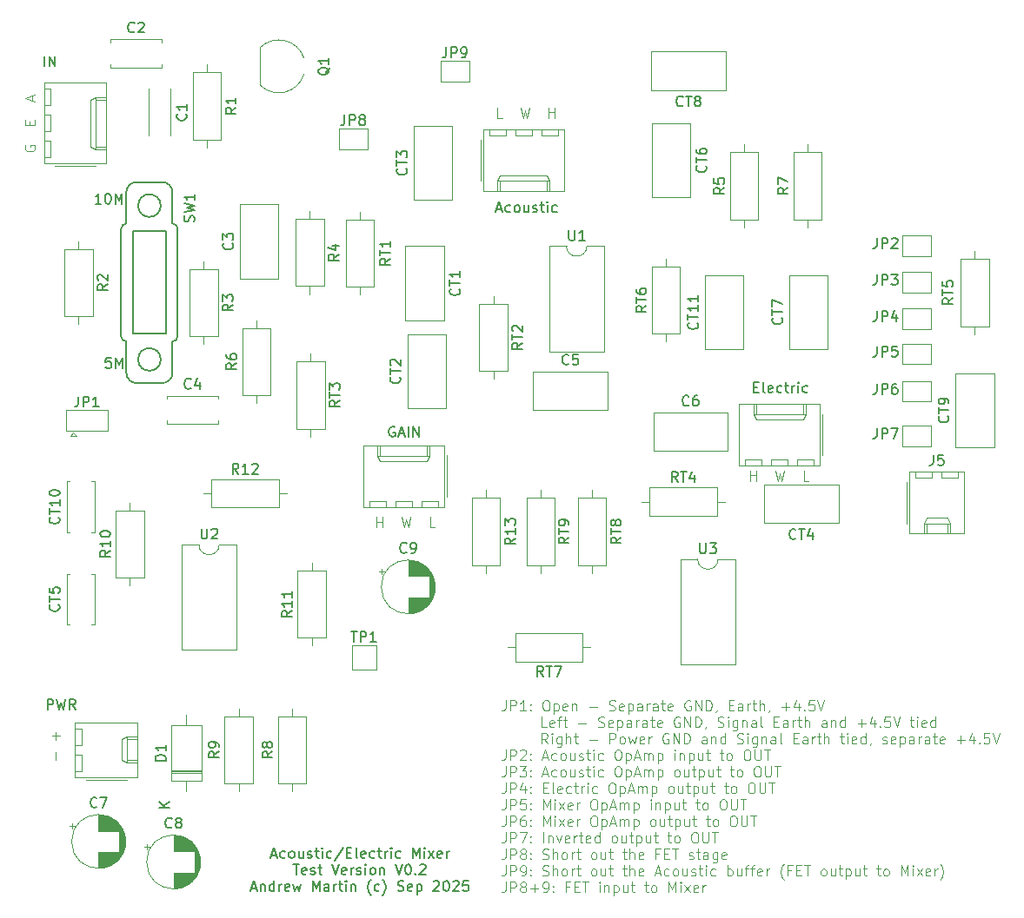
<source format=gbr>
%TF.GenerationSoftware,KiCad,Pcbnew,9.0.0*%
%TF.CreationDate,2025-09-11T11:48:57+01:00*%
%TF.ProjectId,GuitarMixer,47756974-6172-44d6-9978-65722e6b6963,rev?*%
%TF.SameCoordinates,Original*%
%TF.FileFunction,Legend,Top*%
%TF.FilePolarity,Positive*%
%FSLAX46Y46*%
G04 Gerber Fmt 4.6, Leading zero omitted, Abs format (unit mm)*
G04 Created by KiCad (PCBNEW 9.0.0) date 2025-09-11 11:48:57*
%MOMM*%
%LPD*%
G01*
G04 APERTURE LIST*
%ADD10C,0.100000*%
%ADD11C,0.200000*%
%ADD12C,0.150000*%
%ADD13C,0.120000*%
G04 APERTURE END LIST*
D10*
X79403884Y-97972419D02*
X79403884Y-96972419D01*
X79403884Y-97448609D02*
X79975312Y-97448609D01*
X79975312Y-97972419D02*
X79975312Y-96972419D01*
X81880075Y-96972419D02*
X82118170Y-97972419D01*
X82118170Y-97972419D02*
X82308646Y-97258133D01*
X82308646Y-97258133D02*
X82499122Y-97972419D01*
X82499122Y-97972419D02*
X82737218Y-96972419D01*
X85118170Y-97972419D02*
X84641980Y-97972419D01*
X84641980Y-97972419D02*
X84641980Y-96972419D01*
D11*
X91122054Y-66981504D02*
X91598244Y-66981504D01*
X91026816Y-67267219D02*
X91360149Y-66267219D01*
X91360149Y-66267219D02*
X91693482Y-67267219D01*
X92455387Y-67219600D02*
X92360149Y-67267219D01*
X92360149Y-67267219D02*
X92169673Y-67267219D01*
X92169673Y-67267219D02*
X92074435Y-67219600D01*
X92074435Y-67219600D02*
X92026816Y-67171980D01*
X92026816Y-67171980D02*
X91979197Y-67076742D01*
X91979197Y-67076742D02*
X91979197Y-66791028D01*
X91979197Y-66791028D02*
X92026816Y-66695790D01*
X92026816Y-66695790D02*
X92074435Y-66648171D01*
X92074435Y-66648171D02*
X92169673Y-66600552D01*
X92169673Y-66600552D02*
X92360149Y-66600552D01*
X92360149Y-66600552D02*
X92455387Y-66648171D01*
X93026816Y-67267219D02*
X92931578Y-67219600D01*
X92931578Y-67219600D02*
X92883959Y-67171980D01*
X92883959Y-67171980D02*
X92836340Y-67076742D01*
X92836340Y-67076742D02*
X92836340Y-66791028D01*
X92836340Y-66791028D02*
X92883959Y-66695790D01*
X92883959Y-66695790D02*
X92931578Y-66648171D01*
X92931578Y-66648171D02*
X93026816Y-66600552D01*
X93026816Y-66600552D02*
X93169673Y-66600552D01*
X93169673Y-66600552D02*
X93264911Y-66648171D01*
X93264911Y-66648171D02*
X93312530Y-66695790D01*
X93312530Y-66695790D02*
X93360149Y-66791028D01*
X93360149Y-66791028D02*
X93360149Y-67076742D01*
X93360149Y-67076742D02*
X93312530Y-67171980D01*
X93312530Y-67171980D02*
X93264911Y-67219600D01*
X93264911Y-67219600D02*
X93169673Y-67267219D01*
X93169673Y-67267219D02*
X93026816Y-67267219D01*
X94217292Y-66600552D02*
X94217292Y-67267219D01*
X93788721Y-66600552D02*
X93788721Y-67124361D01*
X93788721Y-67124361D02*
X93836340Y-67219600D01*
X93836340Y-67219600D02*
X93931578Y-67267219D01*
X93931578Y-67267219D02*
X94074435Y-67267219D01*
X94074435Y-67267219D02*
X94169673Y-67219600D01*
X94169673Y-67219600D02*
X94217292Y-67171980D01*
X94645864Y-67219600D02*
X94741102Y-67267219D01*
X94741102Y-67267219D02*
X94931578Y-67267219D01*
X94931578Y-67267219D02*
X95026816Y-67219600D01*
X95026816Y-67219600D02*
X95074435Y-67124361D01*
X95074435Y-67124361D02*
X95074435Y-67076742D01*
X95074435Y-67076742D02*
X95026816Y-66981504D01*
X95026816Y-66981504D02*
X94931578Y-66933885D01*
X94931578Y-66933885D02*
X94788721Y-66933885D01*
X94788721Y-66933885D02*
X94693483Y-66886266D01*
X94693483Y-66886266D02*
X94645864Y-66791028D01*
X94645864Y-66791028D02*
X94645864Y-66743409D01*
X94645864Y-66743409D02*
X94693483Y-66648171D01*
X94693483Y-66648171D02*
X94788721Y-66600552D01*
X94788721Y-66600552D02*
X94931578Y-66600552D01*
X94931578Y-66600552D02*
X95026816Y-66648171D01*
X95360150Y-66600552D02*
X95741102Y-66600552D01*
X95503007Y-66267219D02*
X95503007Y-67124361D01*
X95503007Y-67124361D02*
X95550626Y-67219600D01*
X95550626Y-67219600D02*
X95645864Y-67267219D01*
X95645864Y-67267219D02*
X95741102Y-67267219D01*
X96074436Y-67267219D02*
X96074436Y-66600552D01*
X96074436Y-66267219D02*
X96026817Y-66314838D01*
X96026817Y-66314838D02*
X96074436Y-66362457D01*
X96074436Y-66362457D02*
X96122055Y-66314838D01*
X96122055Y-66314838D02*
X96074436Y-66267219D01*
X96074436Y-66267219D02*
X96074436Y-66362457D01*
X96979197Y-67219600D02*
X96883959Y-67267219D01*
X96883959Y-67267219D02*
X96693483Y-67267219D01*
X96693483Y-67267219D02*
X96598245Y-67219600D01*
X96598245Y-67219600D02*
X96550626Y-67171980D01*
X96550626Y-67171980D02*
X96503007Y-67076742D01*
X96503007Y-67076742D02*
X96503007Y-66791028D01*
X96503007Y-66791028D02*
X96550626Y-66695790D01*
X96550626Y-66695790D02*
X96598245Y-66648171D01*
X96598245Y-66648171D02*
X96693483Y-66600552D01*
X96693483Y-66600552D02*
X96883959Y-66600552D01*
X96883959Y-66600552D02*
X96979197Y-66648171D01*
X47069673Y-53067219D02*
X47069673Y-52067219D01*
X47545863Y-53067219D02*
X47545863Y-52067219D01*
X47545863Y-52067219D02*
X48117291Y-53067219D01*
X48117291Y-53067219D02*
X48117291Y-52067219D01*
X53545863Y-81467219D02*
X53069673Y-81467219D01*
X53069673Y-81467219D02*
X53022054Y-81943409D01*
X53022054Y-81943409D02*
X53069673Y-81895790D01*
X53069673Y-81895790D02*
X53164911Y-81848171D01*
X53164911Y-81848171D02*
X53403006Y-81848171D01*
X53403006Y-81848171D02*
X53498244Y-81895790D01*
X53498244Y-81895790D02*
X53545863Y-81943409D01*
X53545863Y-81943409D02*
X53593482Y-82038647D01*
X53593482Y-82038647D02*
X53593482Y-82276742D01*
X53593482Y-82276742D02*
X53545863Y-82371980D01*
X53545863Y-82371980D02*
X53498244Y-82419600D01*
X53498244Y-82419600D02*
X53403006Y-82467219D01*
X53403006Y-82467219D02*
X53164911Y-82467219D01*
X53164911Y-82467219D02*
X53069673Y-82419600D01*
X53069673Y-82419600D02*
X53022054Y-82371980D01*
X54022054Y-82467219D02*
X54022054Y-81467219D01*
X54022054Y-81467219D02*
X54355387Y-82181504D01*
X54355387Y-82181504D02*
X54688720Y-81467219D01*
X54688720Y-81467219D02*
X54688720Y-82467219D01*
D10*
X45220038Y-60772306D02*
X45172419Y-60867544D01*
X45172419Y-60867544D02*
X45172419Y-61010401D01*
X45172419Y-61010401D02*
X45220038Y-61153258D01*
X45220038Y-61153258D02*
X45315276Y-61248496D01*
X45315276Y-61248496D02*
X45410514Y-61296115D01*
X45410514Y-61296115D02*
X45600990Y-61343734D01*
X45600990Y-61343734D02*
X45743847Y-61343734D01*
X45743847Y-61343734D02*
X45934323Y-61296115D01*
X45934323Y-61296115D02*
X46029561Y-61248496D01*
X46029561Y-61248496D02*
X46124800Y-61153258D01*
X46124800Y-61153258D02*
X46172419Y-61010401D01*
X46172419Y-61010401D02*
X46172419Y-60915163D01*
X46172419Y-60915163D02*
X46124800Y-60772306D01*
X46124800Y-60772306D02*
X46077180Y-60724687D01*
X46077180Y-60724687D02*
X45743847Y-60724687D01*
X45743847Y-60724687D02*
X45743847Y-60915163D01*
X45648609Y-58772305D02*
X45648609Y-58438972D01*
X46172419Y-58296115D02*
X46172419Y-58772305D01*
X46172419Y-58772305D02*
X45172419Y-58772305D01*
X45172419Y-58772305D02*
X45172419Y-58296115D01*
X45886704Y-56391352D02*
X45886704Y-55915162D01*
X46172419Y-56486590D02*
X45172419Y-56153257D01*
X45172419Y-56153257D02*
X46172419Y-55819924D01*
D11*
X81193482Y-88214838D02*
X81098244Y-88167219D01*
X81098244Y-88167219D02*
X80955387Y-88167219D01*
X80955387Y-88167219D02*
X80812530Y-88214838D01*
X80812530Y-88214838D02*
X80717292Y-88310076D01*
X80717292Y-88310076D02*
X80669673Y-88405314D01*
X80669673Y-88405314D02*
X80622054Y-88595790D01*
X80622054Y-88595790D02*
X80622054Y-88738647D01*
X80622054Y-88738647D02*
X80669673Y-88929123D01*
X80669673Y-88929123D02*
X80717292Y-89024361D01*
X80717292Y-89024361D02*
X80812530Y-89119600D01*
X80812530Y-89119600D02*
X80955387Y-89167219D01*
X80955387Y-89167219D02*
X81050625Y-89167219D01*
X81050625Y-89167219D02*
X81193482Y-89119600D01*
X81193482Y-89119600D02*
X81241101Y-89071980D01*
X81241101Y-89071980D02*
X81241101Y-88738647D01*
X81241101Y-88738647D02*
X81050625Y-88738647D01*
X81622054Y-88881504D02*
X82098244Y-88881504D01*
X81526816Y-89167219D02*
X81860149Y-88167219D01*
X81860149Y-88167219D02*
X82193482Y-89167219D01*
X82526816Y-89167219D02*
X82526816Y-88167219D01*
X83003006Y-89167219D02*
X83003006Y-88167219D01*
X83003006Y-88167219D02*
X83574434Y-89167219D01*
X83574434Y-89167219D02*
X83574434Y-88167219D01*
X47369673Y-115767219D02*
X47369673Y-114767219D01*
X47369673Y-114767219D02*
X47750625Y-114767219D01*
X47750625Y-114767219D02*
X47845863Y-114814838D01*
X47845863Y-114814838D02*
X47893482Y-114862457D01*
X47893482Y-114862457D02*
X47941101Y-114957695D01*
X47941101Y-114957695D02*
X47941101Y-115100552D01*
X47941101Y-115100552D02*
X47893482Y-115195790D01*
X47893482Y-115195790D02*
X47845863Y-115243409D01*
X47845863Y-115243409D02*
X47750625Y-115291028D01*
X47750625Y-115291028D02*
X47369673Y-115291028D01*
X48274435Y-114767219D02*
X48512530Y-115767219D01*
X48512530Y-115767219D02*
X48703006Y-115052933D01*
X48703006Y-115052933D02*
X48893482Y-115767219D01*
X48893482Y-115767219D02*
X49131578Y-114767219D01*
X50083958Y-115767219D02*
X49750625Y-115291028D01*
X49512530Y-115767219D02*
X49512530Y-114767219D01*
X49512530Y-114767219D02*
X49893482Y-114767219D01*
X49893482Y-114767219D02*
X49988720Y-114814838D01*
X49988720Y-114814838D02*
X50036339Y-114862457D01*
X50036339Y-114862457D02*
X50083958Y-114957695D01*
X50083958Y-114957695D02*
X50083958Y-115100552D01*
X50083958Y-115100552D02*
X50036339Y-115195790D01*
X50036339Y-115195790D02*
X49988720Y-115243409D01*
X49988720Y-115243409D02*
X49893482Y-115291028D01*
X49893482Y-115291028D02*
X49512530Y-115291028D01*
D10*
X91989598Y-114863035D02*
X91989598Y-115577320D01*
X91989598Y-115577320D02*
X91941979Y-115720177D01*
X91941979Y-115720177D02*
X91846741Y-115815416D01*
X91846741Y-115815416D02*
X91703884Y-115863035D01*
X91703884Y-115863035D02*
X91608646Y-115863035D01*
X92465789Y-115863035D02*
X92465789Y-114863035D01*
X92465789Y-114863035D02*
X92846741Y-114863035D01*
X92846741Y-114863035D02*
X92941979Y-114910654D01*
X92941979Y-114910654D02*
X92989598Y-114958273D01*
X92989598Y-114958273D02*
X93037217Y-115053511D01*
X93037217Y-115053511D02*
X93037217Y-115196368D01*
X93037217Y-115196368D02*
X92989598Y-115291606D01*
X92989598Y-115291606D02*
X92941979Y-115339225D01*
X92941979Y-115339225D02*
X92846741Y-115386844D01*
X92846741Y-115386844D02*
X92465789Y-115386844D01*
X93989598Y-115863035D02*
X93418170Y-115863035D01*
X93703884Y-115863035D02*
X93703884Y-114863035D01*
X93703884Y-114863035D02*
X93608646Y-115005892D01*
X93608646Y-115005892D02*
X93513408Y-115101130D01*
X93513408Y-115101130D02*
X93418170Y-115148749D01*
X94418170Y-115767796D02*
X94465789Y-115815416D01*
X94465789Y-115815416D02*
X94418170Y-115863035D01*
X94418170Y-115863035D02*
X94370551Y-115815416D01*
X94370551Y-115815416D02*
X94418170Y-115767796D01*
X94418170Y-115767796D02*
X94418170Y-115863035D01*
X94418170Y-115243987D02*
X94465789Y-115291606D01*
X94465789Y-115291606D02*
X94418170Y-115339225D01*
X94418170Y-115339225D02*
X94370551Y-115291606D01*
X94370551Y-115291606D02*
X94418170Y-115243987D01*
X94418170Y-115243987D02*
X94418170Y-115339225D01*
X95846741Y-114863035D02*
X96037217Y-114863035D01*
X96037217Y-114863035D02*
X96132455Y-114910654D01*
X96132455Y-114910654D02*
X96227693Y-115005892D01*
X96227693Y-115005892D02*
X96275312Y-115196368D01*
X96275312Y-115196368D02*
X96275312Y-115529701D01*
X96275312Y-115529701D02*
X96227693Y-115720177D01*
X96227693Y-115720177D02*
X96132455Y-115815416D01*
X96132455Y-115815416D02*
X96037217Y-115863035D01*
X96037217Y-115863035D02*
X95846741Y-115863035D01*
X95846741Y-115863035D02*
X95751503Y-115815416D01*
X95751503Y-115815416D02*
X95656265Y-115720177D01*
X95656265Y-115720177D02*
X95608646Y-115529701D01*
X95608646Y-115529701D02*
X95608646Y-115196368D01*
X95608646Y-115196368D02*
X95656265Y-115005892D01*
X95656265Y-115005892D02*
X95751503Y-114910654D01*
X95751503Y-114910654D02*
X95846741Y-114863035D01*
X96703884Y-115196368D02*
X96703884Y-116196368D01*
X96703884Y-115243987D02*
X96799122Y-115196368D01*
X96799122Y-115196368D02*
X96989598Y-115196368D01*
X96989598Y-115196368D02*
X97084836Y-115243987D01*
X97084836Y-115243987D02*
X97132455Y-115291606D01*
X97132455Y-115291606D02*
X97180074Y-115386844D01*
X97180074Y-115386844D02*
X97180074Y-115672558D01*
X97180074Y-115672558D02*
X97132455Y-115767796D01*
X97132455Y-115767796D02*
X97084836Y-115815416D01*
X97084836Y-115815416D02*
X96989598Y-115863035D01*
X96989598Y-115863035D02*
X96799122Y-115863035D01*
X96799122Y-115863035D02*
X96703884Y-115815416D01*
X97989598Y-115815416D02*
X97894360Y-115863035D01*
X97894360Y-115863035D02*
X97703884Y-115863035D01*
X97703884Y-115863035D02*
X97608646Y-115815416D01*
X97608646Y-115815416D02*
X97561027Y-115720177D01*
X97561027Y-115720177D02*
X97561027Y-115339225D01*
X97561027Y-115339225D02*
X97608646Y-115243987D01*
X97608646Y-115243987D02*
X97703884Y-115196368D01*
X97703884Y-115196368D02*
X97894360Y-115196368D01*
X97894360Y-115196368D02*
X97989598Y-115243987D01*
X97989598Y-115243987D02*
X98037217Y-115339225D01*
X98037217Y-115339225D02*
X98037217Y-115434463D01*
X98037217Y-115434463D02*
X97561027Y-115529701D01*
X98465789Y-115196368D02*
X98465789Y-115863035D01*
X98465789Y-115291606D02*
X98513408Y-115243987D01*
X98513408Y-115243987D02*
X98608646Y-115196368D01*
X98608646Y-115196368D02*
X98751503Y-115196368D01*
X98751503Y-115196368D02*
X98846741Y-115243987D01*
X98846741Y-115243987D02*
X98894360Y-115339225D01*
X98894360Y-115339225D02*
X98894360Y-115863035D01*
X100132456Y-115482082D02*
X100894361Y-115482082D01*
X102084837Y-115815416D02*
X102227694Y-115863035D01*
X102227694Y-115863035D02*
X102465789Y-115863035D01*
X102465789Y-115863035D02*
X102561027Y-115815416D01*
X102561027Y-115815416D02*
X102608646Y-115767796D01*
X102608646Y-115767796D02*
X102656265Y-115672558D01*
X102656265Y-115672558D02*
X102656265Y-115577320D01*
X102656265Y-115577320D02*
X102608646Y-115482082D01*
X102608646Y-115482082D02*
X102561027Y-115434463D01*
X102561027Y-115434463D02*
X102465789Y-115386844D01*
X102465789Y-115386844D02*
X102275313Y-115339225D01*
X102275313Y-115339225D02*
X102180075Y-115291606D01*
X102180075Y-115291606D02*
X102132456Y-115243987D01*
X102132456Y-115243987D02*
X102084837Y-115148749D01*
X102084837Y-115148749D02*
X102084837Y-115053511D01*
X102084837Y-115053511D02*
X102132456Y-114958273D01*
X102132456Y-114958273D02*
X102180075Y-114910654D01*
X102180075Y-114910654D02*
X102275313Y-114863035D01*
X102275313Y-114863035D02*
X102513408Y-114863035D01*
X102513408Y-114863035D02*
X102656265Y-114910654D01*
X103465789Y-115815416D02*
X103370551Y-115863035D01*
X103370551Y-115863035D02*
X103180075Y-115863035D01*
X103180075Y-115863035D02*
X103084837Y-115815416D01*
X103084837Y-115815416D02*
X103037218Y-115720177D01*
X103037218Y-115720177D02*
X103037218Y-115339225D01*
X103037218Y-115339225D02*
X103084837Y-115243987D01*
X103084837Y-115243987D02*
X103180075Y-115196368D01*
X103180075Y-115196368D02*
X103370551Y-115196368D01*
X103370551Y-115196368D02*
X103465789Y-115243987D01*
X103465789Y-115243987D02*
X103513408Y-115339225D01*
X103513408Y-115339225D02*
X103513408Y-115434463D01*
X103513408Y-115434463D02*
X103037218Y-115529701D01*
X103941980Y-115196368D02*
X103941980Y-116196368D01*
X103941980Y-115243987D02*
X104037218Y-115196368D01*
X104037218Y-115196368D02*
X104227694Y-115196368D01*
X104227694Y-115196368D02*
X104322932Y-115243987D01*
X104322932Y-115243987D02*
X104370551Y-115291606D01*
X104370551Y-115291606D02*
X104418170Y-115386844D01*
X104418170Y-115386844D02*
X104418170Y-115672558D01*
X104418170Y-115672558D02*
X104370551Y-115767796D01*
X104370551Y-115767796D02*
X104322932Y-115815416D01*
X104322932Y-115815416D02*
X104227694Y-115863035D01*
X104227694Y-115863035D02*
X104037218Y-115863035D01*
X104037218Y-115863035D02*
X103941980Y-115815416D01*
X105275313Y-115863035D02*
X105275313Y-115339225D01*
X105275313Y-115339225D02*
X105227694Y-115243987D01*
X105227694Y-115243987D02*
X105132456Y-115196368D01*
X105132456Y-115196368D02*
X104941980Y-115196368D01*
X104941980Y-115196368D02*
X104846742Y-115243987D01*
X105275313Y-115815416D02*
X105180075Y-115863035D01*
X105180075Y-115863035D02*
X104941980Y-115863035D01*
X104941980Y-115863035D02*
X104846742Y-115815416D01*
X104846742Y-115815416D02*
X104799123Y-115720177D01*
X104799123Y-115720177D02*
X104799123Y-115624939D01*
X104799123Y-115624939D02*
X104846742Y-115529701D01*
X104846742Y-115529701D02*
X104941980Y-115482082D01*
X104941980Y-115482082D02*
X105180075Y-115482082D01*
X105180075Y-115482082D02*
X105275313Y-115434463D01*
X105751504Y-115863035D02*
X105751504Y-115196368D01*
X105751504Y-115386844D02*
X105799123Y-115291606D01*
X105799123Y-115291606D02*
X105846742Y-115243987D01*
X105846742Y-115243987D02*
X105941980Y-115196368D01*
X105941980Y-115196368D02*
X106037218Y-115196368D01*
X106799123Y-115863035D02*
X106799123Y-115339225D01*
X106799123Y-115339225D02*
X106751504Y-115243987D01*
X106751504Y-115243987D02*
X106656266Y-115196368D01*
X106656266Y-115196368D02*
X106465790Y-115196368D01*
X106465790Y-115196368D02*
X106370552Y-115243987D01*
X106799123Y-115815416D02*
X106703885Y-115863035D01*
X106703885Y-115863035D02*
X106465790Y-115863035D01*
X106465790Y-115863035D02*
X106370552Y-115815416D01*
X106370552Y-115815416D02*
X106322933Y-115720177D01*
X106322933Y-115720177D02*
X106322933Y-115624939D01*
X106322933Y-115624939D02*
X106370552Y-115529701D01*
X106370552Y-115529701D02*
X106465790Y-115482082D01*
X106465790Y-115482082D02*
X106703885Y-115482082D01*
X106703885Y-115482082D02*
X106799123Y-115434463D01*
X107132457Y-115196368D02*
X107513409Y-115196368D01*
X107275314Y-114863035D02*
X107275314Y-115720177D01*
X107275314Y-115720177D02*
X107322933Y-115815416D01*
X107322933Y-115815416D02*
X107418171Y-115863035D01*
X107418171Y-115863035D02*
X107513409Y-115863035D01*
X108227695Y-115815416D02*
X108132457Y-115863035D01*
X108132457Y-115863035D02*
X107941981Y-115863035D01*
X107941981Y-115863035D02*
X107846743Y-115815416D01*
X107846743Y-115815416D02*
X107799124Y-115720177D01*
X107799124Y-115720177D02*
X107799124Y-115339225D01*
X107799124Y-115339225D02*
X107846743Y-115243987D01*
X107846743Y-115243987D02*
X107941981Y-115196368D01*
X107941981Y-115196368D02*
X108132457Y-115196368D01*
X108132457Y-115196368D02*
X108227695Y-115243987D01*
X108227695Y-115243987D02*
X108275314Y-115339225D01*
X108275314Y-115339225D02*
X108275314Y-115434463D01*
X108275314Y-115434463D02*
X107799124Y-115529701D01*
X109989600Y-114910654D02*
X109894362Y-114863035D01*
X109894362Y-114863035D02*
X109751505Y-114863035D01*
X109751505Y-114863035D02*
X109608648Y-114910654D01*
X109608648Y-114910654D02*
X109513410Y-115005892D01*
X109513410Y-115005892D02*
X109465791Y-115101130D01*
X109465791Y-115101130D02*
X109418172Y-115291606D01*
X109418172Y-115291606D02*
X109418172Y-115434463D01*
X109418172Y-115434463D02*
X109465791Y-115624939D01*
X109465791Y-115624939D02*
X109513410Y-115720177D01*
X109513410Y-115720177D02*
X109608648Y-115815416D01*
X109608648Y-115815416D02*
X109751505Y-115863035D01*
X109751505Y-115863035D02*
X109846743Y-115863035D01*
X109846743Y-115863035D02*
X109989600Y-115815416D01*
X109989600Y-115815416D02*
X110037219Y-115767796D01*
X110037219Y-115767796D02*
X110037219Y-115434463D01*
X110037219Y-115434463D02*
X109846743Y-115434463D01*
X110465791Y-115863035D02*
X110465791Y-114863035D01*
X110465791Y-114863035D02*
X111037219Y-115863035D01*
X111037219Y-115863035D02*
X111037219Y-114863035D01*
X111513410Y-115863035D02*
X111513410Y-114863035D01*
X111513410Y-114863035D02*
X111751505Y-114863035D01*
X111751505Y-114863035D02*
X111894362Y-114910654D01*
X111894362Y-114910654D02*
X111989600Y-115005892D01*
X111989600Y-115005892D02*
X112037219Y-115101130D01*
X112037219Y-115101130D02*
X112084838Y-115291606D01*
X112084838Y-115291606D02*
X112084838Y-115434463D01*
X112084838Y-115434463D02*
X112037219Y-115624939D01*
X112037219Y-115624939D02*
X111989600Y-115720177D01*
X111989600Y-115720177D02*
X111894362Y-115815416D01*
X111894362Y-115815416D02*
X111751505Y-115863035D01*
X111751505Y-115863035D02*
X111513410Y-115863035D01*
X112561029Y-115815416D02*
X112561029Y-115863035D01*
X112561029Y-115863035D02*
X112513410Y-115958273D01*
X112513410Y-115958273D02*
X112465791Y-116005892D01*
X113751505Y-115339225D02*
X114084838Y-115339225D01*
X114227695Y-115863035D02*
X113751505Y-115863035D01*
X113751505Y-115863035D02*
X113751505Y-114863035D01*
X113751505Y-114863035D02*
X114227695Y-114863035D01*
X115084838Y-115863035D02*
X115084838Y-115339225D01*
X115084838Y-115339225D02*
X115037219Y-115243987D01*
X115037219Y-115243987D02*
X114941981Y-115196368D01*
X114941981Y-115196368D02*
X114751505Y-115196368D01*
X114751505Y-115196368D02*
X114656267Y-115243987D01*
X115084838Y-115815416D02*
X114989600Y-115863035D01*
X114989600Y-115863035D02*
X114751505Y-115863035D01*
X114751505Y-115863035D02*
X114656267Y-115815416D01*
X114656267Y-115815416D02*
X114608648Y-115720177D01*
X114608648Y-115720177D02*
X114608648Y-115624939D01*
X114608648Y-115624939D02*
X114656267Y-115529701D01*
X114656267Y-115529701D02*
X114751505Y-115482082D01*
X114751505Y-115482082D02*
X114989600Y-115482082D01*
X114989600Y-115482082D02*
X115084838Y-115434463D01*
X115561029Y-115863035D02*
X115561029Y-115196368D01*
X115561029Y-115386844D02*
X115608648Y-115291606D01*
X115608648Y-115291606D02*
X115656267Y-115243987D01*
X115656267Y-115243987D02*
X115751505Y-115196368D01*
X115751505Y-115196368D02*
X115846743Y-115196368D01*
X116037220Y-115196368D02*
X116418172Y-115196368D01*
X116180077Y-114863035D02*
X116180077Y-115720177D01*
X116180077Y-115720177D02*
X116227696Y-115815416D01*
X116227696Y-115815416D02*
X116322934Y-115863035D01*
X116322934Y-115863035D02*
X116418172Y-115863035D01*
X116751506Y-115863035D02*
X116751506Y-114863035D01*
X117180077Y-115863035D02*
X117180077Y-115339225D01*
X117180077Y-115339225D02*
X117132458Y-115243987D01*
X117132458Y-115243987D02*
X117037220Y-115196368D01*
X117037220Y-115196368D02*
X116894363Y-115196368D01*
X116894363Y-115196368D02*
X116799125Y-115243987D01*
X116799125Y-115243987D02*
X116751506Y-115291606D01*
X117703887Y-115815416D02*
X117703887Y-115863035D01*
X117703887Y-115863035D02*
X117656268Y-115958273D01*
X117656268Y-115958273D02*
X117608649Y-116005892D01*
X118894363Y-115482082D02*
X119656268Y-115482082D01*
X119275315Y-115863035D02*
X119275315Y-115101130D01*
X120561029Y-115196368D02*
X120561029Y-115863035D01*
X120322934Y-114815416D02*
X120084839Y-115529701D01*
X120084839Y-115529701D02*
X120703886Y-115529701D01*
X121084839Y-115767796D02*
X121132458Y-115815416D01*
X121132458Y-115815416D02*
X121084839Y-115863035D01*
X121084839Y-115863035D02*
X121037220Y-115815416D01*
X121037220Y-115815416D02*
X121084839Y-115767796D01*
X121084839Y-115767796D02*
X121084839Y-115863035D01*
X122037219Y-114863035D02*
X121561029Y-114863035D01*
X121561029Y-114863035D02*
X121513410Y-115339225D01*
X121513410Y-115339225D02*
X121561029Y-115291606D01*
X121561029Y-115291606D02*
X121656267Y-115243987D01*
X121656267Y-115243987D02*
X121894362Y-115243987D01*
X121894362Y-115243987D02*
X121989600Y-115291606D01*
X121989600Y-115291606D02*
X122037219Y-115339225D01*
X122037219Y-115339225D02*
X122084838Y-115434463D01*
X122084838Y-115434463D02*
X122084838Y-115672558D01*
X122084838Y-115672558D02*
X122037219Y-115767796D01*
X122037219Y-115767796D02*
X121989600Y-115815416D01*
X121989600Y-115815416D02*
X121894362Y-115863035D01*
X121894362Y-115863035D02*
X121656267Y-115863035D01*
X121656267Y-115863035D02*
X121561029Y-115815416D01*
X121561029Y-115815416D02*
X121513410Y-115767796D01*
X122370553Y-114863035D02*
X122703886Y-115863035D01*
X122703886Y-115863035D02*
X123037219Y-114863035D01*
X95989599Y-117472979D02*
X95513409Y-117472979D01*
X95513409Y-117472979D02*
X95513409Y-116472979D01*
X96703885Y-117425360D02*
X96608647Y-117472979D01*
X96608647Y-117472979D02*
X96418171Y-117472979D01*
X96418171Y-117472979D02*
X96322933Y-117425360D01*
X96322933Y-117425360D02*
X96275314Y-117330121D01*
X96275314Y-117330121D02*
X96275314Y-116949169D01*
X96275314Y-116949169D02*
X96322933Y-116853931D01*
X96322933Y-116853931D02*
X96418171Y-116806312D01*
X96418171Y-116806312D02*
X96608647Y-116806312D01*
X96608647Y-116806312D02*
X96703885Y-116853931D01*
X96703885Y-116853931D02*
X96751504Y-116949169D01*
X96751504Y-116949169D02*
X96751504Y-117044407D01*
X96751504Y-117044407D02*
X96275314Y-117139645D01*
X97037219Y-116806312D02*
X97418171Y-116806312D01*
X97180076Y-117472979D02*
X97180076Y-116615836D01*
X97180076Y-116615836D02*
X97227695Y-116520598D01*
X97227695Y-116520598D02*
X97322933Y-116472979D01*
X97322933Y-116472979D02*
X97418171Y-116472979D01*
X97608648Y-116806312D02*
X97989600Y-116806312D01*
X97751505Y-116472979D02*
X97751505Y-117330121D01*
X97751505Y-117330121D02*
X97799124Y-117425360D01*
X97799124Y-117425360D02*
X97894362Y-117472979D01*
X97894362Y-117472979D02*
X97989600Y-117472979D01*
X99084839Y-117092026D02*
X99846744Y-117092026D01*
X101037220Y-117425360D02*
X101180077Y-117472979D01*
X101180077Y-117472979D02*
X101418172Y-117472979D01*
X101418172Y-117472979D02*
X101513410Y-117425360D01*
X101513410Y-117425360D02*
X101561029Y-117377740D01*
X101561029Y-117377740D02*
X101608648Y-117282502D01*
X101608648Y-117282502D02*
X101608648Y-117187264D01*
X101608648Y-117187264D02*
X101561029Y-117092026D01*
X101561029Y-117092026D02*
X101513410Y-117044407D01*
X101513410Y-117044407D02*
X101418172Y-116996788D01*
X101418172Y-116996788D02*
X101227696Y-116949169D01*
X101227696Y-116949169D02*
X101132458Y-116901550D01*
X101132458Y-116901550D02*
X101084839Y-116853931D01*
X101084839Y-116853931D02*
X101037220Y-116758693D01*
X101037220Y-116758693D02*
X101037220Y-116663455D01*
X101037220Y-116663455D02*
X101084839Y-116568217D01*
X101084839Y-116568217D02*
X101132458Y-116520598D01*
X101132458Y-116520598D02*
X101227696Y-116472979D01*
X101227696Y-116472979D02*
X101465791Y-116472979D01*
X101465791Y-116472979D02*
X101608648Y-116520598D01*
X102418172Y-117425360D02*
X102322934Y-117472979D01*
X102322934Y-117472979D02*
X102132458Y-117472979D01*
X102132458Y-117472979D02*
X102037220Y-117425360D01*
X102037220Y-117425360D02*
X101989601Y-117330121D01*
X101989601Y-117330121D02*
X101989601Y-116949169D01*
X101989601Y-116949169D02*
X102037220Y-116853931D01*
X102037220Y-116853931D02*
X102132458Y-116806312D01*
X102132458Y-116806312D02*
X102322934Y-116806312D01*
X102322934Y-116806312D02*
X102418172Y-116853931D01*
X102418172Y-116853931D02*
X102465791Y-116949169D01*
X102465791Y-116949169D02*
X102465791Y-117044407D01*
X102465791Y-117044407D02*
X101989601Y-117139645D01*
X102894363Y-116806312D02*
X102894363Y-117806312D01*
X102894363Y-116853931D02*
X102989601Y-116806312D01*
X102989601Y-116806312D02*
X103180077Y-116806312D01*
X103180077Y-116806312D02*
X103275315Y-116853931D01*
X103275315Y-116853931D02*
X103322934Y-116901550D01*
X103322934Y-116901550D02*
X103370553Y-116996788D01*
X103370553Y-116996788D02*
X103370553Y-117282502D01*
X103370553Y-117282502D02*
X103322934Y-117377740D01*
X103322934Y-117377740D02*
X103275315Y-117425360D01*
X103275315Y-117425360D02*
X103180077Y-117472979D01*
X103180077Y-117472979D02*
X102989601Y-117472979D01*
X102989601Y-117472979D02*
X102894363Y-117425360D01*
X104227696Y-117472979D02*
X104227696Y-116949169D01*
X104227696Y-116949169D02*
X104180077Y-116853931D01*
X104180077Y-116853931D02*
X104084839Y-116806312D01*
X104084839Y-116806312D02*
X103894363Y-116806312D01*
X103894363Y-116806312D02*
X103799125Y-116853931D01*
X104227696Y-117425360D02*
X104132458Y-117472979D01*
X104132458Y-117472979D02*
X103894363Y-117472979D01*
X103894363Y-117472979D02*
X103799125Y-117425360D01*
X103799125Y-117425360D02*
X103751506Y-117330121D01*
X103751506Y-117330121D02*
X103751506Y-117234883D01*
X103751506Y-117234883D02*
X103799125Y-117139645D01*
X103799125Y-117139645D02*
X103894363Y-117092026D01*
X103894363Y-117092026D02*
X104132458Y-117092026D01*
X104132458Y-117092026D02*
X104227696Y-117044407D01*
X104703887Y-117472979D02*
X104703887Y-116806312D01*
X104703887Y-116996788D02*
X104751506Y-116901550D01*
X104751506Y-116901550D02*
X104799125Y-116853931D01*
X104799125Y-116853931D02*
X104894363Y-116806312D01*
X104894363Y-116806312D02*
X104989601Y-116806312D01*
X105751506Y-117472979D02*
X105751506Y-116949169D01*
X105751506Y-116949169D02*
X105703887Y-116853931D01*
X105703887Y-116853931D02*
X105608649Y-116806312D01*
X105608649Y-116806312D02*
X105418173Y-116806312D01*
X105418173Y-116806312D02*
X105322935Y-116853931D01*
X105751506Y-117425360D02*
X105656268Y-117472979D01*
X105656268Y-117472979D02*
X105418173Y-117472979D01*
X105418173Y-117472979D02*
X105322935Y-117425360D01*
X105322935Y-117425360D02*
X105275316Y-117330121D01*
X105275316Y-117330121D02*
X105275316Y-117234883D01*
X105275316Y-117234883D02*
X105322935Y-117139645D01*
X105322935Y-117139645D02*
X105418173Y-117092026D01*
X105418173Y-117092026D02*
X105656268Y-117092026D01*
X105656268Y-117092026D02*
X105751506Y-117044407D01*
X106084840Y-116806312D02*
X106465792Y-116806312D01*
X106227697Y-116472979D02*
X106227697Y-117330121D01*
X106227697Y-117330121D02*
X106275316Y-117425360D01*
X106275316Y-117425360D02*
X106370554Y-117472979D01*
X106370554Y-117472979D02*
X106465792Y-117472979D01*
X107180078Y-117425360D02*
X107084840Y-117472979D01*
X107084840Y-117472979D02*
X106894364Y-117472979D01*
X106894364Y-117472979D02*
X106799126Y-117425360D01*
X106799126Y-117425360D02*
X106751507Y-117330121D01*
X106751507Y-117330121D02*
X106751507Y-116949169D01*
X106751507Y-116949169D02*
X106799126Y-116853931D01*
X106799126Y-116853931D02*
X106894364Y-116806312D01*
X106894364Y-116806312D02*
X107084840Y-116806312D01*
X107084840Y-116806312D02*
X107180078Y-116853931D01*
X107180078Y-116853931D02*
X107227697Y-116949169D01*
X107227697Y-116949169D02*
X107227697Y-117044407D01*
X107227697Y-117044407D02*
X106751507Y-117139645D01*
X108941983Y-116520598D02*
X108846745Y-116472979D01*
X108846745Y-116472979D02*
X108703888Y-116472979D01*
X108703888Y-116472979D02*
X108561031Y-116520598D01*
X108561031Y-116520598D02*
X108465793Y-116615836D01*
X108465793Y-116615836D02*
X108418174Y-116711074D01*
X108418174Y-116711074D02*
X108370555Y-116901550D01*
X108370555Y-116901550D02*
X108370555Y-117044407D01*
X108370555Y-117044407D02*
X108418174Y-117234883D01*
X108418174Y-117234883D02*
X108465793Y-117330121D01*
X108465793Y-117330121D02*
X108561031Y-117425360D01*
X108561031Y-117425360D02*
X108703888Y-117472979D01*
X108703888Y-117472979D02*
X108799126Y-117472979D01*
X108799126Y-117472979D02*
X108941983Y-117425360D01*
X108941983Y-117425360D02*
X108989602Y-117377740D01*
X108989602Y-117377740D02*
X108989602Y-117044407D01*
X108989602Y-117044407D02*
X108799126Y-117044407D01*
X109418174Y-117472979D02*
X109418174Y-116472979D01*
X109418174Y-116472979D02*
X109989602Y-117472979D01*
X109989602Y-117472979D02*
X109989602Y-116472979D01*
X110465793Y-117472979D02*
X110465793Y-116472979D01*
X110465793Y-116472979D02*
X110703888Y-116472979D01*
X110703888Y-116472979D02*
X110846745Y-116520598D01*
X110846745Y-116520598D02*
X110941983Y-116615836D01*
X110941983Y-116615836D02*
X110989602Y-116711074D01*
X110989602Y-116711074D02*
X111037221Y-116901550D01*
X111037221Y-116901550D02*
X111037221Y-117044407D01*
X111037221Y-117044407D02*
X110989602Y-117234883D01*
X110989602Y-117234883D02*
X110941983Y-117330121D01*
X110941983Y-117330121D02*
X110846745Y-117425360D01*
X110846745Y-117425360D02*
X110703888Y-117472979D01*
X110703888Y-117472979D02*
X110465793Y-117472979D01*
X111513412Y-117425360D02*
X111513412Y-117472979D01*
X111513412Y-117472979D02*
X111465793Y-117568217D01*
X111465793Y-117568217D02*
X111418174Y-117615836D01*
X112656269Y-117425360D02*
X112799126Y-117472979D01*
X112799126Y-117472979D02*
X113037221Y-117472979D01*
X113037221Y-117472979D02*
X113132459Y-117425360D01*
X113132459Y-117425360D02*
X113180078Y-117377740D01*
X113180078Y-117377740D02*
X113227697Y-117282502D01*
X113227697Y-117282502D02*
X113227697Y-117187264D01*
X113227697Y-117187264D02*
X113180078Y-117092026D01*
X113180078Y-117092026D02*
X113132459Y-117044407D01*
X113132459Y-117044407D02*
X113037221Y-116996788D01*
X113037221Y-116996788D02*
X112846745Y-116949169D01*
X112846745Y-116949169D02*
X112751507Y-116901550D01*
X112751507Y-116901550D02*
X112703888Y-116853931D01*
X112703888Y-116853931D02*
X112656269Y-116758693D01*
X112656269Y-116758693D02*
X112656269Y-116663455D01*
X112656269Y-116663455D02*
X112703888Y-116568217D01*
X112703888Y-116568217D02*
X112751507Y-116520598D01*
X112751507Y-116520598D02*
X112846745Y-116472979D01*
X112846745Y-116472979D02*
X113084840Y-116472979D01*
X113084840Y-116472979D02*
X113227697Y-116520598D01*
X113656269Y-117472979D02*
X113656269Y-116806312D01*
X113656269Y-116472979D02*
X113608650Y-116520598D01*
X113608650Y-116520598D02*
X113656269Y-116568217D01*
X113656269Y-116568217D02*
X113703888Y-116520598D01*
X113703888Y-116520598D02*
X113656269Y-116472979D01*
X113656269Y-116472979D02*
X113656269Y-116568217D01*
X114561030Y-116806312D02*
X114561030Y-117615836D01*
X114561030Y-117615836D02*
X114513411Y-117711074D01*
X114513411Y-117711074D02*
X114465792Y-117758693D01*
X114465792Y-117758693D02*
X114370554Y-117806312D01*
X114370554Y-117806312D02*
X114227697Y-117806312D01*
X114227697Y-117806312D02*
X114132459Y-117758693D01*
X114561030Y-117425360D02*
X114465792Y-117472979D01*
X114465792Y-117472979D02*
X114275316Y-117472979D01*
X114275316Y-117472979D02*
X114180078Y-117425360D01*
X114180078Y-117425360D02*
X114132459Y-117377740D01*
X114132459Y-117377740D02*
X114084840Y-117282502D01*
X114084840Y-117282502D02*
X114084840Y-116996788D01*
X114084840Y-116996788D02*
X114132459Y-116901550D01*
X114132459Y-116901550D02*
X114180078Y-116853931D01*
X114180078Y-116853931D02*
X114275316Y-116806312D01*
X114275316Y-116806312D02*
X114465792Y-116806312D01*
X114465792Y-116806312D02*
X114561030Y-116853931D01*
X115037221Y-116806312D02*
X115037221Y-117472979D01*
X115037221Y-116901550D02*
X115084840Y-116853931D01*
X115084840Y-116853931D02*
X115180078Y-116806312D01*
X115180078Y-116806312D02*
X115322935Y-116806312D01*
X115322935Y-116806312D02*
X115418173Y-116853931D01*
X115418173Y-116853931D02*
X115465792Y-116949169D01*
X115465792Y-116949169D02*
X115465792Y-117472979D01*
X116370554Y-117472979D02*
X116370554Y-116949169D01*
X116370554Y-116949169D02*
X116322935Y-116853931D01*
X116322935Y-116853931D02*
X116227697Y-116806312D01*
X116227697Y-116806312D02*
X116037221Y-116806312D01*
X116037221Y-116806312D02*
X115941983Y-116853931D01*
X116370554Y-117425360D02*
X116275316Y-117472979D01*
X116275316Y-117472979D02*
X116037221Y-117472979D01*
X116037221Y-117472979D02*
X115941983Y-117425360D01*
X115941983Y-117425360D02*
X115894364Y-117330121D01*
X115894364Y-117330121D02*
X115894364Y-117234883D01*
X115894364Y-117234883D02*
X115941983Y-117139645D01*
X115941983Y-117139645D02*
X116037221Y-117092026D01*
X116037221Y-117092026D02*
X116275316Y-117092026D01*
X116275316Y-117092026D02*
X116370554Y-117044407D01*
X116989602Y-117472979D02*
X116894364Y-117425360D01*
X116894364Y-117425360D02*
X116846745Y-117330121D01*
X116846745Y-117330121D02*
X116846745Y-116472979D01*
X118132460Y-116949169D02*
X118465793Y-116949169D01*
X118608650Y-117472979D02*
X118132460Y-117472979D01*
X118132460Y-117472979D02*
X118132460Y-116472979D01*
X118132460Y-116472979D02*
X118608650Y-116472979D01*
X119465793Y-117472979D02*
X119465793Y-116949169D01*
X119465793Y-116949169D02*
X119418174Y-116853931D01*
X119418174Y-116853931D02*
X119322936Y-116806312D01*
X119322936Y-116806312D02*
X119132460Y-116806312D01*
X119132460Y-116806312D02*
X119037222Y-116853931D01*
X119465793Y-117425360D02*
X119370555Y-117472979D01*
X119370555Y-117472979D02*
X119132460Y-117472979D01*
X119132460Y-117472979D02*
X119037222Y-117425360D01*
X119037222Y-117425360D02*
X118989603Y-117330121D01*
X118989603Y-117330121D02*
X118989603Y-117234883D01*
X118989603Y-117234883D02*
X119037222Y-117139645D01*
X119037222Y-117139645D02*
X119132460Y-117092026D01*
X119132460Y-117092026D02*
X119370555Y-117092026D01*
X119370555Y-117092026D02*
X119465793Y-117044407D01*
X119941984Y-117472979D02*
X119941984Y-116806312D01*
X119941984Y-116996788D02*
X119989603Y-116901550D01*
X119989603Y-116901550D02*
X120037222Y-116853931D01*
X120037222Y-116853931D02*
X120132460Y-116806312D01*
X120132460Y-116806312D02*
X120227698Y-116806312D01*
X120418175Y-116806312D02*
X120799127Y-116806312D01*
X120561032Y-116472979D02*
X120561032Y-117330121D01*
X120561032Y-117330121D02*
X120608651Y-117425360D01*
X120608651Y-117425360D02*
X120703889Y-117472979D01*
X120703889Y-117472979D02*
X120799127Y-117472979D01*
X121132461Y-117472979D02*
X121132461Y-116472979D01*
X121561032Y-117472979D02*
X121561032Y-116949169D01*
X121561032Y-116949169D02*
X121513413Y-116853931D01*
X121513413Y-116853931D02*
X121418175Y-116806312D01*
X121418175Y-116806312D02*
X121275318Y-116806312D01*
X121275318Y-116806312D02*
X121180080Y-116853931D01*
X121180080Y-116853931D02*
X121132461Y-116901550D01*
X123227699Y-117472979D02*
X123227699Y-116949169D01*
X123227699Y-116949169D02*
X123180080Y-116853931D01*
X123180080Y-116853931D02*
X123084842Y-116806312D01*
X123084842Y-116806312D02*
X122894366Y-116806312D01*
X122894366Y-116806312D02*
X122799128Y-116853931D01*
X123227699Y-117425360D02*
X123132461Y-117472979D01*
X123132461Y-117472979D02*
X122894366Y-117472979D01*
X122894366Y-117472979D02*
X122799128Y-117425360D01*
X122799128Y-117425360D02*
X122751509Y-117330121D01*
X122751509Y-117330121D02*
X122751509Y-117234883D01*
X122751509Y-117234883D02*
X122799128Y-117139645D01*
X122799128Y-117139645D02*
X122894366Y-117092026D01*
X122894366Y-117092026D02*
X123132461Y-117092026D01*
X123132461Y-117092026D02*
X123227699Y-117044407D01*
X123703890Y-116806312D02*
X123703890Y-117472979D01*
X123703890Y-116901550D02*
X123751509Y-116853931D01*
X123751509Y-116853931D02*
X123846747Y-116806312D01*
X123846747Y-116806312D02*
X123989604Y-116806312D01*
X123989604Y-116806312D02*
X124084842Y-116853931D01*
X124084842Y-116853931D02*
X124132461Y-116949169D01*
X124132461Y-116949169D02*
X124132461Y-117472979D01*
X125037223Y-117472979D02*
X125037223Y-116472979D01*
X125037223Y-117425360D02*
X124941985Y-117472979D01*
X124941985Y-117472979D02*
X124751509Y-117472979D01*
X124751509Y-117472979D02*
X124656271Y-117425360D01*
X124656271Y-117425360D02*
X124608652Y-117377740D01*
X124608652Y-117377740D02*
X124561033Y-117282502D01*
X124561033Y-117282502D02*
X124561033Y-116996788D01*
X124561033Y-116996788D02*
X124608652Y-116901550D01*
X124608652Y-116901550D02*
X124656271Y-116853931D01*
X124656271Y-116853931D02*
X124751509Y-116806312D01*
X124751509Y-116806312D02*
X124941985Y-116806312D01*
X124941985Y-116806312D02*
X125037223Y-116853931D01*
X126275319Y-117092026D02*
X127037224Y-117092026D01*
X126656271Y-117472979D02*
X126656271Y-116711074D01*
X127941985Y-116806312D02*
X127941985Y-117472979D01*
X127703890Y-116425360D02*
X127465795Y-117139645D01*
X127465795Y-117139645D02*
X128084842Y-117139645D01*
X128465795Y-117377740D02*
X128513414Y-117425360D01*
X128513414Y-117425360D02*
X128465795Y-117472979D01*
X128465795Y-117472979D02*
X128418176Y-117425360D01*
X128418176Y-117425360D02*
X128465795Y-117377740D01*
X128465795Y-117377740D02*
X128465795Y-117472979D01*
X129418175Y-116472979D02*
X128941985Y-116472979D01*
X128941985Y-116472979D02*
X128894366Y-116949169D01*
X128894366Y-116949169D02*
X128941985Y-116901550D01*
X128941985Y-116901550D02*
X129037223Y-116853931D01*
X129037223Y-116853931D02*
X129275318Y-116853931D01*
X129275318Y-116853931D02*
X129370556Y-116901550D01*
X129370556Y-116901550D02*
X129418175Y-116949169D01*
X129418175Y-116949169D02*
X129465794Y-117044407D01*
X129465794Y-117044407D02*
X129465794Y-117282502D01*
X129465794Y-117282502D02*
X129418175Y-117377740D01*
X129418175Y-117377740D02*
X129370556Y-117425360D01*
X129370556Y-117425360D02*
X129275318Y-117472979D01*
X129275318Y-117472979D02*
X129037223Y-117472979D01*
X129037223Y-117472979D02*
X128941985Y-117425360D01*
X128941985Y-117425360D02*
X128894366Y-117377740D01*
X129751509Y-116472979D02*
X130084842Y-117472979D01*
X130084842Y-117472979D02*
X130418175Y-116472979D01*
X131370557Y-116806312D02*
X131751509Y-116806312D01*
X131513414Y-116472979D02*
X131513414Y-117330121D01*
X131513414Y-117330121D02*
X131561033Y-117425360D01*
X131561033Y-117425360D02*
X131656271Y-117472979D01*
X131656271Y-117472979D02*
X131751509Y-117472979D01*
X132084843Y-117472979D02*
X132084843Y-116806312D01*
X132084843Y-116472979D02*
X132037224Y-116520598D01*
X132037224Y-116520598D02*
X132084843Y-116568217D01*
X132084843Y-116568217D02*
X132132462Y-116520598D01*
X132132462Y-116520598D02*
X132084843Y-116472979D01*
X132084843Y-116472979D02*
X132084843Y-116568217D01*
X132941985Y-117425360D02*
X132846747Y-117472979D01*
X132846747Y-117472979D02*
X132656271Y-117472979D01*
X132656271Y-117472979D02*
X132561033Y-117425360D01*
X132561033Y-117425360D02*
X132513414Y-117330121D01*
X132513414Y-117330121D02*
X132513414Y-116949169D01*
X132513414Y-116949169D02*
X132561033Y-116853931D01*
X132561033Y-116853931D02*
X132656271Y-116806312D01*
X132656271Y-116806312D02*
X132846747Y-116806312D01*
X132846747Y-116806312D02*
X132941985Y-116853931D01*
X132941985Y-116853931D02*
X132989604Y-116949169D01*
X132989604Y-116949169D02*
X132989604Y-117044407D01*
X132989604Y-117044407D02*
X132513414Y-117139645D01*
X133846747Y-117472979D02*
X133846747Y-116472979D01*
X133846747Y-117425360D02*
X133751509Y-117472979D01*
X133751509Y-117472979D02*
X133561033Y-117472979D01*
X133561033Y-117472979D02*
X133465795Y-117425360D01*
X133465795Y-117425360D02*
X133418176Y-117377740D01*
X133418176Y-117377740D02*
X133370557Y-117282502D01*
X133370557Y-117282502D02*
X133370557Y-116996788D01*
X133370557Y-116996788D02*
X133418176Y-116901550D01*
X133418176Y-116901550D02*
X133465795Y-116853931D01*
X133465795Y-116853931D02*
X133561033Y-116806312D01*
X133561033Y-116806312D02*
X133751509Y-116806312D01*
X133751509Y-116806312D02*
X133846747Y-116853931D01*
X96084837Y-119082923D02*
X95751504Y-118606732D01*
X95513409Y-119082923D02*
X95513409Y-118082923D01*
X95513409Y-118082923D02*
X95894361Y-118082923D01*
X95894361Y-118082923D02*
X95989599Y-118130542D01*
X95989599Y-118130542D02*
X96037218Y-118178161D01*
X96037218Y-118178161D02*
X96084837Y-118273399D01*
X96084837Y-118273399D02*
X96084837Y-118416256D01*
X96084837Y-118416256D02*
X96037218Y-118511494D01*
X96037218Y-118511494D02*
X95989599Y-118559113D01*
X95989599Y-118559113D02*
X95894361Y-118606732D01*
X95894361Y-118606732D02*
X95513409Y-118606732D01*
X96513409Y-119082923D02*
X96513409Y-118416256D01*
X96513409Y-118082923D02*
X96465790Y-118130542D01*
X96465790Y-118130542D02*
X96513409Y-118178161D01*
X96513409Y-118178161D02*
X96561028Y-118130542D01*
X96561028Y-118130542D02*
X96513409Y-118082923D01*
X96513409Y-118082923D02*
X96513409Y-118178161D01*
X97418170Y-118416256D02*
X97418170Y-119225780D01*
X97418170Y-119225780D02*
X97370551Y-119321018D01*
X97370551Y-119321018D02*
X97322932Y-119368637D01*
X97322932Y-119368637D02*
X97227694Y-119416256D01*
X97227694Y-119416256D02*
X97084837Y-119416256D01*
X97084837Y-119416256D02*
X96989599Y-119368637D01*
X97418170Y-119035304D02*
X97322932Y-119082923D01*
X97322932Y-119082923D02*
X97132456Y-119082923D01*
X97132456Y-119082923D02*
X97037218Y-119035304D01*
X97037218Y-119035304D02*
X96989599Y-118987684D01*
X96989599Y-118987684D02*
X96941980Y-118892446D01*
X96941980Y-118892446D02*
X96941980Y-118606732D01*
X96941980Y-118606732D02*
X96989599Y-118511494D01*
X96989599Y-118511494D02*
X97037218Y-118463875D01*
X97037218Y-118463875D02*
X97132456Y-118416256D01*
X97132456Y-118416256D02*
X97322932Y-118416256D01*
X97322932Y-118416256D02*
X97418170Y-118463875D01*
X97894361Y-119082923D02*
X97894361Y-118082923D01*
X98322932Y-119082923D02*
X98322932Y-118559113D01*
X98322932Y-118559113D02*
X98275313Y-118463875D01*
X98275313Y-118463875D02*
X98180075Y-118416256D01*
X98180075Y-118416256D02*
X98037218Y-118416256D01*
X98037218Y-118416256D02*
X97941980Y-118463875D01*
X97941980Y-118463875D02*
X97894361Y-118511494D01*
X98656266Y-118416256D02*
X99037218Y-118416256D01*
X98799123Y-118082923D02*
X98799123Y-118940065D01*
X98799123Y-118940065D02*
X98846742Y-119035304D01*
X98846742Y-119035304D02*
X98941980Y-119082923D01*
X98941980Y-119082923D02*
X99037218Y-119082923D01*
X100132457Y-118701970D02*
X100894362Y-118701970D01*
X102132457Y-119082923D02*
X102132457Y-118082923D01*
X102132457Y-118082923D02*
X102513409Y-118082923D01*
X102513409Y-118082923D02*
X102608647Y-118130542D01*
X102608647Y-118130542D02*
X102656266Y-118178161D01*
X102656266Y-118178161D02*
X102703885Y-118273399D01*
X102703885Y-118273399D02*
X102703885Y-118416256D01*
X102703885Y-118416256D02*
X102656266Y-118511494D01*
X102656266Y-118511494D02*
X102608647Y-118559113D01*
X102608647Y-118559113D02*
X102513409Y-118606732D01*
X102513409Y-118606732D02*
X102132457Y-118606732D01*
X103275314Y-119082923D02*
X103180076Y-119035304D01*
X103180076Y-119035304D02*
X103132457Y-118987684D01*
X103132457Y-118987684D02*
X103084838Y-118892446D01*
X103084838Y-118892446D02*
X103084838Y-118606732D01*
X103084838Y-118606732D02*
X103132457Y-118511494D01*
X103132457Y-118511494D02*
X103180076Y-118463875D01*
X103180076Y-118463875D02*
X103275314Y-118416256D01*
X103275314Y-118416256D02*
X103418171Y-118416256D01*
X103418171Y-118416256D02*
X103513409Y-118463875D01*
X103513409Y-118463875D02*
X103561028Y-118511494D01*
X103561028Y-118511494D02*
X103608647Y-118606732D01*
X103608647Y-118606732D02*
X103608647Y-118892446D01*
X103608647Y-118892446D02*
X103561028Y-118987684D01*
X103561028Y-118987684D02*
X103513409Y-119035304D01*
X103513409Y-119035304D02*
X103418171Y-119082923D01*
X103418171Y-119082923D02*
X103275314Y-119082923D01*
X103941981Y-118416256D02*
X104132457Y-119082923D01*
X104132457Y-119082923D02*
X104322933Y-118606732D01*
X104322933Y-118606732D02*
X104513409Y-119082923D01*
X104513409Y-119082923D02*
X104703885Y-118416256D01*
X105465790Y-119035304D02*
X105370552Y-119082923D01*
X105370552Y-119082923D02*
X105180076Y-119082923D01*
X105180076Y-119082923D02*
X105084838Y-119035304D01*
X105084838Y-119035304D02*
X105037219Y-118940065D01*
X105037219Y-118940065D02*
X105037219Y-118559113D01*
X105037219Y-118559113D02*
X105084838Y-118463875D01*
X105084838Y-118463875D02*
X105180076Y-118416256D01*
X105180076Y-118416256D02*
X105370552Y-118416256D01*
X105370552Y-118416256D02*
X105465790Y-118463875D01*
X105465790Y-118463875D02*
X105513409Y-118559113D01*
X105513409Y-118559113D02*
X105513409Y-118654351D01*
X105513409Y-118654351D02*
X105037219Y-118749589D01*
X105941981Y-119082923D02*
X105941981Y-118416256D01*
X105941981Y-118606732D02*
X105989600Y-118511494D01*
X105989600Y-118511494D02*
X106037219Y-118463875D01*
X106037219Y-118463875D02*
X106132457Y-118416256D01*
X106132457Y-118416256D02*
X106227695Y-118416256D01*
X107846743Y-118130542D02*
X107751505Y-118082923D01*
X107751505Y-118082923D02*
X107608648Y-118082923D01*
X107608648Y-118082923D02*
X107465791Y-118130542D01*
X107465791Y-118130542D02*
X107370553Y-118225780D01*
X107370553Y-118225780D02*
X107322934Y-118321018D01*
X107322934Y-118321018D02*
X107275315Y-118511494D01*
X107275315Y-118511494D02*
X107275315Y-118654351D01*
X107275315Y-118654351D02*
X107322934Y-118844827D01*
X107322934Y-118844827D02*
X107370553Y-118940065D01*
X107370553Y-118940065D02*
X107465791Y-119035304D01*
X107465791Y-119035304D02*
X107608648Y-119082923D01*
X107608648Y-119082923D02*
X107703886Y-119082923D01*
X107703886Y-119082923D02*
X107846743Y-119035304D01*
X107846743Y-119035304D02*
X107894362Y-118987684D01*
X107894362Y-118987684D02*
X107894362Y-118654351D01*
X107894362Y-118654351D02*
X107703886Y-118654351D01*
X108322934Y-119082923D02*
X108322934Y-118082923D01*
X108322934Y-118082923D02*
X108894362Y-119082923D01*
X108894362Y-119082923D02*
X108894362Y-118082923D01*
X109370553Y-119082923D02*
X109370553Y-118082923D01*
X109370553Y-118082923D02*
X109608648Y-118082923D01*
X109608648Y-118082923D02*
X109751505Y-118130542D01*
X109751505Y-118130542D02*
X109846743Y-118225780D01*
X109846743Y-118225780D02*
X109894362Y-118321018D01*
X109894362Y-118321018D02*
X109941981Y-118511494D01*
X109941981Y-118511494D02*
X109941981Y-118654351D01*
X109941981Y-118654351D02*
X109894362Y-118844827D01*
X109894362Y-118844827D02*
X109846743Y-118940065D01*
X109846743Y-118940065D02*
X109751505Y-119035304D01*
X109751505Y-119035304D02*
X109608648Y-119082923D01*
X109608648Y-119082923D02*
X109370553Y-119082923D01*
X111561029Y-119082923D02*
X111561029Y-118559113D01*
X111561029Y-118559113D02*
X111513410Y-118463875D01*
X111513410Y-118463875D02*
X111418172Y-118416256D01*
X111418172Y-118416256D02*
X111227696Y-118416256D01*
X111227696Y-118416256D02*
X111132458Y-118463875D01*
X111561029Y-119035304D02*
X111465791Y-119082923D01*
X111465791Y-119082923D02*
X111227696Y-119082923D01*
X111227696Y-119082923D02*
X111132458Y-119035304D01*
X111132458Y-119035304D02*
X111084839Y-118940065D01*
X111084839Y-118940065D02*
X111084839Y-118844827D01*
X111084839Y-118844827D02*
X111132458Y-118749589D01*
X111132458Y-118749589D02*
X111227696Y-118701970D01*
X111227696Y-118701970D02*
X111465791Y-118701970D01*
X111465791Y-118701970D02*
X111561029Y-118654351D01*
X112037220Y-118416256D02*
X112037220Y-119082923D01*
X112037220Y-118511494D02*
X112084839Y-118463875D01*
X112084839Y-118463875D02*
X112180077Y-118416256D01*
X112180077Y-118416256D02*
X112322934Y-118416256D01*
X112322934Y-118416256D02*
X112418172Y-118463875D01*
X112418172Y-118463875D02*
X112465791Y-118559113D01*
X112465791Y-118559113D02*
X112465791Y-119082923D01*
X113370553Y-119082923D02*
X113370553Y-118082923D01*
X113370553Y-119035304D02*
X113275315Y-119082923D01*
X113275315Y-119082923D02*
X113084839Y-119082923D01*
X113084839Y-119082923D02*
X112989601Y-119035304D01*
X112989601Y-119035304D02*
X112941982Y-118987684D01*
X112941982Y-118987684D02*
X112894363Y-118892446D01*
X112894363Y-118892446D02*
X112894363Y-118606732D01*
X112894363Y-118606732D02*
X112941982Y-118511494D01*
X112941982Y-118511494D02*
X112989601Y-118463875D01*
X112989601Y-118463875D02*
X113084839Y-118416256D01*
X113084839Y-118416256D02*
X113275315Y-118416256D01*
X113275315Y-118416256D02*
X113370553Y-118463875D01*
X114561030Y-119035304D02*
X114703887Y-119082923D01*
X114703887Y-119082923D02*
X114941982Y-119082923D01*
X114941982Y-119082923D02*
X115037220Y-119035304D01*
X115037220Y-119035304D02*
X115084839Y-118987684D01*
X115084839Y-118987684D02*
X115132458Y-118892446D01*
X115132458Y-118892446D02*
X115132458Y-118797208D01*
X115132458Y-118797208D02*
X115084839Y-118701970D01*
X115084839Y-118701970D02*
X115037220Y-118654351D01*
X115037220Y-118654351D02*
X114941982Y-118606732D01*
X114941982Y-118606732D02*
X114751506Y-118559113D01*
X114751506Y-118559113D02*
X114656268Y-118511494D01*
X114656268Y-118511494D02*
X114608649Y-118463875D01*
X114608649Y-118463875D02*
X114561030Y-118368637D01*
X114561030Y-118368637D02*
X114561030Y-118273399D01*
X114561030Y-118273399D02*
X114608649Y-118178161D01*
X114608649Y-118178161D02*
X114656268Y-118130542D01*
X114656268Y-118130542D02*
X114751506Y-118082923D01*
X114751506Y-118082923D02*
X114989601Y-118082923D01*
X114989601Y-118082923D02*
X115132458Y-118130542D01*
X115561030Y-119082923D02*
X115561030Y-118416256D01*
X115561030Y-118082923D02*
X115513411Y-118130542D01*
X115513411Y-118130542D02*
X115561030Y-118178161D01*
X115561030Y-118178161D02*
X115608649Y-118130542D01*
X115608649Y-118130542D02*
X115561030Y-118082923D01*
X115561030Y-118082923D02*
X115561030Y-118178161D01*
X116465791Y-118416256D02*
X116465791Y-119225780D01*
X116465791Y-119225780D02*
X116418172Y-119321018D01*
X116418172Y-119321018D02*
X116370553Y-119368637D01*
X116370553Y-119368637D02*
X116275315Y-119416256D01*
X116275315Y-119416256D02*
X116132458Y-119416256D01*
X116132458Y-119416256D02*
X116037220Y-119368637D01*
X116465791Y-119035304D02*
X116370553Y-119082923D01*
X116370553Y-119082923D02*
X116180077Y-119082923D01*
X116180077Y-119082923D02*
X116084839Y-119035304D01*
X116084839Y-119035304D02*
X116037220Y-118987684D01*
X116037220Y-118987684D02*
X115989601Y-118892446D01*
X115989601Y-118892446D02*
X115989601Y-118606732D01*
X115989601Y-118606732D02*
X116037220Y-118511494D01*
X116037220Y-118511494D02*
X116084839Y-118463875D01*
X116084839Y-118463875D02*
X116180077Y-118416256D01*
X116180077Y-118416256D02*
X116370553Y-118416256D01*
X116370553Y-118416256D02*
X116465791Y-118463875D01*
X116941982Y-118416256D02*
X116941982Y-119082923D01*
X116941982Y-118511494D02*
X116989601Y-118463875D01*
X116989601Y-118463875D02*
X117084839Y-118416256D01*
X117084839Y-118416256D02*
X117227696Y-118416256D01*
X117227696Y-118416256D02*
X117322934Y-118463875D01*
X117322934Y-118463875D02*
X117370553Y-118559113D01*
X117370553Y-118559113D02*
X117370553Y-119082923D01*
X118275315Y-119082923D02*
X118275315Y-118559113D01*
X118275315Y-118559113D02*
X118227696Y-118463875D01*
X118227696Y-118463875D02*
X118132458Y-118416256D01*
X118132458Y-118416256D02*
X117941982Y-118416256D01*
X117941982Y-118416256D02*
X117846744Y-118463875D01*
X118275315Y-119035304D02*
X118180077Y-119082923D01*
X118180077Y-119082923D02*
X117941982Y-119082923D01*
X117941982Y-119082923D02*
X117846744Y-119035304D01*
X117846744Y-119035304D02*
X117799125Y-118940065D01*
X117799125Y-118940065D02*
X117799125Y-118844827D01*
X117799125Y-118844827D02*
X117846744Y-118749589D01*
X117846744Y-118749589D02*
X117941982Y-118701970D01*
X117941982Y-118701970D02*
X118180077Y-118701970D01*
X118180077Y-118701970D02*
X118275315Y-118654351D01*
X118894363Y-119082923D02*
X118799125Y-119035304D01*
X118799125Y-119035304D02*
X118751506Y-118940065D01*
X118751506Y-118940065D02*
X118751506Y-118082923D01*
X120037221Y-118559113D02*
X120370554Y-118559113D01*
X120513411Y-119082923D02*
X120037221Y-119082923D01*
X120037221Y-119082923D02*
X120037221Y-118082923D01*
X120037221Y-118082923D02*
X120513411Y-118082923D01*
X121370554Y-119082923D02*
X121370554Y-118559113D01*
X121370554Y-118559113D02*
X121322935Y-118463875D01*
X121322935Y-118463875D02*
X121227697Y-118416256D01*
X121227697Y-118416256D02*
X121037221Y-118416256D01*
X121037221Y-118416256D02*
X120941983Y-118463875D01*
X121370554Y-119035304D02*
X121275316Y-119082923D01*
X121275316Y-119082923D02*
X121037221Y-119082923D01*
X121037221Y-119082923D02*
X120941983Y-119035304D01*
X120941983Y-119035304D02*
X120894364Y-118940065D01*
X120894364Y-118940065D02*
X120894364Y-118844827D01*
X120894364Y-118844827D02*
X120941983Y-118749589D01*
X120941983Y-118749589D02*
X121037221Y-118701970D01*
X121037221Y-118701970D02*
X121275316Y-118701970D01*
X121275316Y-118701970D02*
X121370554Y-118654351D01*
X121846745Y-119082923D02*
X121846745Y-118416256D01*
X121846745Y-118606732D02*
X121894364Y-118511494D01*
X121894364Y-118511494D02*
X121941983Y-118463875D01*
X121941983Y-118463875D02*
X122037221Y-118416256D01*
X122037221Y-118416256D02*
X122132459Y-118416256D01*
X122322936Y-118416256D02*
X122703888Y-118416256D01*
X122465793Y-118082923D02*
X122465793Y-118940065D01*
X122465793Y-118940065D02*
X122513412Y-119035304D01*
X122513412Y-119035304D02*
X122608650Y-119082923D01*
X122608650Y-119082923D02*
X122703888Y-119082923D01*
X123037222Y-119082923D02*
X123037222Y-118082923D01*
X123465793Y-119082923D02*
X123465793Y-118559113D01*
X123465793Y-118559113D02*
X123418174Y-118463875D01*
X123418174Y-118463875D02*
X123322936Y-118416256D01*
X123322936Y-118416256D02*
X123180079Y-118416256D01*
X123180079Y-118416256D02*
X123084841Y-118463875D01*
X123084841Y-118463875D02*
X123037222Y-118511494D01*
X124561032Y-118416256D02*
X124941984Y-118416256D01*
X124703889Y-118082923D02*
X124703889Y-118940065D01*
X124703889Y-118940065D02*
X124751508Y-119035304D01*
X124751508Y-119035304D02*
X124846746Y-119082923D01*
X124846746Y-119082923D02*
X124941984Y-119082923D01*
X125275318Y-119082923D02*
X125275318Y-118416256D01*
X125275318Y-118082923D02*
X125227699Y-118130542D01*
X125227699Y-118130542D02*
X125275318Y-118178161D01*
X125275318Y-118178161D02*
X125322937Y-118130542D01*
X125322937Y-118130542D02*
X125275318Y-118082923D01*
X125275318Y-118082923D02*
X125275318Y-118178161D01*
X126132460Y-119035304D02*
X126037222Y-119082923D01*
X126037222Y-119082923D02*
X125846746Y-119082923D01*
X125846746Y-119082923D02*
X125751508Y-119035304D01*
X125751508Y-119035304D02*
X125703889Y-118940065D01*
X125703889Y-118940065D02*
X125703889Y-118559113D01*
X125703889Y-118559113D02*
X125751508Y-118463875D01*
X125751508Y-118463875D02*
X125846746Y-118416256D01*
X125846746Y-118416256D02*
X126037222Y-118416256D01*
X126037222Y-118416256D02*
X126132460Y-118463875D01*
X126132460Y-118463875D02*
X126180079Y-118559113D01*
X126180079Y-118559113D02*
X126180079Y-118654351D01*
X126180079Y-118654351D02*
X125703889Y-118749589D01*
X127037222Y-119082923D02*
X127037222Y-118082923D01*
X127037222Y-119035304D02*
X126941984Y-119082923D01*
X126941984Y-119082923D02*
X126751508Y-119082923D01*
X126751508Y-119082923D02*
X126656270Y-119035304D01*
X126656270Y-119035304D02*
X126608651Y-118987684D01*
X126608651Y-118987684D02*
X126561032Y-118892446D01*
X126561032Y-118892446D02*
X126561032Y-118606732D01*
X126561032Y-118606732D02*
X126608651Y-118511494D01*
X126608651Y-118511494D02*
X126656270Y-118463875D01*
X126656270Y-118463875D02*
X126751508Y-118416256D01*
X126751508Y-118416256D02*
X126941984Y-118416256D01*
X126941984Y-118416256D02*
X127037222Y-118463875D01*
X127561032Y-119035304D02*
X127561032Y-119082923D01*
X127561032Y-119082923D02*
X127513413Y-119178161D01*
X127513413Y-119178161D02*
X127465794Y-119225780D01*
X128703889Y-119035304D02*
X128799127Y-119082923D01*
X128799127Y-119082923D02*
X128989603Y-119082923D01*
X128989603Y-119082923D02*
X129084841Y-119035304D01*
X129084841Y-119035304D02*
X129132460Y-118940065D01*
X129132460Y-118940065D02*
X129132460Y-118892446D01*
X129132460Y-118892446D02*
X129084841Y-118797208D01*
X129084841Y-118797208D02*
X128989603Y-118749589D01*
X128989603Y-118749589D02*
X128846746Y-118749589D01*
X128846746Y-118749589D02*
X128751508Y-118701970D01*
X128751508Y-118701970D02*
X128703889Y-118606732D01*
X128703889Y-118606732D02*
X128703889Y-118559113D01*
X128703889Y-118559113D02*
X128751508Y-118463875D01*
X128751508Y-118463875D02*
X128846746Y-118416256D01*
X128846746Y-118416256D02*
X128989603Y-118416256D01*
X128989603Y-118416256D02*
X129084841Y-118463875D01*
X129941984Y-119035304D02*
X129846746Y-119082923D01*
X129846746Y-119082923D02*
X129656270Y-119082923D01*
X129656270Y-119082923D02*
X129561032Y-119035304D01*
X129561032Y-119035304D02*
X129513413Y-118940065D01*
X129513413Y-118940065D02*
X129513413Y-118559113D01*
X129513413Y-118559113D02*
X129561032Y-118463875D01*
X129561032Y-118463875D02*
X129656270Y-118416256D01*
X129656270Y-118416256D02*
X129846746Y-118416256D01*
X129846746Y-118416256D02*
X129941984Y-118463875D01*
X129941984Y-118463875D02*
X129989603Y-118559113D01*
X129989603Y-118559113D02*
X129989603Y-118654351D01*
X129989603Y-118654351D02*
X129513413Y-118749589D01*
X130418175Y-118416256D02*
X130418175Y-119416256D01*
X130418175Y-118463875D02*
X130513413Y-118416256D01*
X130513413Y-118416256D02*
X130703889Y-118416256D01*
X130703889Y-118416256D02*
X130799127Y-118463875D01*
X130799127Y-118463875D02*
X130846746Y-118511494D01*
X130846746Y-118511494D02*
X130894365Y-118606732D01*
X130894365Y-118606732D02*
X130894365Y-118892446D01*
X130894365Y-118892446D02*
X130846746Y-118987684D01*
X130846746Y-118987684D02*
X130799127Y-119035304D01*
X130799127Y-119035304D02*
X130703889Y-119082923D01*
X130703889Y-119082923D02*
X130513413Y-119082923D01*
X130513413Y-119082923D02*
X130418175Y-119035304D01*
X131751508Y-119082923D02*
X131751508Y-118559113D01*
X131751508Y-118559113D02*
X131703889Y-118463875D01*
X131703889Y-118463875D02*
X131608651Y-118416256D01*
X131608651Y-118416256D02*
X131418175Y-118416256D01*
X131418175Y-118416256D02*
X131322937Y-118463875D01*
X131751508Y-119035304D02*
X131656270Y-119082923D01*
X131656270Y-119082923D02*
X131418175Y-119082923D01*
X131418175Y-119082923D02*
X131322937Y-119035304D01*
X131322937Y-119035304D02*
X131275318Y-118940065D01*
X131275318Y-118940065D02*
X131275318Y-118844827D01*
X131275318Y-118844827D02*
X131322937Y-118749589D01*
X131322937Y-118749589D02*
X131418175Y-118701970D01*
X131418175Y-118701970D02*
X131656270Y-118701970D01*
X131656270Y-118701970D02*
X131751508Y-118654351D01*
X132227699Y-119082923D02*
X132227699Y-118416256D01*
X132227699Y-118606732D02*
X132275318Y-118511494D01*
X132275318Y-118511494D02*
X132322937Y-118463875D01*
X132322937Y-118463875D02*
X132418175Y-118416256D01*
X132418175Y-118416256D02*
X132513413Y-118416256D01*
X133275318Y-119082923D02*
X133275318Y-118559113D01*
X133275318Y-118559113D02*
X133227699Y-118463875D01*
X133227699Y-118463875D02*
X133132461Y-118416256D01*
X133132461Y-118416256D02*
X132941985Y-118416256D01*
X132941985Y-118416256D02*
X132846747Y-118463875D01*
X133275318Y-119035304D02*
X133180080Y-119082923D01*
X133180080Y-119082923D02*
X132941985Y-119082923D01*
X132941985Y-119082923D02*
X132846747Y-119035304D01*
X132846747Y-119035304D02*
X132799128Y-118940065D01*
X132799128Y-118940065D02*
X132799128Y-118844827D01*
X132799128Y-118844827D02*
X132846747Y-118749589D01*
X132846747Y-118749589D02*
X132941985Y-118701970D01*
X132941985Y-118701970D02*
X133180080Y-118701970D01*
X133180080Y-118701970D02*
X133275318Y-118654351D01*
X133608652Y-118416256D02*
X133989604Y-118416256D01*
X133751509Y-118082923D02*
X133751509Y-118940065D01*
X133751509Y-118940065D02*
X133799128Y-119035304D01*
X133799128Y-119035304D02*
X133894366Y-119082923D01*
X133894366Y-119082923D02*
X133989604Y-119082923D01*
X134703890Y-119035304D02*
X134608652Y-119082923D01*
X134608652Y-119082923D02*
X134418176Y-119082923D01*
X134418176Y-119082923D02*
X134322938Y-119035304D01*
X134322938Y-119035304D02*
X134275319Y-118940065D01*
X134275319Y-118940065D02*
X134275319Y-118559113D01*
X134275319Y-118559113D02*
X134322938Y-118463875D01*
X134322938Y-118463875D02*
X134418176Y-118416256D01*
X134418176Y-118416256D02*
X134608652Y-118416256D01*
X134608652Y-118416256D02*
X134703890Y-118463875D01*
X134703890Y-118463875D02*
X134751509Y-118559113D01*
X134751509Y-118559113D02*
X134751509Y-118654351D01*
X134751509Y-118654351D02*
X134275319Y-118749589D01*
X135941986Y-118701970D02*
X136703891Y-118701970D01*
X136322938Y-119082923D02*
X136322938Y-118321018D01*
X137608652Y-118416256D02*
X137608652Y-119082923D01*
X137370557Y-118035304D02*
X137132462Y-118749589D01*
X137132462Y-118749589D02*
X137751509Y-118749589D01*
X138132462Y-118987684D02*
X138180081Y-119035304D01*
X138180081Y-119035304D02*
X138132462Y-119082923D01*
X138132462Y-119082923D02*
X138084843Y-119035304D01*
X138084843Y-119035304D02*
X138132462Y-118987684D01*
X138132462Y-118987684D02*
X138132462Y-119082923D01*
X139084842Y-118082923D02*
X138608652Y-118082923D01*
X138608652Y-118082923D02*
X138561033Y-118559113D01*
X138561033Y-118559113D02*
X138608652Y-118511494D01*
X138608652Y-118511494D02*
X138703890Y-118463875D01*
X138703890Y-118463875D02*
X138941985Y-118463875D01*
X138941985Y-118463875D02*
X139037223Y-118511494D01*
X139037223Y-118511494D02*
X139084842Y-118559113D01*
X139084842Y-118559113D02*
X139132461Y-118654351D01*
X139132461Y-118654351D02*
X139132461Y-118892446D01*
X139132461Y-118892446D02*
X139084842Y-118987684D01*
X139084842Y-118987684D02*
X139037223Y-119035304D01*
X139037223Y-119035304D02*
X138941985Y-119082923D01*
X138941985Y-119082923D02*
X138703890Y-119082923D01*
X138703890Y-119082923D02*
X138608652Y-119035304D01*
X138608652Y-119035304D02*
X138561033Y-118987684D01*
X139418176Y-118082923D02*
X139751509Y-119082923D01*
X139751509Y-119082923D02*
X140084842Y-118082923D01*
X91989598Y-119692867D02*
X91989598Y-120407152D01*
X91989598Y-120407152D02*
X91941979Y-120550009D01*
X91941979Y-120550009D02*
X91846741Y-120645248D01*
X91846741Y-120645248D02*
X91703884Y-120692867D01*
X91703884Y-120692867D02*
X91608646Y-120692867D01*
X92465789Y-120692867D02*
X92465789Y-119692867D01*
X92465789Y-119692867D02*
X92846741Y-119692867D01*
X92846741Y-119692867D02*
X92941979Y-119740486D01*
X92941979Y-119740486D02*
X92989598Y-119788105D01*
X92989598Y-119788105D02*
X93037217Y-119883343D01*
X93037217Y-119883343D02*
X93037217Y-120026200D01*
X93037217Y-120026200D02*
X92989598Y-120121438D01*
X92989598Y-120121438D02*
X92941979Y-120169057D01*
X92941979Y-120169057D02*
X92846741Y-120216676D01*
X92846741Y-120216676D02*
X92465789Y-120216676D01*
X93418170Y-119788105D02*
X93465789Y-119740486D01*
X93465789Y-119740486D02*
X93561027Y-119692867D01*
X93561027Y-119692867D02*
X93799122Y-119692867D01*
X93799122Y-119692867D02*
X93894360Y-119740486D01*
X93894360Y-119740486D02*
X93941979Y-119788105D01*
X93941979Y-119788105D02*
X93989598Y-119883343D01*
X93989598Y-119883343D02*
X93989598Y-119978581D01*
X93989598Y-119978581D02*
X93941979Y-120121438D01*
X93941979Y-120121438D02*
X93370551Y-120692867D01*
X93370551Y-120692867D02*
X93989598Y-120692867D01*
X94418170Y-120597628D02*
X94465789Y-120645248D01*
X94465789Y-120645248D02*
X94418170Y-120692867D01*
X94418170Y-120692867D02*
X94370551Y-120645248D01*
X94370551Y-120645248D02*
X94418170Y-120597628D01*
X94418170Y-120597628D02*
X94418170Y-120692867D01*
X94418170Y-120073819D02*
X94465789Y-120121438D01*
X94465789Y-120121438D02*
X94418170Y-120169057D01*
X94418170Y-120169057D02*
X94370551Y-120121438D01*
X94370551Y-120121438D02*
X94418170Y-120073819D01*
X94418170Y-120073819D02*
X94418170Y-120169057D01*
X95608646Y-120407152D02*
X96084836Y-120407152D01*
X95513408Y-120692867D02*
X95846741Y-119692867D01*
X95846741Y-119692867D02*
X96180074Y-120692867D01*
X96941979Y-120645248D02*
X96846741Y-120692867D01*
X96846741Y-120692867D02*
X96656265Y-120692867D01*
X96656265Y-120692867D02*
X96561027Y-120645248D01*
X96561027Y-120645248D02*
X96513408Y-120597628D01*
X96513408Y-120597628D02*
X96465789Y-120502390D01*
X96465789Y-120502390D02*
X96465789Y-120216676D01*
X96465789Y-120216676D02*
X96513408Y-120121438D01*
X96513408Y-120121438D02*
X96561027Y-120073819D01*
X96561027Y-120073819D02*
X96656265Y-120026200D01*
X96656265Y-120026200D02*
X96846741Y-120026200D01*
X96846741Y-120026200D02*
X96941979Y-120073819D01*
X97513408Y-120692867D02*
X97418170Y-120645248D01*
X97418170Y-120645248D02*
X97370551Y-120597628D01*
X97370551Y-120597628D02*
X97322932Y-120502390D01*
X97322932Y-120502390D02*
X97322932Y-120216676D01*
X97322932Y-120216676D02*
X97370551Y-120121438D01*
X97370551Y-120121438D02*
X97418170Y-120073819D01*
X97418170Y-120073819D02*
X97513408Y-120026200D01*
X97513408Y-120026200D02*
X97656265Y-120026200D01*
X97656265Y-120026200D02*
X97751503Y-120073819D01*
X97751503Y-120073819D02*
X97799122Y-120121438D01*
X97799122Y-120121438D02*
X97846741Y-120216676D01*
X97846741Y-120216676D02*
X97846741Y-120502390D01*
X97846741Y-120502390D02*
X97799122Y-120597628D01*
X97799122Y-120597628D02*
X97751503Y-120645248D01*
X97751503Y-120645248D02*
X97656265Y-120692867D01*
X97656265Y-120692867D02*
X97513408Y-120692867D01*
X98703884Y-120026200D02*
X98703884Y-120692867D01*
X98275313Y-120026200D02*
X98275313Y-120550009D01*
X98275313Y-120550009D02*
X98322932Y-120645248D01*
X98322932Y-120645248D02*
X98418170Y-120692867D01*
X98418170Y-120692867D02*
X98561027Y-120692867D01*
X98561027Y-120692867D02*
X98656265Y-120645248D01*
X98656265Y-120645248D02*
X98703884Y-120597628D01*
X99132456Y-120645248D02*
X99227694Y-120692867D01*
X99227694Y-120692867D02*
X99418170Y-120692867D01*
X99418170Y-120692867D02*
X99513408Y-120645248D01*
X99513408Y-120645248D02*
X99561027Y-120550009D01*
X99561027Y-120550009D02*
X99561027Y-120502390D01*
X99561027Y-120502390D02*
X99513408Y-120407152D01*
X99513408Y-120407152D02*
X99418170Y-120359533D01*
X99418170Y-120359533D02*
X99275313Y-120359533D01*
X99275313Y-120359533D02*
X99180075Y-120311914D01*
X99180075Y-120311914D02*
X99132456Y-120216676D01*
X99132456Y-120216676D02*
X99132456Y-120169057D01*
X99132456Y-120169057D02*
X99180075Y-120073819D01*
X99180075Y-120073819D02*
X99275313Y-120026200D01*
X99275313Y-120026200D02*
X99418170Y-120026200D01*
X99418170Y-120026200D02*
X99513408Y-120073819D01*
X99846742Y-120026200D02*
X100227694Y-120026200D01*
X99989599Y-119692867D02*
X99989599Y-120550009D01*
X99989599Y-120550009D02*
X100037218Y-120645248D01*
X100037218Y-120645248D02*
X100132456Y-120692867D01*
X100132456Y-120692867D02*
X100227694Y-120692867D01*
X100561028Y-120692867D02*
X100561028Y-120026200D01*
X100561028Y-119692867D02*
X100513409Y-119740486D01*
X100513409Y-119740486D02*
X100561028Y-119788105D01*
X100561028Y-119788105D02*
X100608647Y-119740486D01*
X100608647Y-119740486D02*
X100561028Y-119692867D01*
X100561028Y-119692867D02*
X100561028Y-119788105D01*
X101465789Y-120645248D02*
X101370551Y-120692867D01*
X101370551Y-120692867D02*
X101180075Y-120692867D01*
X101180075Y-120692867D02*
X101084837Y-120645248D01*
X101084837Y-120645248D02*
X101037218Y-120597628D01*
X101037218Y-120597628D02*
X100989599Y-120502390D01*
X100989599Y-120502390D02*
X100989599Y-120216676D01*
X100989599Y-120216676D02*
X101037218Y-120121438D01*
X101037218Y-120121438D02*
X101084837Y-120073819D01*
X101084837Y-120073819D02*
X101180075Y-120026200D01*
X101180075Y-120026200D02*
X101370551Y-120026200D01*
X101370551Y-120026200D02*
X101465789Y-120073819D01*
X102846742Y-119692867D02*
X103037218Y-119692867D01*
X103037218Y-119692867D02*
X103132456Y-119740486D01*
X103132456Y-119740486D02*
X103227694Y-119835724D01*
X103227694Y-119835724D02*
X103275313Y-120026200D01*
X103275313Y-120026200D02*
X103275313Y-120359533D01*
X103275313Y-120359533D02*
X103227694Y-120550009D01*
X103227694Y-120550009D02*
X103132456Y-120645248D01*
X103132456Y-120645248D02*
X103037218Y-120692867D01*
X103037218Y-120692867D02*
X102846742Y-120692867D01*
X102846742Y-120692867D02*
X102751504Y-120645248D01*
X102751504Y-120645248D02*
X102656266Y-120550009D01*
X102656266Y-120550009D02*
X102608647Y-120359533D01*
X102608647Y-120359533D02*
X102608647Y-120026200D01*
X102608647Y-120026200D02*
X102656266Y-119835724D01*
X102656266Y-119835724D02*
X102751504Y-119740486D01*
X102751504Y-119740486D02*
X102846742Y-119692867D01*
X103703885Y-120026200D02*
X103703885Y-121026200D01*
X103703885Y-120073819D02*
X103799123Y-120026200D01*
X103799123Y-120026200D02*
X103989599Y-120026200D01*
X103989599Y-120026200D02*
X104084837Y-120073819D01*
X104084837Y-120073819D02*
X104132456Y-120121438D01*
X104132456Y-120121438D02*
X104180075Y-120216676D01*
X104180075Y-120216676D02*
X104180075Y-120502390D01*
X104180075Y-120502390D02*
X104132456Y-120597628D01*
X104132456Y-120597628D02*
X104084837Y-120645248D01*
X104084837Y-120645248D02*
X103989599Y-120692867D01*
X103989599Y-120692867D02*
X103799123Y-120692867D01*
X103799123Y-120692867D02*
X103703885Y-120645248D01*
X104561028Y-120407152D02*
X105037218Y-120407152D01*
X104465790Y-120692867D02*
X104799123Y-119692867D01*
X104799123Y-119692867D02*
X105132456Y-120692867D01*
X105465790Y-120692867D02*
X105465790Y-120026200D01*
X105465790Y-120121438D02*
X105513409Y-120073819D01*
X105513409Y-120073819D02*
X105608647Y-120026200D01*
X105608647Y-120026200D02*
X105751504Y-120026200D01*
X105751504Y-120026200D02*
X105846742Y-120073819D01*
X105846742Y-120073819D02*
X105894361Y-120169057D01*
X105894361Y-120169057D02*
X105894361Y-120692867D01*
X105894361Y-120169057D02*
X105941980Y-120073819D01*
X105941980Y-120073819D02*
X106037218Y-120026200D01*
X106037218Y-120026200D02*
X106180075Y-120026200D01*
X106180075Y-120026200D02*
X106275314Y-120073819D01*
X106275314Y-120073819D02*
X106322933Y-120169057D01*
X106322933Y-120169057D02*
X106322933Y-120692867D01*
X106799123Y-120026200D02*
X106799123Y-121026200D01*
X106799123Y-120073819D02*
X106894361Y-120026200D01*
X106894361Y-120026200D02*
X107084837Y-120026200D01*
X107084837Y-120026200D02*
X107180075Y-120073819D01*
X107180075Y-120073819D02*
X107227694Y-120121438D01*
X107227694Y-120121438D02*
X107275313Y-120216676D01*
X107275313Y-120216676D02*
X107275313Y-120502390D01*
X107275313Y-120502390D02*
X107227694Y-120597628D01*
X107227694Y-120597628D02*
X107180075Y-120645248D01*
X107180075Y-120645248D02*
X107084837Y-120692867D01*
X107084837Y-120692867D02*
X106894361Y-120692867D01*
X106894361Y-120692867D02*
X106799123Y-120645248D01*
X108465790Y-120692867D02*
X108465790Y-120026200D01*
X108465790Y-119692867D02*
X108418171Y-119740486D01*
X108418171Y-119740486D02*
X108465790Y-119788105D01*
X108465790Y-119788105D02*
X108513409Y-119740486D01*
X108513409Y-119740486D02*
X108465790Y-119692867D01*
X108465790Y-119692867D02*
X108465790Y-119788105D01*
X108941980Y-120026200D02*
X108941980Y-120692867D01*
X108941980Y-120121438D02*
X108989599Y-120073819D01*
X108989599Y-120073819D02*
X109084837Y-120026200D01*
X109084837Y-120026200D02*
X109227694Y-120026200D01*
X109227694Y-120026200D02*
X109322932Y-120073819D01*
X109322932Y-120073819D02*
X109370551Y-120169057D01*
X109370551Y-120169057D02*
X109370551Y-120692867D01*
X109846742Y-120026200D02*
X109846742Y-121026200D01*
X109846742Y-120073819D02*
X109941980Y-120026200D01*
X109941980Y-120026200D02*
X110132456Y-120026200D01*
X110132456Y-120026200D02*
X110227694Y-120073819D01*
X110227694Y-120073819D02*
X110275313Y-120121438D01*
X110275313Y-120121438D02*
X110322932Y-120216676D01*
X110322932Y-120216676D02*
X110322932Y-120502390D01*
X110322932Y-120502390D02*
X110275313Y-120597628D01*
X110275313Y-120597628D02*
X110227694Y-120645248D01*
X110227694Y-120645248D02*
X110132456Y-120692867D01*
X110132456Y-120692867D02*
X109941980Y-120692867D01*
X109941980Y-120692867D02*
X109846742Y-120645248D01*
X111180075Y-120026200D02*
X111180075Y-120692867D01*
X110751504Y-120026200D02*
X110751504Y-120550009D01*
X110751504Y-120550009D02*
X110799123Y-120645248D01*
X110799123Y-120645248D02*
X110894361Y-120692867D01*
X110894361Y-120692867D02*
X111037218Y-120692867D01*
X111037218Y-120692867D02*
X111132456Y-120645248D01*
X111132456Y-120645248D02*
X111180075Y-120597628D01*
X111513409Y-120026200D02*
X111894361Y-120026200D01*
X111656266Y-119692867D02*
X111656266Y-120550009D01*
X111656266Y-120550009D02*
X111703885Y-120645248D01*
X111703885Y-120645248D02*
X111799123Y-120692867D01*
X111799123Y-120692867D02*
X111894361Y-120692867D01*
X112846743Y-120026200D02*
X113227695Y-120026200D01*
X112989600Y-119692867D02*
X112989600Y-120550009D01*
X112989600Y-120550009D02*
X113037219Y-120645248D01*
X113037219Y-120645248D02*
X113132457Y-120692867D01*
X113132457Y-120692867D02*
X113227695Y-120692867D01*
X113703886Y-120692867D02*
X113608648Y-120645248D01*
X113608648Y-120645248D02*
X113561029Y-120597628D01*
X113561029Y-120597628D02*
X113513410Y-120502390D01*
X113513410Y-120502390D02*
X113513410Y-120216676D01*
X113513410Y-120216676D02*
X113561029Y-120121438D01*
X113561029Y-120121438D02*
X113608648Y-120073819D01*
X113608648Y-120073819D02*
X113703886Y-120026200D01*
X113703886Y-120026200D02*
X113846743Y-120026200D01*
X113846743Y-120026200D02*
X113941981Y-120073819D01*
X113941981Y-120073819D02*
X113989600Y-120121438D01*
X113989600Y-120121438D02*
X114037219Y-120216676D01*
X114037219Y-120216676D02*
X114037219Y-120502390D01*
X114037219Y-120502390D02*
X113989600Y-120597628D01*
X113989600Y-120597628D02*
X113941981Y-120645248D01*
X113941981Y-120645248D02*
X113846743Y-120692867D01*
X113846743Y-120692867D02*
X113703886Y-120692867D01*
X115418172Y-119692867D02*
X115608648Y-119692867D01*
X115608648Y-119692867D02*
X115703886Y-119740486D01*
X115703886Y-119740486D02*
X115799124Y-119835724D01*
X115799124Y-119835724D02*
X115846743Y-120026200D01*
X115846743Y-120026200D02*
X115846743Y-120359533D01*
X115846743Y-120359533D02*
X115799124Y-120550009D01*
X115799124Y-120550009D02*
X115703886Y-120645248D01*
X115703886Y-120645248D02*
X115608648Y-120692867D01*
X115608648Y-120692867D02*
X115418172Y-120692867D01*
X115418172Y-120692867D02*
X115322934Y-120645248D01*
X115322934Y-120645248D02*
X115227696Y-120550009D01*
X115227696Y-120550009D02*
X115180077Y-120359533D01*
X115180077Y-120359533D02*
X115180077Y-120026200D01*
X115180077Y-120026200D02*
X115227696Y-119835724D01*
X115227696Y-119835724D02*
X115322934Y-119740486D01*
X115322934Y-119740486D02*
X115418172Y-119692867D01*
X116275315Y-119692867D02*
X116275315Y-120502390D01*
X116275315Y-120502390D02*
X116322934Y-120597628D01*
X116322934Y-120597628D02*
X116370553Y-120645248D01*
X116370553Y-120645248D02*
X116465791Y-120692867D01*
X116465791Y-120692867D02*
X116656267Y-120692867D01*
X116656267Y-120692867D02*
X116751505Y-120645248D01*
X116751505Y-120645248D02*
X116799124Y-120597628D01*
X116799124Y-120597628D02*
X116846743Y-120502390D01*
X116846743Y-120502390D02*
X116846743Y-119692867D01*
X117180077Y-119692867D02*
X117751505Y-119692867D01*
X117465791Y-120692867D02*
X117465791Y-119692867D01*
X91989598Y-121302811D02*
X91989598Y-122017096D01*
X91989598Y-122017096D02*
X91941979Y-122159953D01*
X91941979Y-122159953D02*
X91846741Y-122255192D01*
X91846741Y-122255192D02*
X91703884Y-122302811D01*
X91703884Y-122302811D02*
X91608646Y-122302811D01*
X92465789Y-122302811D02*
X92465789Y-121302811D01*
X92465789Y-121302811D02*
X92846741Y-121302811D01*
X92846741Y-121302811D02*
X92941979Y-121350430D01*
X92941979Y-121350430D02*
X92989598Y-121398049D01*
X92989598Y-121398049D02*
X93037217Y-121493287D01*
X93037217Y-121493287D02*
X93037217Y-121636144D01*
X93037217Y-121636144D02*
X92989598Y-121731382D01*
X92989598Y-121731382D02*
X92941979Y-121779001D01*
X92941979Y-121779001D02*
X92846741Y-121826620D01*
X92846741Y-121826620D02*
X92465789Y-121826620D01*
X93370551Y-121302811D02*
X93989598Y-121302811D01*
X93989598Y-121302811D02*
X93656265Y-121683763D01*
X93656265Y-121683763D02*
X93799122Y-121683763D01*
X93799122Y-121683763D02*
X93894360Y-121731382D01*
X93894360Y-121731382D02*
X93941979Y-121779001D01*
X93941979Y-121779001D02*
X93989598Y-121874239D01*
X93989598Y-121874239D02*
X93989598Y-122112334D01*
X93989598Y-122112334D02*
X93941979Y-122207572D01*
X93941979Y-122207572D02*
X93894360Y-122255192D01*
X93894360Y-122255192D02*
X93799122Y-122302811D01*
X93799122Y-122302811D02*
X93513408Y-122302811D01*
X93513408Y-122302811D02*
X93418170Y-122255192D01*
X93418170Y-122255192D02*
X93370551Y-122207572D01*
X94418170Y-122207572D02*
X94465789Y-122255192D01*
X94465789Y-122255192D02*
X94418170Y-122302811D01*
X94418170Y-122302811D02*
X94370551Y-122255192D01*
X94370551Y-122255192D02*
X94418170Y-122207572D01*
X94418170Y-122207572D02*
X94418170Y-122302811D01*
X94418170Y-121683763D02*
X94465789Y-121731382D01*
X94465789Y-121731382D02*
X94418170Y-121779001D01*
X94418170Y-121779001D02*
X94370551Y-121731382D01*
X94370551Y-121731382D02*
X94418170Y-121683763D01*
X94418170Y-121683763D02*
X94418170Y-121779001D01*
X95608646Y-122017096D02*
X96084836Y-122017096D01*
X95513408Y-122302811D02*
X95846741Y-121302811D01*
X95846741Y-121302811D02*
X96180074Y-122302811D01*
X96941979Y-122255192D02*
X96846741Y-122302811D01*
X96846741Y-122302811D02*
X96656265Y-122302811D01*
X96656265Y-122302811D02*
X96561027Y-122255192D01*
X96561027Y-122255192D02*
X96513408Y-122207572D01*
X96513408Y-122207572D02*
X96465789Y-122112334D01*
X96465789Y-122112334D02*
X96465789Y-121826620D01*
X96465789Y-121826620D02*
X96513408Y-121731382D01*
X96513408Y-121731382D02*
X96561027Y-121683763D01*
X96561027Y-121683763D02*
X96656265Y-121636144D01*
X96656265Y-121636144D02*
X96846741Y-121636144D01*
X96846741Y-121636144D02*
X96941979Y-121683763D01*
X97513408Y-122302811D02*
X97418170Y-122255192D01*
X97418170Y-122255192D02*
X97370551Y-122207572D01*
X97370551Y-122207572D02*
X97322932Y-122112334D01*
X97322932Y-122112334D02*
X97322932Y-121826620D01*
X97322932Y-121826620D02*
X97370551Y-121731382D01*
X97370551Y-121731382D02*
X97418170Y-121683763D01*
X97418170Y-121683763D02*
X97513408Y-121636144D01*
X97513408Y-121636144D02*
X97656265Y-121636144D01*
X97656265Y-121636144D02*
X97751503Y-121683763D01*
X97751503Y-121683763D02*
X97799122Y-121731382D01*
X97799122Y-121731382D02*
X97846741Y-121826620D01*
X97846741Y-121826620D02*
X97846741Y-122112334D01*
X97846741Y-122112334D02*
X97799122Y-122207572D01*
X97799122Y-122207572D02*
X97751503Y-122255192D01*
X97751503Y-122255192D02*
X97656265Y-122302811D01*
X97656265Y-122302811D02*
X97513408Y-122302811D01*
X98703884Y-121636144D02*
X98703884Y-122302811D01*
X98275313Y-121636144D02*
X98275313Y-122159953D01*
X98275313Y-122159953D02*
X98322932Y-122255192D01*
X98322932Y-122255192D02*
X98418170Y-122302811D01*
X98418170Y-122302811D02*
X98561027Y-122302811D01*
X98561027Y-122302811D02*
X98656265Y-122255192D01*
X98656265Y-122255192D02*
X98703884Y-122207572D01*
X99132456Y-122255192D02*
X99227694Y-122302811D01*
X99227694Y-122302811D02*
X99418170Y-122302811D01*
X99418170Y-122302811D02*
X99513408Y-122255192D01*
X99513408Y-122255192D02*
X99561027Y-122159953D01*
X99561027Y-122159953D02*
X99561027Y-122112334D01*
X99561027Y-122112334D02*
X99513408Y-122017096D01*
X99513408Y-122017096D02*
X99418170Y-121969477D01*
X99418170Y-121969477D02*
X99275313Y-121969477D01*
X99275313Y-121969477D02*
X99180075Y-121921858D01*
X99180075Y-121921858D02*
X99132456Y-121826620D01*
X99132456Y-121826620D02*
X99132456Y-121779001D01*
X99132456Y-121779001D02*
X99180075Y-121683763D01*
X99180075Y-121683763D02*
X99275313Y-121636144D01*
X99275313Y-121636144D02*
X99418170Y-121636144D01*
X99418170Y-121636144D02*
X99513408Y-121683763D01*
X99846742Y-121636144D02*
X100227694Y-121636144D01*
X99989599Y-121302811D02*
X99989599Y-122159953D01*
X99989599Y-122159953D02*
X100037218Y-122255192D01*
X100037218Y-122255192D02*
X100132456Y-122302811D01*
X100132456Y-122302811D02*
X100227694Y-122302811D01*
X100561028Y-122302811D02*
X100561028Y-121636144D01*
X100561028Y-121302811D02*
X100513409Y-121350430D01*
X100513409Y-121350430D02*
X100561028Y-121398049D01*
X100561028Y-121398049D02*
X100608647Y-121350430D01*
X100608647Y-121350430D02*
X100561028Y-121302811D01*
X100561028Y-121302811D02*
X100561028Y-121398049D01*
X101465789Y-122255192D02*
X101370551Y-122302811D01*
X101370551Y-122302811D02*
X101180075Y-122302811D01*
X101180075Y-122302811D02*
X101084837Y-122255192D01*
X101084837Y-122255192D02*
X101037218Y-122207572D01*
X101037218Y-122207572D02*
X100989599Y-122112334D01*
X100989599Y-122112334D02*
X100989599Y-121826620D01*
X100989599Y-121826620D02*
X101037218Y-121731382D01*
X101037218Y-121731382D02*
X101084837Y-121683763D01*
X101084837Y-121683763D02*
X101180075Y-121636144D01*
X101180075Y-121636144D02*
X101370551Y-121636144D01*
X101370551Y-121636144D02*
X101465789Y-121683763D01*
X102846742Y-121302811D02*
X103037218Y-121302811D01*
X103037218Y-121302811D02*
X103132456Y-121350430D01*
X103132456Y-121350430D02*
X103227694Y-121445668D01*
X103227694Y-121445668D02*
X103275313Y-121636144D01*
X103275313Y-121636144D02*
X103275313Y-121969477D01*
X103275313Y-121969477D02*
X103227694Y-122159953D01*
X103227694Y-122159953D02*
X103132456Y-122255192D01*
X103132456Y-122255192D02*
X103037218Y-122302811D01*
X103037218Y-122302811D02*
X102846742Y-122302811D01*
X102846742Y-122302811D02*
X102751504Y-122255192D01*
X102751504Y-122255192D02*
X102656266Y-122159953D01*
X102656266Y-122159953D02*
X102608647Y-121969477D01*
X102608647Y-121969477D02*
X102608647Y-121636144D01*
X102608647Y-121636144D02*
X102656266Y-121445668D01*
X102656266Y-121445668D02*
X102751504Y-121350430D01*
X102751504Y-121350430D02*
X102846742Y-121302811D01*
X103703885Y-121636144D02*
X103703885Y-122636144D01*
X103703885Y-121683763D02*
X103799123Y-121636144D01*
X103799123Y-121636144D02*
X103989599Y-121636144D01*
X103989599Y-121636144D02*
X104084837Y-121683763D01*
X104084837Y-121683763D02*
X104132456Y-121731382D01*
X104132456Y-121731382D02*
X104180075Y-121826620D01*
X104180075Y-121826620D02*
X104180075Y-122112334D01*
X104180075Y-122112334D02*
X104132456Y-122207572D01*
X104132456Y-122207572D02*
X104084837Y-122255192D01*
X104084837Y-122255192D02*
X103989599Y-122302811D01*
X103989599Y-122302811D02*
X103799123Y-122302811D01*
X103799123Y-122302811D02*
X103703885Y-122255192D01*
X104561028Y-122017096D02*
X105037218Y-122017096D01*
X104465790Y-122302811D02*
X104799123Y-121302811D01*
X104799123Y-121302811D02*
X105132456Y-122302811D01*
X105465790Y-122302811D02*
X105465790Y-121636144D01*
X105465790Y-121731382D02*
X105513409Y-121683763D01*
X105513409Y-121683763D02*
X105608647Y-121636144D01*
X105608647Y-121636144D02*
X105751504Y-121636144D01*
X105751504Y-121636144D02*
X105846742Y-121683763D01*
X105846742Y-121683763D02*
X105894361Y-121779001D01*
X105894361Y-121779001D02*
X105894361Y-122302811D01*
X105894361Y-121779001D02*
X105941980Y-121683763D01*
X105941980Y-121683763D02*
X106037218Y-121636144D01*
X106037218Y-121636144D02*
X106180075Y-121636144D01*
X106180075Y-121636144D02*
X106275314Y-121683763D01*
X106275314Y-121683763D02*
X106322933Y-121779001D01*
X106322933Y-121779001D02*
X106322933Y-122302811D01*
X106799123Y-121636144D02*
X106799123Y-122636144D01*
X106799123Y-121683763D02*
X106894361Y-121636144D01*
X106894361Y-121636144D02*
X107084837Y-121636144D01*
X107084837Y-121636144D02*
X107180075Y-121683763D01*
X107180075Y-121683763D02*
X107227694Y-121731382D01*
X107227694Y-121731382D02*
X107275313Y-121826620D01*
X107275313Y-121826620D02*
X107275313Y-122112334D01*
X107275313Y-122112334D02*
X107227694Y-122207572D01*
X107227694Y-122207572D02*
X107180075Y-122255192D01*
X107180075Y-122255192D02*
X107084837Y-122302811D01*
X107084837Y-122302811D02*
X106894361Y-122302811D01*
X106894361Y-122302811D02*
X106799123Y-122255192D01*
X108608647Y-122302811D02*
X108513409Y-122255192D01*
X108513409Y-122255192D02*
X108465790Y-122207572D01*
X108465790Y-122207572D02*
X108418171Y-122112334D01*
X108418171Y-122112334D02*
X108418171Y-121826620D01*
X108418171Y-121826620D02*
X108465790Y-121731382D01*
X108465790Y-121731382D02*
X108513409Y-121683763D01*
X108513409Y-121683763D02*
X108608647Y-121636144D01*
X108608647Y-121636144D02*
X108751504Y-121636144D01*
X108751504Y-121636144D02*
X108846742Y-121683763D01*
X108846742Y-121683763D02*
X108894361Y-121731382D01*
X108894361Y-121731382D02*
X108941980Y-121826620D01*
X108941980Y-121826620D02*
X108941980Y-122112334D01*
X108941980Y-122112334D02*
X108894361Y-122207572D01*
X108894361Y-122207572D02*
X108846742Y-122255192D01*
X108846742Y-122255192D02*
X108751504Y-122302811D01*
X108751504Y-122302811D02*
X108608647Y-122302811D01*
X109799123Y-121636144D02*
X109799123Y-122302811D01*
X109370552Y-121636144D02*
X109370552Y-122159953D01*
X109370552Y-122159953D02*
X109418171Y-122255192D01*
X109418171Y-122255192D02*
X109513409Y-122302811D01*
X109513409Y-122302811D02*
X109656266Y-122302811D01*
X109656266Y-122302811D02*
X109751504Y-122255192D01*
X109751504Y-122255192D02*
X109799123Y-122207572D01*
X110132457Y-121636144D02*
X110513409Y-121636144D01*
X110275314Y-121302811D02*
X110275314Y-122159953D01*
X110275314Y-122159953D02*
X110322933Y-122255192D01*
X110322933Y-122255192D02*
X110418171Y-122302811D01*
X110418171Y-122302811D02*
X110513409Y-122302811D01*
X110846743Y-121636144D02*
X110846743Y-122636144D01*
X110846743Y-121683763D02*
X110941981Y-121636144D01*
X110941981Y-121636144D02*
X111132457Y-121636144D01*
X111132457Y-121636144D02*
X111227695Y-121683763D01*
X111227695Y-121683763D02*
X111275314Y-121731382D01*
X111275314Y-121731382D02*
X111322933Y-121826620D01*
X111322933Y-121826620D02*
X111322933Y-122112334D01*
X111322933Y-122112334D02*
X111275314Y-122207572D01*
X111275314Y-122207572D02*
X111227695Y-122255192D01*
X111227695Y-122255192D02*
X111132457Y-122302811D01*
X111132457Y-122302811D02*
X110941981Y-122302811D01*
X110941981Y-122302811D02*
X110846743Y-122255192D01*
X112180076Y-121636144D02*
X112180076Y-122302811D01*
X111751505Y-121636144D02*
X111751505Y-122159953D01*
X111751505Y-122159953D02*
X111799124Y-122255192D01*
X111799124Y-122255192D02*
X111894362Y-122302811D01*
X111894362Y-122302811D02*
X112037219Y-122302811D01*
X112037219Y-122302811D02*
X112132457Y-122255192D01*
X112132457Y-122255192D02*
X112180076Y-122207572D01*
X112513410Y-121636144D02*
X112894362Y-121636144D01*
X112656267Y-121302811D02*
X112656267Y-122159953D01*
X112656267Y-122159953D02*
X112703886Y-122255192D01*
X112703886Y-122255192D02*
X112799124Y-122302811D01*
X112799124Y-122302811D02*
X112894362Y-122302811D01*
X113846744Y-121636144D02*
X114227696Y-121636144D01*
X113989601Y-121302811D02*
X113989601Y-122159953D01*
X113989601Y-122159953D02*
X114037220Y-122255192D01*
X114037220Y-122255192D02*
X114132458Y-122302811D01*
X114132458Y-122302811D02*
X114227696Y-122302811D01*
X114703887Y-122302811D02*
X114608649Y-122255192D01*
X114608649Y-122255192D02*
X114561030Y-122207572D01*
X114561030Y-122207572D02*
X114513411Y-122112334D01*
X114513411Y-122112334D02*
X114513411Y-121826620D01*
X114513411Y-121826620D02*
X114561030Y-121731382D01*
X114561030Y-121731382D02*
X114608649Y-121683763D01*
X114608649Y-121683763D02*
X114703887Y-121636144D01*
X114703887Y-121636144D02*
X114846744Y-121636144D01*
X114846744Y-121636144D02*
X114941982Y-121683763D01*
X114941982Y-121683763D02*
X114989601Y-121731382D01*
X114989601Y-121731382D02*
X115037220Y-121826620D01*
X115037220Y-121826620D02*
X115037220Y-122112334D01*
X115037220Y-122112334D02*
X114989601Y-122207572D01*
X114989601Y-122207572D02*
X114941982Y-122255192D01*
X114941982Y-122255192D02*
X114846744Y-122302811D01*
X114846744Y-122302811D02*
X114703887Y-122302811D01*
X116418173Y-121302811D02*
X116608649Y-121302811D01*
X116608649Y-121302811D02*
X116703887Y-121350430D01*
X116703887Y-121350430D02*
X116799125Y-121445668D01*
X116799125Y-121445668D02*
X116846744Y-121636144D01*
X116846744Y-121636144D02*
X116846744Y-121969477D01*
X116846744Y-121969477D02*
X116799125Y-122159953D01*
X116799125Y-122159953D02*
X116703887Y-122255192D01*
X116703887Y-122255192D02*
X116608649Y-122302811D01*
X116608649Y-122302811D02*
X116418173Y-122302811D01*
X116418173Y-122302811D02*
X116322935Y-122255192D01*
X116322935Y-122255192D02*
X116227697Y-122159953D01*
X116227697Y-122159953D02*
X116180078Y-121969477D01*
X116180078Y-121969477D02*
X116180078Y-121636144D01*
X116180078Y-121636144D02*
X116227697Y-121445668D01*
X116227697Y-121445668D02*
X116322935Y-121350430D01*
X116322935Y-121350430D02*
X116418173Y-121302811D01*
X117275316Y-121302811D02*
X117275316Y-122112334D01*
X117275316Y-122112334D02*
X117322935Y-122207572D01*
X117322935Y-122207572D02*
X117370554Y-122255192D01*
X117370554Y-122255192D02*
X117465792Y-122302811D01*
X117465792Y-122302811D02*
X117656268Y-122302811D01*
X117656268Y-122302811D02*
X117751506Y-122255192D01*
X117751506Y-122255192D02*
X117799125Y-122207572D01*
X117799125Y-122207572D02*
X117846744Y-122112334D01*
X117846744Y-122112334D02*
X117846744Y-121302811D01*
X118180078Y-121302811D02*
X118751506Y-121302811D01*
X118465792Y-122302811D02*
X118465792Y-121302811D01*
X91989598Y-122912755D02*
X91989598Y-123627040D01*
X91989598Y-123627040D02*
X91941979Y-123769897D01*
X91941979Y-123769897D02*
X91846741Y-123865136D01*
X91846741Y-123865136D02*
X91703884Y-123912755D01*
X91703884Y-123912755D02*
X91608646Y-123912755D01*
X92465789Y-123912755D02*
X92465789Y-122912755D01*
X92465789Y-122912755D02*
X92846741Y-122912755D01*
X92846741Y-122912755D02*
X92941979Y-122960374D01*
X92941979Y-122960374D02*
X92989598Y-123007993D01*
X92989598Y-123007993D02*
X93037217Y-123103231D01*
X93037217Y-123103231D02*
X93037217Y-123246088D01*
X93037217Y-123246088D02*
X92989598Y-123341326D01*
X92989598Y-123341326D02*
X92941979Y-123388945D01*
X92941979Y-123388945D02*
X92846741Y-123436564D01*
X92846741Y-123436564D02*
X92465789Y-123436564D01*
X93894360Y-123246088D02*
X93894360Y-123912755D01*
X93656265Y-122865136D02*
X93418170Y-123579421D01*
X93418170Y-123579421D02*
X94037217Y-123579421D01*
X94418170Y-123817516D02*
X94465789Y-123865136D01*
X94465789Y-123865136D02*
X94418170Y-123912755D01*
X94418170Y-123912755D02*
X94370551Y-123865136D01*
X94370551Y-123865136D02*
X94418170Y-123817516D01*
X94418170Y-123817516D02*
X94418170Y-123912755D01*
X94418170Y-123293707D02*
X94465789Y-123341326D01*
X94465789Y-123341326D02*
X94418170Y-123388945D01*
X94418170Y-123388945D02*
X94370551Y-123341326D01*
X94370551Y-123341326D02*
X94418170Y-123293707D01*
X94418170Y-123293707D02*
X94418170Y-123388945D01*
X95656265Y-123388945D02*
X95989598Y-123388945D01*
X96132455Y-123912755D02*
X95656265Y-123912755D01*
X95656265Y-123912755D02*
X95656265Y-122912755D01*
X95656265Y-122912755D02*
X96132455Y-122912755D01*
X96703884Y-123912755D02*
X96608646Y-123865136D01*
X96608646Y-123865136D02*
X96561027Y-123769897D01*
X96561027Y-123769897D02*
X96561027Y-122912755D01*
X97465789Y-123865136D02*
X97370551Y-123912755D01*
X97370551Y-123912755D02*
X97180075Y-123912755D01*
X97180075Y-123912755D02*
X97084837Y-123865136D01*
X97084837Y-123865136D02*
X97037218Y-123769897D01*
X97037218Y-123769897D02*
X97037218Y-123388945D01*
X97037218Y-123388945D02*
X97084837Y-123293707D01*
X97084837Y-123293707D02*
X97180075Y-123246088D01*
X97180075Y-123246088D02*
X97370551Y-123246088D01*
X97370551Y-123246088D02*
X97465789Y-123293707D01*
X97465789Y-123293707D02*
X97513408Y-123388945D01*
X97513408Y-123388945D02*
X97513408Y-123484183D01*
X97513408Y-123484183D02*
X97037218Y-123579421D01*
X98370551Y-123865136D02*
X98275313Y-123912755D01*
X98275313Y-123912755D02*
X98084837Y-123912755D01*
X98084837Y-123912755D02*
X97989599Y-123865136D01*
X97989599Y-123865136D02*
X97941980Y-123817516D01*
X97941980Y-123817516D02*
X97894361Y-123722278D01*
X97894361Y-123722278D02*
X97894361Y-123436564D01*
X97894361Y-123436564D02*
X97941980Y-123341326D01*
X97941980Y-123341326D02*
X97989599Y-123293707D01*
X97989599Y-123293707D02*
X98084837Y-123246088D01*
X98084837Y-123246088D02*
X98275313Y-123246088D01*
X98275313Y-123246088D02*
X98370551Y-123293707D01*
X98656266Y-123246088D02*
X99037218Y-123246088D01*
X98799123Y-122912755D02*
X98799123Y-123769897D01*
X98799123Y-123769897D02*
X98846742Y-123865136D01*
X98846742Y-123865136D02*
X98941980Y-123912755D01*
X98941980Y-123912755D02*
X99037218Y-123912755D01*
X99370552Y-123912755D02*
X99370552Y-123246088D01*
X99370552Y-123436564D02*
X99418171Y-123341326D01*
X99418171Y-123341326D02*
X99465790Y-123293707D01*
X99465790Y-123293707D02*
X99561028Y-123246088D01*
X99561028Y-123246088D02*
X99656266Y-123246088D01*
X99989600Y-123912755D02*
X99989600Y-123246088D01*
X99989600Y-122912755D02*
X99941981Y-122960374D01*
X99941981Y-122960374D02*
X99989600Y-123007993D01*
X99989600Y-123007993D02*
X100037219Y-122960374D01*
X100037219Y-122960374D02*
X99989600Y-122912755D01*
X99989600Y-122912755D02*
X99989600Y-123007993D01*
X100894361Y-123865136D02*
X100799123Y-123912755D01*
X100799123Y-123912755D02*
X100608647Y-123912755D01*
X100608647Y-123912755D02*
X100513409Y-123865136D01*
X100513409Y-123865136D02*
X100465790Y-123817516D01*
X100465790Y-123817516D02*
X100418171Y-123722278D01*
X100418171Y-123722278D02*
X100418171Y-123436564D01*
X100418171Y-123436564D02*
X100465790Y-123341326D01*
X100465790Y-123341326D02*
X100513409Y-123293707D01*
X100513409Y-123293707D02*
X100608647Y-123246088D01*
X100608647Y-123246088D02*
X100799123Y-123246088D01*
X100799123Y-123246088D02*
X100894361Y-123293707D01*
X102275314Y-122912755D02*
X102465790Y-122912755D01*
X102465790Y-122912755D02*
X102561028Y-122960374D01*
X102561028Y-122960374D02*
X102656266Y-123055612D01*
X102656266Y-123055612D02*
X102703885Y-123246088D01*
X102703885Y-123246088D02*
X102703885Y-123579421D01*
X102703885Y-123579421D02*
X102656266Y-123769897D01*
X102656266Y-123769897D02*
X102561028Y-123865136D01*
X102561028Y-123865136D02*
X102465790Y-123912755D01*
X102465790Y-123912755D02*
X102275314Y-123912755D01*
X102275314Y-123912755D02*
X102180076Y-123865136D01*
X102180076Y-123865136D02*
X102084838Y-123769897D01*
X102084838Y-123769897D02*
X102037219Y-123579421D01*
X102037219Y-123579421D02*
X102037219Y-123246088D01*
X102037219Y-123246088D02*
X102084838Y-123055612D01*
X102084838Y-123055612D02*
X102180076Y-122960374D01*
X102180076Y-122960374D02*
X102275314Y-122912755D01*
X103132457Y-123246088D02*
X103132457Y-124246088D01*
X103132457Y-123293707D02*
X103227695Y-123246088D01*
X103227695Y-123246088D02*
X103418171Y-123246088D01*
X103418171Y-123246088D02*
X103513409Y-123293707D01*
X103513409Y-123293707D02*
X103561028Y-123341326D01*
X103561028Y-123341326D02*
X103608647Y-123436564D01*
X103608647Y-123436564D02*
X103608647Y-123722278D01*
X103608647Y-123722278D02*
X103561028Y-123817516D01*
X103561028Y-123817516D02*
X103513409Y-123865136D01*
X103513409Y-123865136D02*
X103418171Y-123912755D01*
X103418171Y-123912755D02*
X103227695Y-123912755D01*
X103227695Y-123912755D02*
X103132457Y-123865136D01*
X103989600Y-123627040D02*
X104465790Y-123627040D01*
X103894362Y-123912755D02*
X104227695Y-122912755D01*
X104227695Y-122912755D02*
X104561028Y-123912755D01*
X104894362Y-123912755D02*
X104894362Y-123246088D01*
X104894362Y-123341326D02*
X104941981Y-123293707D01*
X104941981Y-123293707D02*
X105037219Y-123246088D01*
X105037219Y-123246088D02*
X105180076Y-123246088D01*
X105180076Y-123246088D02*
X105275314Y-123293707D01*
X105275314Y-123293707D02*
X105322933Y-123388945D01*
X105322933Y-123388945D02*
X105322933Y-123912755D01*
X105322933Y-123388945D02*
X105370552Y-123293707D01*
X105370552Y-123293707D02*
X105465790Y-123246088D01*
X105465790Y-123246088D02*
X105608647Y-123246088D01*
X105608647Y-123246088D02*
X105703886Y-123293707D01*
X105703886Y-123293707D02*
X105751505Y-123388945D01*
X105751505Y-123388945D02*
X105751505Y-123912755D01*
X106227695Y-123246088D02*
X106227695Y-124246088D01*
X106227695Y-123293707D02*
X106322933Y-123246088D01*
X106322933Y-123246088D02*
X106513409Y-123246088D01*
X106513409Y-123246088D02*
X106608647Y-123293707D01*
X106608647Y-123293707D02*
X106656266Y-123341326D01*
X106656266Y-123341326D02*
X106703885Y-123436564D01*
X106703885Y-123436564D02*
X106703885Y-123722278D01*
X106703885Y-123722278D02*
X106656266Y-123817516D01*
X106656266Y-123817516D02*
X106608647Y-123865136D01*
X106608647Y-123865136D02*
X106513409Y-123912755D01*
X106513409Y-123912755D02*
X106322933Y-123912755D01*
X106322933Y-123912755D02*
X106227695Y-123865136D01*
X108037219Y-123912755D02*
X107941981Y-123865136D01*
X107941981Y-123865136D02*
X107894362Y-123817516D01*
X107894362Y-123817516D02*
X107846743Y-123722278D01*
X107846743Y-123722278D02*
X107846743Y-123436564D01*
X107846743Y-123436564D02*
X107894362Y-123341326D01*
X107894362Y-123341326D02*
X107941981Y-123293707D01*
X107941981Y-123293707D02*
X108037219Y-123246088D01*
X108037219Y-123246088D02*
X108180076Y-123246088D01*
X108180076Y-123246088D02*
X108275314Y-123293707D01*
X108275314Y-123293707D02*
X108322933Y-123341326D01*
X108322933Y-123341326D02*
X108370552Y-123436564D01*
X108370552Y-123436564D02*
X108370552Y-123722278D01*
X108370552Y-123722278D02*
X108322933Y-123817516D01*
X108322933Y-123817516D02*
X108275314Y-123865136D01*
X108275314Y-123865136D02*
X108180076Y-123912755D01*
X108180076Y-123912755D02*
X108037219Y-123912755D01*
X109227695Y-123246088D02*
X109227695Y-123912755D01*
X108799124Y-123246088D02*
X108799124Y-123769897D01*
X108799124Y-123769897D02*
X108846743Y-123865136D01*
X108846743Y-123865136D02*
X108941981Y-123912755D01*
X108941981Y-123912755D02*
X109084838Y-123912755D01*
X109084838Y-123912755D02*
X109180076Y-123865136D01*
X109180076Y-123865136D02*
X109227695Y-123817516D01*
X109561029Y-123246088D02*
X109941981Y-123246088D01*
X109703886Y-122912755D02*
X109703886Y-123769897D01*
X109703886Y-123769897D02*
X109751505Y-123865136D01*
X109751505Y-123865136D02*
X109846743Y-123912755D01*
X109846743Y-123912755D02*
X109941981Y-123912755D01*
X110275315Y-123246088D02*
X110275315Y-124246088D01*
X110275315Y-123293707D02*
X110370553Y-123246088D01*
X110370553Y-123246088D02*
X110561029Y-123246088D01*
X110561029Y-123246088D02*
X110656267Y-123293707D01*
X110656267Y-123293707D02*
X110703886Y-123341326D01*
X110703886Y-123341326D02*
X110751505Y-123436564D01*
X110751505Y-123436564D02*
X110751505Y-123722278D01*
X110751505Y-123722278D02*
X110703886Y-123817516D01*
X110703886Y-123817516D02*
X110656267Y-123865136D01*
X110656267Y-123865136D02*
X110561029Y-123912755D01*
X110561029Y-123912755D02*
X110370553Y-123912755D01*
X110370553Y-123912755D02*
X110275315Y-123865136D01*
X111608648Y-123246088D02*
X111608648Y-123912755D01*
X111180077Y-123246088D02*
X111180077Y-123769897D01*
X111180077Y-123769897D02*
X111227696Y-123865136D01*
X111227696Y-123865136D02*
X111322934Y-123912755D01*
X111322934Y-123912755D02*
X111465791Y-123912755D01*
X111465791Y-123912755D02*
X111561029Y-123865136D01*
X111561029Y-123865136D02*
X111608648Y-123817516D01*
X111941982Y-123246088D02*
X112322934Y-123246088D01*
X112084839Y-122912755D02*
X112084839Y-123769897D01*
X112084839Y-123769897D02*
X112132458Y-123865136D01*
X112132458Y-123865136D02*
X112227696Y-123912755D01*
X112227696Y-123912755D02*
X112322934Y-123912755D01*
X113275316Y-123246088D02*
X113656268Y-123246088D01*
X113418173Y-122912755D02*
X113418173Y-123769897D01*
X113418173Y-123769897D02*
X113465792Y-123865136D01*
X113465792Y-123865136D02*
X113561030Y-123912755D01*
X113561030Y-123912755D02*
X113656268Y-123912755D01*
X114132459Y-123912755D02*
X114037221Y-123865136D01*
X114037221Y-123865136D02*
X113989602Y-123817516D01*
X113989602Y-123817516D02*
X113941983Y-123722278D01*
X113941983Y-123722278D02*
X113941983Y-123436564D01*
X113941983Y-123436564D02*
X113989602Y-123341326D01*
X113989602Y-123341326D02*
X114037221Y-123293707D01*
X114037221Y-123293707D02*
X114132459Y-123246088D01*
X114132459Y-123246088D02*
X114275316Y-123246088D01*
X114275316Y-123246088D02*
X114370554Y-123293707D01*
X114370554Y-123293707D02*
X114418173Y-123341326D01*
X114418173Y-123341326D02*
X114465792Y-123436564D01*
X114465792Y-123436564D02*
X114465792Y-123722278D01*
X114465792Y-123722278D02*
X114418173Y-123817516D01*
X114418173Y-123817516D02*
X114370554Y-123865136D01*
X114370554Y-123865136D02*
X114275316Y-123912755D01*
X114275316Y-123912755D02*
X114132459Y-123912755D01*
X115846745Y-122912755D02*
X116037221Y-122912755D01*
X116037221Y-122912755D02*
X116132459Y-122960374D01*
X116132459Y-122960374D02*
X116227697Y-123055612D01*
X116227697Y-123055612D02*
X116275316Y-123246088D01*
X116275316Y-123246088D02*
X116275316Y-123579421D01*
X116275316Y-123579421D02*
X116227697Y-123769897D01*
X116227697Y-123769897D02*
X116132459Y-123865136D01*
X116132459Y-123865136D02*
X116037221Y-123912755D01*
X116037221Y-123912755D02*
X115846745Y-123912755D01*
X115846745Y-123912755D02*
X115751507Y-123865136D01*
X115751507Y-123865136D02*
X115656269Y-123769897D01*
X115656269Y-123769897D02*
X115608650Y-123579421D01*
X115608650Y-123579421D02*
X115608650Y-123246088D01*
X115608650Y-123246088D02*
X115656269Y-123055612D01*
X115656269Y-123055612D02*
X115751507Y-122960374D01*
X115751507Y-122960374D02*
X115846745Y-122912755D01*
X116703888Y-122912755D02*
X116703888Y-123722278D01*
X116703888Y-123722278D02*
X116751507Y-123817516D01*
X116751507Y-123817516D02*
X116799126Y-123865136D01*
X116799126Y-123865136D02*
X116894364Y-123912755D01*
X116894364Y-123912755D02*
X117084840Y-123912755D01*
X117084840Y-123912755D02*
X117180078Y-123865136D01*
X117180078Y-123865136D02*
X117227697Y-123817516D01*
X117227697Y-123817516D02*
X117275316Y-123722278D01*
X117275316Y-123722278D02*
X117275316Y-122912755D01*
X117608650Y-122912755D02*
X118180078Y-122912755D01*
X117894364Y-123912755D02*
X117894364Y-122912755D01*
X91989598Y-124522699D02*
X91989598Y-125236984D01*
X91989598Y-125236984D02*
X91941979Y-125379841D01*
X91941979Y-125379841D02*
X91846741Y-125475080D01*
X91846741Y-125475080D02*
X91703884Y-125522699D01*
X91703884Y-125522699D02*
X91608646Y-125522699D01*
X92465789Y-125522699D02*
X92465789Y-124522699D01*
X92465789Y-124522699D02*
X92846741Y-124522699D01*
X92846741Y-124522699D02*
X92941979Y-124570318D01*
X92941979Y-124570318D02*
X92989598Y-124617937D01*
X92989598Y-124617937D02*
X93037217Y-124713175D01*
X93037217Y-124713175D02*
X93037217Y-124856032D01*
X93037217Y-124856032D02*
X92989598Y-124951270D01*
X92989598Y-124951270D02*
X92941979Y-124998889D01*
X92941979Y-124998889D02*
X92846741Y-125046508D01*
X92846741Y-125046508D02*
X92465789Y-125046508D01*
X93941979Y-124522699D02*
X93465789Y-124522699D01*
X93465789Y-124522699D02*
X93418170Y-124998889D01*
X93418170Y-124998889D02*
X93465789Y-124951270D01*
X93465789Y-124951270D02*
X93561027Y-124903651D01*
X93561027Y-124903651D02*
X93799122Y-124903651D01*
X93799122Y-124903651D02*
X93894360Y-124951270D01*
X93894360Y-124951270D02*
X93941979Y-124998889D01*
X93941979Y-124998889D02*
X93989598Y-125094127D01*
X93989598Y-125094127D02*
X93989598Y-125332222D01*
X93989598Y-125332222D02*
X93941979Y-125427460D01*
X93941979Y-125427460D02*
X93894360Y-125475080D01*
X93894360Y-125475080D02*
X93799122Y-125522699D01*
X93799122Y-125522699D02*
X93561027Y-125522699D01*
X93561027Y-125522699D02*
X93465789Y-125475080D01*
X93465789Y-125475080D02*
X93418170Y-125427460D01*
X94418170Y-125427460D02*
X94465789Y-125475080D01*
X94465789Y-125475080D02*
X94418170Y-125522699D01*
X94418170Y-125522699D02*
X94370551Y-125475080D01*
X94370551Y-125475080D02*
X94418170Y-125427460D01*
X94418170Y-125427460D02*
X94418170Y-125522699D01*
X94418170Y-124903651D02*
X94465789Y-124951270D01*
X94465789Y-124951270D02*
X94418170Y-124998889D01*
X94418170Y-124998889D02*
X94370551Y-124951270D01*
X94370551Y-124951270D02*
X94418170Y-124903651D01*
X94418170Y-124903651D02*
X94418170Y-124998889D01*
X95656265Y-125522699D02*
X95656265Y-124522699D01*
X95656265Y-124522699D02*
X95989598Y-125236984D01*
X95989598Y-125236984D02*
X96322931Y-124522699D01*
X96322931Y-124522699D02*
X96322931Y-125522699D01*
X96799122Y-125522699D02*
X96799122Y-124856032D01*
X96799122Y-124522699D02*
X96751503Y-124570318D01*
X96751503Y-124570318D02*
X96799122Y-124617937D01*
X96799122Y-124617937D02*
X96846741Y-124570318D01*
X96846741Y-124570318D02*
X96799122Y-124522699D01*
X96799122Y-124522699D02*
X96799122Y-124617937D01*
X97180074Y-125522699D02*
X97703883Y-124856032D01*
X97180074Y-124856032D02*
X97703883Y-125522699D01*
X98465788Y-125475080D02*
X98370550Y-125522699D01*
X98370550Y-125522699D02*
X98180074Y-125522699D01*
X98180074Y-125522699D02*
X98084836Y-125475080D01*
X98084836Y-125475080D02*
X98037217Y-125379841D01*
X98037217Y-125379841D02*
X98037217Y-124998889D01*
X98037217Y-124998889D02*
X98084836Y-124903651D01*
X98084836Y-124903651D02*
X98180074Y-124856032D01*
X98180074Y-124856032D02*
X98370550Y-124856032D01*
X98370550Y-124856032D02*
X98465788Y-124903651D01*
X98465788Y-124903651D02*
X98513407Y-124998889D01*
X98513407Y-124998889D02*
X98513407Y-125094127D01*
X98513407Y-125094127D02*
X98037217Y-125189365D01*
X98941979Y-125522699D02*
X98941979Y-124856032D01*
X98941979Y-125046508D02*
X98989598Y-124951270D01*
X98989598Y-124951270D02*
X99037217Y-124903651D01*
X99037217Y-124903651D02*
X99132455Y-124856032D01*
X99132455Y-124856032D02*
X99227693Y-124856032D01*
X100513408Y-124522699D02*
X100703884Y-124522699D01*
X100703884Y-124522699D02*
X100799122Y-124570318D01*
X100799122Y-124570318D02*
X100894360Y-124665556D01*
X100894360Y-124665556D02*
X100941979Y-124856032D01*
X100941979Y-124856032D02*
X100941979Y-125189365D01*
X100941979Y-125189365D02*
X100894360Y-125379841D01*
X100894360Y-125379841D02*
X100799122Y-125475080D01*
X100799122Y-125475080D02*
X100703884Y-125522699D01*
X100703884Y-125522699D02*
X100513408Y-125522699D01*
X100513408Y-125522699D02*
X100418170Y-125475080D01*
X100418170Y-125475080D02*
X100322932Y-125379841D01*
X100322932Y-125379841D02*
X100275313Y-125189365D01*
X100275313Y-125189365D02*
X100275313Y-124856032D01*
X100275313Y-124856032D02*
X100322932Y-124665556D01*
X100322932Y-124665556D02*
X100418170Y-124570318D01*
X100418170Y-124570318D02*
X100513408Y-124522699D01*
X101370551Y-124856032D02*
X101370551Y-125856032D01*
X101370551Y-124903651D02*
X101465789Y-124856032D01*
X101465789Y-124856032D02*
X101656265Y-124856032D01*
X101656265Y-124856032D02*
X101751503Y-124903651D01*
X101751503Y-124903651D02*
X101799122Y-124951270D01*
X101799122Y-124951270D02*
X101846741Y-125046508D01*
X101846741Y-125046508D02*
X101846741Y-125332222D01*
X101846741Y-125332222D02*
X101799122Y-125427460D01*
X101799122Y-125427460D02*
X101751503Y-125475080D01*
X101751503Y-125475080D02*
X101656265Y-125522699D01*
X101656265Y-125522699D02*
X101465789Y-125522699D01*
X101465789Y-125522699D02*
X101370551Y-125475080D01*
X102227694Y-125236984D02*
X102703884Y-125236984D01*
X102132456Y-125522699D02*
X102465789Y-124522699D01*
X102465789Y-124522699D02*
X102799122Y-125522699D01*
X103132456Y-125522699D02*
X103132456Y-124856032D01*
X103132456Y-124951270D02*
X103180075Y-124903651D01*
X103180075Y-124903651D02*
X103275313Y-124856032D01*
X103275313Y-124856032D02*
X103418170Y-124856032D01*
X103418170Y-124856032D02*
X103513408Y-124903651D01*
X103513408Y-124903651D02*
X103561027Y-124998889D01*
X103561027Y-124998889D02*
X103561027Y-125522699D01*
X103561027Y-124998889D02*
X103608646Y-124903651D01*
X103608646Y-124903651D02*
X103703884Y-124856032D01*
X103703884Y-124856032D02*
X103846741Y-124856032D01*
X103846741Y-124856032D02*
X103941980Y-124903651D01*
X103941980Y-124903651D02*
X103989599Y-124998889D01*
X103989599Y-124998889D02*
X103989599Y-125522699D01*
X104465789Y-124856032D02*
X104465789Y-125856032D01*
X104465789Y-124903651D02*
X104561027Y-124856032D01*
X104561027Y-124856032D02*
X104751503Y-124856032D01*
X104751503Y-124856032D02*
X104846741Y-124903651D01*
X104846741Y-124903651D02*
X104894360Y-124951270D01*
X104894360Y-124951270D02*
X104941979Y-125046508D01*
X104941979Y-125046508D02*
X104941979Y-125332222D01*
X104941979Y-125332222D02*
X104894360Y-125427460D01*
X104894360Y-125427460D02*
X104846741Y-125475080D01*
X104846741Y-125475080D02*
X104751503Y-125522699D01*
X104751503Y-125522699D02*
X104561027Y-125522699D01*
X104561027Y-125522699D02*
X104465789Y-125475080D01*
X106132456Y-125522699D02*
X106132456Y-124856032D01*
X106132456Y-124522699D02*
X106084837Y-124570318D01*
X106084837Y-124570318D02*
X106132456Y-124617937D01*
X106132456Y-124617937D02*
X106180075Y-124570318D01*
X106180075Y-124570318D02*
X106132456Y-124522699D01*
X106132456Y-124522699D02*
X106132456Y-124617937D01*
X106608646Y-124856032D02*
X106608646Y-125522699D01*
X106608646Y-124951270D02*
X106656265Y-124903651D01*
X106656265Y-124903651D02*
X106751503Y-124856032D01*
X106751503Y-124856032D02*
X106894360Y-124856032D01*
X106894360Y-124856032D02*
X106989598Y-124903651D01*
X106989598Y-124903651D02*
X107037217Y-124998889D01*
X107037217Y-124998889D02*
X107037217Y-125522699D01*
X107513408Y-124856032D02*
X107513408Y-125856032D01*
X107513408Y-124903651D02*
X107608646Y-124856032D01*
X107608646Y-124856032D02*
X107799122Y-124856032D01*
X107799122Y-124856032D02*
X107894360Y-124903651D01*
X107894360Y-124903651D02*
X107941979Y-124951270D01*
X107941979Y-124951270D02*
X107989598Y-125046508D01*
X107989598Y-125046508D02*
X107989598Y-125332222D01*
X107989598Y-125332222D02*
X107941979Y-125427460D01*
X107941979Y-125427460D02*
X107894360Y-125475080D01*
X107894360Y-125475080D02*
X107799122Y-125522699D01*
X107799122Y-125522699D02*
X107608646Y-125522699D01*
X107608646Y-125522699D02*
X107513408Y-125475080D01*
X108846741Y-124856032D02*
X108846741Y-125522699D01*
X108418170Y-124856032D02*
X108418170Y-125379841D01*
X108418170Y-125379841D02*
X108465789Y-125475080D01*
X108465789Y-125475080D02*
X108561027Y-125522699D01*
X108561027Y-125522699D02*
X108703884Y-125522699D01*
X108703884Y-125522699D02*
X108799122Y-125475080D01*
X108799122Y-125475080D02*
X108846741Y-125427460D01*
X109180075Y-124856032D02*
X109561027Y-124856032D01*
X109322932Y-124522699D02*
X109322932Y-125379841D01*
X109322932Y-125379841D02*
X109370551Y-125475080D01*
X109370551Y-125475080D02*
X109465789Y-125522699D01*
X109465789Y-125522699D02*
X109561027Y-125522699D01*
X110513409Y-124856032D02*
X110894361Y-124856032D01*
X110656266Y-124522699D02*
X110656266Y-125379841D01*
X110656266Y-125379841D02*
X110703885Y-125475080D01*
X110703885Y-125475080D02*
X110799123Y-125522699D01*
X110799123Y-125522699D02*
X110894361Y-125522699D01*
X111370552Y-125522699D02*
X111275314Y-125475080D01*
X111275314Y-125475080D02*
X111227695Y-125427460D01*
X111227695Y-125427460D02*
X111180076Y-125332222D01*
X111180076Y-125332222D02*
X111180076Y-125046508D01*
X111180076Y-125046508D02*
X111227695Y-124951270D01*
X111227695Y-124951270D02*
X111275314Y-124903651D01*
X111275314Y-124903651D02*
X111370552Y-124856032D01*
X111370552Y-124856032D02*
X111513409Y-124856032D01*
X111513409Y-124856032D02*
X111608647Y-124903651D01*
X111608647Y-124903651D02*
X111656266Y-124951270D01*
X111656266Y-124951270D02*
X111703885Y-125046508D01*
X111703885Y-125046508D02*
X111703885Y-125332222D01*
X111703885Y-125332222D02*
X111656266Y-125427460D01*
X111656266Y-125427460D02*
X111608647Y-125475080D01*
X111608647Y-125475080D02*
X111513409Y-125522699D01*
X111513409Y-125522699D02*
X111370552Y-125522699D01*
X113084838Y-124522699D02*
X113275314Y-124522699D01*
X113275314Y-124522699D02*
X113370552Y-124570318D01*
X113370552Y-124570318D02*
X113465790Y-124665556D01*
X113465790Y-124665556D02*
X113513409Y-124856032D01*
X113513409Y-124856032D02*
X113513409Y-125189365D01*
X113513409Y-125189365D02*
X113465790Y-125379841D01*
X113465790Y-125379841D02*
X113370552Y-125475080D01*
X113370552Y-125475080D02*
X113275314Y-125522699D01*
X113275314Y-125522699D02*
X113084838Y-125522699D01*
X113084838Y-125522699D02*
X112989600Y-125475080D01*
X112989600Y-125475080D02*
X112894362Y-125379841D01*
X112894362Y-125379841D02*
X112846743Y-125189365D01*
X112846743Y-125189365D02*
X112846743Y-124856032D01*
X112846743Y-124856032D02*
X112894362Y-124665556D01*
X112894362Y-124665556D02*
X112989600Y-124570318D01*
X112989600Y-124570318D02*
X113084838Y-124522699D01*
X113941981Y-124522699D02*
X113941981Y-125332222D01*
X113941981Y-125332222D02*
X113989600Y-125427460D01*
X113989600Y-125427460D02*
X114037219Y-125475080D01*
X114037219Y-125475080D02*
X114132457Y-125522699D01*
X114132457Y-125522699D02*
X114322933Y-125522699D01*
X114322933Y-125522699D02*
X114418171Y-125475080D01*
X114418171Y-125475080D02*
X114465790Y-125427460D01*
X114465790Y-125427460D02*
X114513409Y-125332222D01*
X114513409Y-125332222D02*
X114513409Y-124522699D01*
X114846743Y-124522699D02*
X115418171Y-124522699D01*
X115132457Y-125522699D02*
X115132457Y-124522699D01*
X91989598Y-126132643D02*
X91989598Y-126846928D01*
X91989598Y-126846928D02*
X91941979Y-126989785D01*
X91941979Y-126989785D02*
X91846741Y-127085024D01*
X91846741Y-127085024D02*
X91703884Y-127132643D01*
X91703884Y-127132643D02*
X91608646Y-127132643D01*
X92465789Y-127132643D02*
X92465789Y-126132643D01*
X92465789Y-126132643D02*
X92846741Y-126132643D01*
X92846741Y-126132643D02*
X92941979Y-126180262D01*
X92941979Y-126180262D02*
X92989598Y-126227881D01*
X92989598Y-126227881D02*
X93037217Y-126323119D01*
X93037217Y-126323119D02*
X93037217Y-126465976D01*
X93037217Y-126465976D02*
X92989598Y-126561214D01*
X92989598Y-126561214D02*
X92941979Y-126608833D01*
X92941979Y-126608833D02*
X92846741Y-126656452D01*
X92846741Y-126656452D02*
X92465789Y-126656452D01*
X93894360Y-126132643D02*
X93703884Y-126132643D01*
X93703884Y-126132643D02*
X93608646Y-126180262D01*
X93608646Y-126180262D02*
X93561027Y-126227881D01*
X93561027Y-126227881D02*
X93465789Y-126370738D01*
X93465789Y-126370738D02*
X93418170Y-126561214D01*
X93418170Y-126561214D02*
X93418170Y-126942166D01*
X93418170Y-126942166D02*
X93465789Y-127037404D01*
X93465789Y-127037404D02*
X93513408Y-127085024D01*
X93513408Y-127085024D02*
X93608646Y-127132643D01*
X93608646Y-127132643D02*
X93799122Y-127132643D01*
X93799122Y-127132643D02*
X93894360Y-127085024D01*
X93894360Y-127085024D02*
X93941979Y-127037404D01*
X93941979Y-127037404D02*
X93989598Y-126942166D01*
X93989598Y-126942166D02*
X93989598Y-126704071D01*
X93989598Y-126704071D02*
X93941979Y-126608833D01*
X93941979Y-126608833D02*
X93894360Y-126561214D01*
X93894360Y-126561214D02*
X93799122Y-126513595D01*
X93799122Y-126513595D02*
X93608646Y-126513595D01*
X93608646Y-126513595D02*
X93513408Y-126561214D01*
X93513408Y-126561214D02*
X93465789Y-126608833D01*
X93465789Y-126608833D02*
X93418170Y-126704071D01*
X94418170Y-127037404D02*
X94465789Y-127085024D01*
X94465789Y-127085024D02*
X94418170Y-127132643D01*
X94418170Y-127132643D02*
X94370551Y-127085024D01*
X94370551Y-127085024D02*
X94418170Y-127037404D01*
X94418170Y-127037404D02*
X94418170Y-127132643D01*
X94418170Y-126513595D02*
X94465789Y-126561214D01*
X94465789Y-126561214D02*
X94418170Y-126608833D01*
X94418170Y-126608833D02*
X94370551Y-126561214D01*
X94370551Y-126561214D02*
X94418170Y-126513595D01*
X94418170Y-126513595D02*
X94418170Y-126608833D01*
X95656265Y-127132643D02*
X95656265Y-126132643D01*
X95656265Y-126132643D02*
X95989598Y-126846928D01*
X95989598Y-126846928D02*
X96322931Y-126132643D01*
X96322931Y-126132643D02*
X96322931Y-127132643D01*
X96799122Y-127132643D02*
X96799122Y-126465976D01*
X96799122Y-126132643D02*
X96751503Y-126180262D01*
X96751503Y-126180262D02*
X96799122Y-126227881D01*
X96799122Y-126227881D02*
X96846741Y-126180262D01*
X96846741Y-126180262D02*
X96799122Y-126132643D01*
X96799122Y-126132643D02*
X96799122Y-126227881D01*
X97180074Y-127132643D02*
X97703883Y-126465976D01*
X97180074Y-126465976D02*
X97703883Y-127132643D01*
X98465788Y-127085024D02*
X98370550Y-127132643D01*
X98370550Y-127132643D02*
X98180074Y-127132643D01*
X98180074Y-127132643D02*
X98084836Y-127085024D01*
X98084836Y-127085024D02*
X98037217Y-126989785D01*
X98037217Y-126989785D02*
X98037217Y-126608833D01*
X98037217Y-126608833D02*
X98084836Y-126513595D01*
X98084836Y-126513595D02*
X98180074Y-126465976D01*
X98180074Y-126465976D02*
X98370550Y-126465976D01*
X98370550Y-126465976D02*
X98465788Y-126513595D01*
X98465788Y-126513595D02*
X98513407Y-126608833D01*
X98513407Y-126608833D02*
X98513407Y-126704071D01*
X98513407Y-126704071D02*
X98037217Y-126799309D01*
X98941979Y-127132643D02*
X98941979Y-126465976D01*
X98941979Y-126656452D02*
X98989598Y-126561214D01*
X98989598Y-126561214D02*
X99037217Y-126513595D01*
X99037217Y-126513595D02*
X99132455Y-126465976D01*
X99132455Y-126465976D02*
X99227693Y-126465976D01*
X100513408Y-126132643D02*
X100703884Y-126132643D01*
X100703884Y-126132643D02*
X100799122Y-126180262D01*
X100799122Y-126180262D02*
X100894360Y-126275500D01*
X100894360Y-126275500D02*
X100941979Y-126465976D01*
X100941979Y-126465976D02*
X100941979Y-126799309D01*
X100941979Y-126799309D02*
X100894360Y-126989785D01*
X100894360Y-126989785D02*
X100799122Y-127085024D01*
X100799122Y-127085024D02*
X100703884Y-127132643D01*
X100703884Y-127132643D02*
X100513408Y-127132643D01*
X100513408Y-127132643D02*
X100418170Y-127085024D01*
X100418170Y-127085024D02*
X100322932Y-126989785D01*
X100322932Y-126989785D02*
X100275313Y-126799309D01*
X100275313Y-126799309D02*
X100275313Y-126465976D01*
X100275313Y-126465976D02*
X100322932Y-126275500D01*
X100322932Y-126275500D02*
X100418170Y-126180262D01*
X100418170Y-126180262D02*
X100513408Y-126132643D01*
X101370551Y-126465976D02*
X101370551Y-127465976D01*
X101370551Y-126513595D02*
X101465789Y-126465976D01*
X101465789Y-126465976D02*
X101656265Y-126465976D01*
X101656265Y-126465976D02*
X101751503Y-126513595D01*
X101751503Y-126513595D02*
X101799122Y-126561214D01*
X101799122Y-126561214D02*
X101846741Y-126656452D01*
X101846741Y-126656452D02*
X101846741Y-126942166D01*
X101846741Y-126942166D02*
X101799122Y-127037404D01*
X101799122Y-127037404D02*
X101751503Y-127085024D01*
X101751503Y-127085024D02*
X101656265Y-127132643D01*
X101656265Y-127132643D02*
X101465789Y-127132643D01*
X101465789Y-127132643D02*
X101370551Y-127085024D01*
X102227694Y-126846928D02*
X102703884Y-126846928D01*
X102132456Y-127132643D02*
X102465789Y-126132643D01*
X102465789Y-126132643D02*
X102799122Y-127132643D01*
X103132456Y-127132643D02*
X103132456Y-126465976D01*
X103132456Y-126561214D02*
X103180075Y-126513595D01*
X103180075Y-126513595D02*
X103275313Y-126465976D01*
X103275313Y-126465976D02*
X103418170Y-126465976D01*
X103418170Y-126465976D02*
X103513408Y-126513595D01*
X103513408Y-126513595D02*
X103561027Y-126608833D01*
X103561027Y-126608833D02*
X103561027Y-127132643D01*
X103561027Y-126608833D02*
X103608646Y-126513595D01*
X103608646Y-126513595D02*
X103703884Y-126465976D01*
X103703884Y-126465976D02*
X103846741Y-126465976D01*
X103846741Y-126465976D02*
X103941980Y-126513595D01*
X103941980Y-126513595D02*
X103989599Y-126608833D01*
X103989599Y-126608833D02*
X103989599Y-127132643D01*
X104465789Y-126465976D02*
X104465789Y-127465976D01*
X104465789Y-126513595D02*
X104561027Y-126465976D01*
X104561027Y-126465976D02*
X104751503Y-126465976D01*
X104751503Y-126465976D02*
X104846741Y-126513595D01*
X104846741Y-126513595D02*
X104894360Y-126561214D01*
X104894360Y-126561214D02*
X104941979Y-126656452D01*
X104941979Y-126656452D02*
X104941979Y-126942166D01*
X104941979Y-126942166D02*
X104894360Y-127037404D01*
X104894360Y-127037404D02*
X104846741Y-127085024D01*
X104846741Y-127085024D02*
X104751503Y-127132643D01*
X104751503Y-127132643D02*
X104561027Y-127132643D01*
X104561027Y-127132643D02*
X104465789Y-127085024D01*
X106275313Y-127132643D02*
X106180075Y-127085024D01*
X106180075Y-127085024D02*
X106132456Y-127037404D01*
X106132456Y-127037404D02*
X106084837Y-126942166D01*
X106084837Y-126942166D02*
X106084837Y-126656452D01*
X106084837Y-126656452D02*
X106132456Y-126561214D01*
X106132456Y-126561214D02*
X106180075Y-126513595D01*
X106180075Y-126513595D02*
X106275313Y-126465976D01*
X106275313Y-126465976D02*
X106418170Y-126465976D01*
X106418170Y-126465976D02*
X106513408Y-126513595D01*
X106513408Y-126513595D02*
X106561027Y-126561214D01*
X106561027Y-126561214D02*
X106608646Y-126656452D01*
X106608646Y-126656452D02*
X106608646Y-126942166D01*
X106608646Y-126942166D02*
X106561027Y-127037404D01*
X106561027Y-127037404D02*
X106513408Y-127085024D01*
X106513408Y-127085024D02*
X106418170Y-127132643D01*
X106418170Y-127132643D02*
X106275313Y-127132643D01*
X107465789Y-126465976D02*
X107465789Y-127132643D01*
X107037218Y-126465976D02*
X107037218Y-126989785D01*
X107037218Y-126989785D02*
X107084837Y-127085024D01*
X107084837Y-127085024D02*
X107180075Y-127132643D01*
X107180075Y-127132643D02*
X107322932Y-127132643D01*
X107322932Y-127132643D02*
X107418170Y-127085024D01*
X107418170Y-127085024D02*
X107465789Y-127037404D01*
X107799123Y-126465976D02*
X108180075Y-126465976D01*
X107941980Y-126132643D02*
X107941980Y-126989785D01*
X107941980Y-126989785D02*
X107989599Y-127085024D01*
X107989599Y-127085024D02*
X108084837Y-127132643D01*
X108084837Y-127132643D02*
X108180075Y-127132643D01*
X108513409Y-126465976D02*
X108513409Y-127465976D01*
X108513409Y-126513595D02*
X108608647Y-126465976D01*
X108608647Y-126465976D02*
X108799123Y-126465976D01*
X108799123Y-126465976D02*
X108894361Y-126513595D01*
X108894361Y-126513595D02*
X108941980Y-126561214D01*
X108941980Y-126561214D02*
X108989599Y-126656452D01*
X108989599Y-126656452D02*
X108989599Y-126942166D01*
X108989599Y-126942166D02*
X108941980Y-127037404D01*
X108941980Y-127037404D02*
X108894361Y-127085024D01*
X108894361Y-127085024D02*
X108799123Y-127132643D01*
X108799123Y-127132643D02*
X108608647Y-127132643D01*
X108608647Y-127132643D02*
X108513409Y-127085024D01*
X109846742Y-126465976D02*
X109846742Y-127132643D01*
X109418171Y-126465976D02*
X109418171Y-126989785D01*
X109418171Y-126989785D02*
X109465790Y-127085024D01*
X109465790Y-127085024D02*
X109561028Y-127132643D01*
X109561028Y-127132643D02*
X109703885Y-127132643D01*
X109703885Y-127132643D02*
X109799123Y-127085024D01*
X109799123Y-127085024D02*
X109846742Y-127037404D01*
X110180076Y-126465976D02*
X110561028Y-126465976D01*
X110322933Y-126132643D02*
X110322933Y-126989785D01*
X110322933Y-126989785D02*
X110370552Y-127085024D01*
X110370552Y-127085024D02*
X110465790Y-127132643D01*
X110465790Y-127132643D02*
X110561028Y-127132643D01*
X111513410Y-126465976D02*
X111894362Y-126465976D01*
X111656267Y-126132643D02*
X111656267Y-126989785D01*
X111656267Y-126989785D02*
X111703886Y-127085024D01*
X111703886Y-127085024D02*
X111799124Y-127132643D01*
X111799124Y-127132643D02*
X111894362Y-127132643D01*
X112370553Y-127132643D02*
X112275315Y-127085024D01*
X112275315Y-127085024D02*
X112227696Y-127037404D01*
X112227696Y-127037404D02*
X112180077Y-126942166D01*
X112180077Y-126942166D02*
X112180077Y-126656452D01*
X112180077Y-126656452D02*
X112227696Y-126561214D01*
X112227696Y-126561214D02*
X112275315Y-126513595D01*
X112275315Y-126513595D02*
X112370553Y-126465976D01*
X112370553Y-126465976D02*
X112513410Y-126465976D01*
X112513410Y-126465976D02*
X112608648Y-126513595D01*
X112608648Y-126513595D02*
X112656267Y-126561214D01*
X112656267Y-126561214D02*
X112703886Y-126656452D01*
X112703886Y-126656452D02*
X112703886Y-126942166D01*
X112703886Y-126942166D02*
X112656267Y-127037404D01*
X112656267Y-127037404D02*
X112608648Y-127085024D01*
X112608648Y-127085024D02*
X112513410Y-127132643D01*
X112513410Y-127132643D02*
X112370553Y-127132643D01*
X114084839Y-126132643D02*
X114275315Y-126132643D01*
X114275315Y-126132643D02*
X114370553Y-126180262D01*
X114370553Y-126180262D02*
X114465791Y-126275500D01*
X114465791Y-126275500D02*
X114513410Y-126465976D01*
X114513410Y-126465976D02*
X114513410Y-126799309D01*
X114513410Y-126799309D02*
X114465791Y-126989785D01*
X114465791Y-126989785D02*
X114370553Y-127085024D01*
X114370553Y-127085024D02*
X114275315Y-127132643D01*
X114275315Y-127132643D02*
X114084839Y-127132643D01*
X114084839Y-127132643D02*
X113989601Y-127085024D01*
X113989601Y-127085024D02*
X113894363Y-126989785D01*
X113894363Y-126989785D02*
X113846744Y-126799309D01*
X113846744Y-126799309D02*
X113846744Y-126465976D01*
X113846744Y-126465976D02*
X113894363Y-126275500D01*
X113894363Y-126275500D02*
X113989601Y-126180262D01*
X113989601Y-126180262D02*
X114084839Y-126132643D01*
X114941982Y-126132643D02*
X114941982Y-126942166D01*
X114941982Y-126942166D02*
X114989601Y-127037404D01*
X114989601Y-127037404D02*
X115037220Y-127085024D01*
X115037220Y-127085024D02*
X115132458Y-127132643D01*
X115132458Y-127132643D02*
X115322934Y-127132643D01*
X115322934Y-127132643D02*
X115418172Y-127085024D01*
X115418172Y-127085024D02*
X115465791Y-127037404D01*
X115465791Y-127037404D02*
X115513410Y-126942166D01*
X115513410Y-126942166D02*
X115513410Y-126132643D01*
X115846744Y-126132643D02*
X116418172Y-126132643D01*
X116132458Y-127132643D02*
X116132458Y-126132643D01*
X91989598Y-127742587D02*
X91989598Y-128456872D01*
X91989598Y-128456872D02*
X91941979Y-128599729D01*
X91941979Y-128599729D02*
X91846741Y-128694968D01*
X91846741Y-128694968D02*
X91703884Y-128742587D01*
X91703884Y-128742587D02*
X91608646Y-128742587D01*
X92465789Y-128742587D02*
X92465789Y-127742587D01*
X92465789Y-127742587D02*
X92846741Y-127742587D01*
X92846741Y-127742587D02*
X92941979Y-127790206D01*
X92941979Y-127790206D02*
X92989598Y-127837825D01*
X92989598Y-127837825D02*
X93037217Y-127933063D01*
X93037217Y-127933063D02*
X93037217Y-128075920D01*
X93037217Y-128075920D02*
X92989598Y-128171158D01*
X92989598Y-128171158D02*
X92941979Y-128218777D01*
X92941979Y-128218777D02*
X92846741Y-128266396D01*
X92846741Y-128266396D02*
X92465789Y-128266396D01*
X93370551Y-127742587D02*
X94037217Y-127742587D01*
X94037217Y-127742587D02*
X93608646Y-128742587D01*
X94418170Y-128647348D02*
X94465789Y-128694968D01*
X94465789Y-128694968D02*
X94418170Y-128742587D01*
X94418170Y-128742587D02*
X94370551Y-128694968D01*
X94370551Y-128694968D02*
X94418170Y-128647348D01*
X94418170Y-128647348D02*
X94418170Y-128742587D01*
X94418170Y-128123539D02*
X94465789Y-128171158D01*
X94465789Y-128171158D02*
X94418170Y-128218777D01*
X94418170Y-128218777D02*
X94370551Y-128171158D01*
X94370551Y-128171158D02*
X94418170Y-128123539D01*
X94418170Y-128123539D02*
X94418170Y-128218777D01*
X95656265Y-128742587D02*
X95656265Y-127742587D01*
X96132455Y-128075920D02*
X96132455Y-128742587D01*
X96132455Y-128171158D02*
X96180074Y-128123539D01*
X96180074Y-128123539D02*
X96275312Y-128075920D01*
X96275312Y-128075920D02*
X96418169Y-128075920D01*
X96418169Y-128075920D02*
X96513407Y-128123539D01*
X96513407Y-128123539D02*
X96561026Y-128218777D01*
X96561026Y-128218777D02*
X96561026Y-128742587D01*
X96941979Y-128075920D02*
X97180074Y-128742587D01*
X97180074Y-128742587D02*
X97418169Y-128075920D01*
X98180074Y-128694968D02*
X98084836Y-128742587D01*
X98084836Y-128742587D02*
X97894360Y-128742587D01*
X97894360Y-128742587D02*
X97799122Y-128694968D01*
X97799122Y-128694968D02*
X97751503Y-128599729D01*
X97751503Y-128599729D02*
X97751503Y-128218777D01*
X97751503Y-128218777D02*
X97799122Y-128123539D01*
X97799122Y-128123539D02*
X97894360Y-128075920D01*
X97894360Y-128075920D02*
X98084836Y-128075920D01*
X98084836Y-128075920D02*
X98180074Y-128123539D01*
X98180074Y-128123539D02*
X98227693Y-128218777D01*
X98227693Y-128218777D02*
X98227693Y-128314015D01*
X98227693Y-128314015D02*
X97751503Y-128409253D01*
X98656265Y-128742587D02*
X98656265Y-128075920D01*
X98656265Y-128266396D02*
X98703884Y-128171158D01*
X98703884Y-128171158D02*
X98751503Y-128123539D01*
X98751503Y-128123539D02*
X98846741Y-128075920D01*
X98846741Y-128075920D02*
X98941979Y-128075920D01*
X99132456Y-128075920D02*
X99513408Y-128075920D01*
X99275313Y-127742587D02*
X99275313Y-128599729D01*
X99275313Y-128599729D02*
X99322932Y-128694968D01*
X99322932Y-128694968D02*
X99418170Y-128742587D01*
X99418170Y-128742587D02*
X99513408Y-128742587D01*
X100227694Y-128694968D02*
X100132456Y-128742587D01*
X100132456Y-128742587D02*
X99941980Y-128742587D01*
X99941980Y-128742587D02*
X99846742Y-128694968D01*
X99846742Y-128694968D02*
X99799123Y-128599729D01*
X99799123Y-128599729D02*
X99799123Y-128218777D01*
X99799123Y-128218777D02*
X99846742Y-128123539D01*
X99846742Y-128123539D02*
X99941980Y-128075920D01*
X99941980Y-128075920D02*
X100132456Y-128075920D01*
X100132456Y-128075920D02*
X100227694Y-128123539D01*
X100227694Y-128123539D02*
X100275313Y-128218777D01*
X100275313Y-128218777D02*
X100275313Y-128314015D01*
X100275313Y-128314015D02*
X99799123Y-128409253D01*
X101132456Y-128742587D02*
X101132456Y-127742587D01*
X101132456Y-128694968D02*
X101037218Y-128742587D01*
X101037218Y-128742587D02*
X100846742Y-128742587D01*
X100846742Y-128742587D02*
X100751504Y-128694968D01*
X100751504Y-128694968D02*
X100703885Y-128647348D01*
X100703885Y-128647348D02*
X100656266Y-128552110D01*
X100656266Y-128552110D02*
X100656266Y-128266396D01*
X100656266Y-128266396D02*
X100703885Y-128171158D01*
X100703885Y-128171158D02*
X100751504Y-128123539D01*
X100751504Y-128123539D02*
X100846742Y-128075920D01*
X100846742Y-128075920D02*
X101037218Y-128075920D01*
X101037218Y-128075920D02*
X101132456Y-128123539D01*
X102513409Y-128742587D02*
X102418171Y-128694968D01*
X102418171Y-128694968D02*
X102370552Y-128647348D01*
X102370552Y-128647348D02*
X102322933Y-128552110D01*
X102322933Y-128552110D02*
X102322933Y-128266396D01*
X102322933Y-128266396D02*
X102370552Y-128171158D01*
X102370552Y-128171158D02*
X102418171Y-128123539D01*
X102418171Y-128123539D02*
X102513409Y-128075920D01*
X102513409Y-128075920D02*
X102656266Y-128075920D01*
X102656266Y-128075920D02*
X102751504Y-128123539D01*
X102751504Y-128123539D02*
X102799123Y-128171158D01*
X102799123Y-128171158D02*
X102846742Y-128266396D01*
X102846742Y-128266396D02*
X102846742Y-128552110D01*
X102846742Y-128552110D02*
X102799123Y-128647348D01*
X102799123Y-128647348D02*
X102751504Y-128694968D01*
X102751504Y-128694968D02*
X102656266Y-128742587D01*
X102656266Y-128742587D02*
X102513409Y-128742587D01*
X103703885Y-128075920D02*
X103703885Y-128742587D01*
X103275314Y-128075920D02*
X103275314Y-128599729D01*
X103275314Y-128599729D02*
X103322933Y-128694968D01*
X103322933Y-128694968D02*
X103418171Y-128742587D01*
X103418171Y-128742587D02*
X103561028Y-128742587D01*
X103561028Y-128742587D02*
X103656266Y-128694968D01*
X103656266Y-128694968D02*
X103703885Y-128647348D01*
X104037219Y-128075920D02*
X104418171Y-128075920D01*
X104180076Y-127742587D02*
X104180076Y-128599729D01*
X104180076Y-128599729D02*
X104227695Y-128694968D01*
X104227695Y-128694968D02*
X104322933Y-128742587D01*
X104322933Y-128742587D02*
X104418171Y-128742587D01*
X104751505Y-128075920D02*
X104751505Y-129075920D01*
X104751505Y-128123539D02*
X104846743Y-128075920D01*
X104846743Y-128075920D02*
X105037219Y-128075920D01*
X105037219Y-128075920D02*
X105132457Y-128123539D01*
X105132457Y-128123539D02*
X105180076Y-128171158D01*
X105180076Y-128171158D02*
X105227695Y-128266396D01*
X105227695Y-128266396D02*
X105227695Y-128552110D01*
X105227695Y-128552110D02*
X105180076Y-128647348D01*
X105180076Y-128647348D02*
X105132457Y-128694968D01*
X105132457Y-128694968D02*
X105037219Y-128742587D01*
X105037219Y-128742587D02*
X104846743Y-128742587D01*
X104846743Y-128742587D02*
X104751505Y-128694968D01*
X106084838Y-128075920D02*
X106084838Y-128742587D01*
X105656267Y-128075920D02*
X105656267Y-128599729D01*
X105656267Y-128599729D02*
X105703886Y-128694968D01*
X105703886Y-128694968D02*
X105799124Y-128742587D01*
X105799124Y-128742587D02*
X105941981Y-128742587D01*
X105941981Y-128742587D02*
X106037219Y-128694968D01*
X106037219Y-128694968D02*
X106084838Y-128647348D01*
X106418172Y-128075920D02*
X106799124Y-128075920D01*
X106561029Y-127742587D02*
X106561029Y-128599729D01*
X106561029Y-128599729D02*
X106608648Y-128694968D01*
X106608648Y-128694968D02*
X106703886Y-128742587D01*
X106703886Y-128742587D02*
X106799124Y-128742587D01*
X107751506Y-128075920D02*
X108132458Y-128075920D01*
X107894363Y-127742587D02*
X107894363Y-128599729D01*
X107894363Y-128599729D02*
X107941982Y-128694968D01*
X107941982Y-128694968D02*
X108037220Y-128742587D01*
X108037220Y-128742587D02*
X108132458Y-128742587D01*
X108608649Y-128742587D02*
X108513411Y-128694968D01*
X108513411Y-128694968D02*
X108465792Y-128647348D01*
X108465792Y-128647348D02*
X108418173Y-128552110D01*
X108418173Y-128552110D02*
X108418173Y-128266396D01*
X108418173Y-128266396D02*
X108465792Y-128171158D01*
X108465792Y-128171158D02*
X108513411Y-128123539D01*
X108513411Y-128123539D02*
X108608649Y-128075920D01*
X108608649Y-128075920D02*
X108751506Y-128075920D01*
X108751506Y-128075920D02*
X108846744Y-128123539D01*
X108846744Y-128123539D02*
X108894363Y-128171158D01*
X108894363Y-128171158D02*
X108941982Y-128266396D01*
X108941982Y-128266396D02*
X108941982Y-128552110D01*
X108941982Y-128552110D02*
X108894363Y-128647348D01*
X108894363Y-128647348D02*
X108846744Y-128694968D01*
X108846744Y-128694968D02*
X108751506Y-128742587D01*
X108751506Y-128742587D02*
X108608649Y-128742587D01*
X110322935Y-127742587D02*
X110513411Y-127742587D01*
X110513411Y-127742587D02*
X110608649Y-127790206D01*
X110608649Y-127790206D02*
X110703887Y-127885444D01*
X110703887Y-127885444D02*
X110751506Y-128075920D01*
X110751506Y-128075920D02*
X110751506Y-128409253D01*
X110751506Y-128409253D02*
X110703887Y-128599729D01*
X110703887Y-128599729D02*
X110608649Y-128694968D01*
X110608649Y-128694968D02*
X110513411Y-128742587D01*
X110513411Y-128742587D02*
X110322935Y-128742587D01*
X110322935Y-128742587D02*
X110227697Y-128694968D01*
X110227697Y-128694968D02*
X110132459Y-128599729D01*
X110132459Y-128599729D02*
X110084840Y-128409253D01*
X110084840Y-128409253D02*
X110084840Y-128075920D01*
X110084840Y-128075920D02*
X110132459Y-127885444D01*
X110132459Y-127885444D02*
X110227697Y-127790206D01*
X110227697Y-127790206D02*
X110322935Y-127742587D01*
X111180078Y-127742587D02*
X111180078Y-128552110D01*
X111180078Y-128552110D02*
X111227697Y-128647348D01*
X111227697Y-128647348D02*
X111275316Y-128694968D01*
X111275316Y-128694968D02*
X111370554Y-128742587D01*
X111370554Y-128742587D02*
X111561030Y-128742587D01*
X111561030Y-128742587D02*
X111656268Y-128694968D01*
X111656268Y-128694968D02*
X111703887Y-128647348D01*
X111703887Y-128647348D02*
X111751506Y-128552110D01*
X111751506Y-128552110D02*
X111751506Y-127742587D01*
X112084840Y-127742587D02*
X112656268Y-127742587D01*
X112370554Y-128742587D02*
X112370554Y-127742587D01*
X91989598Y-129352531D02*
X91989598Y-130066816D01*
X91989598Y-130066816D02*
X91941979Y-130209673D01*
X91941979Y-130209673D02*
X91846741Y-130304912D01*
X91846741Y-130304912D02*
X91703884Y-130352531D01*
X91703884Y-130352531D02*
X91608646Y-130352531D01*
X92465789Y-130352531D02*
X92465789Y-129352531D01*
X92465789Y-129352531D02*
X92846741Y-129352531D01*
X92846741Y-129352531D02*
X92941979Y-129400150D01*
X92941979Y-129400150D02*
X92989598Y-129447769D01*
X92989598Y-129447769D02*
X93037217Y-129543007D01*
X93037217Y-129543007D02*
X93037217Y-129685864D01*
X93037217Y-129685864D02*
X92989598Y-129781102D01*
X92989598Y-129781102D02*
X92941979Y-129828721D01*
X92941979Y-129828721D02*
X92846741Y-129876340D01*
X92846741Y-129876340D02*
X92465789Y-129876340D01*
X93608646Y-129781102D02*
X93513408Y-129733483D01*
X93513408Y-129733483D02*
X93465789Y-129685864D01*
X93465789Y-129685864D02*
X93418170Y-129590626D01*
X93418170Y-129590626D02*
X93418170Y-129543007D01*
X93418170Y-129543007D02*
X93465789Y-129447769D01*
X93465789Y-129447769D02*
X93513408Y-129400150D01*
X93513408Y-129400150D02*
X93608646Y-129352531D01*
X93608646Y-129352531D02*
X93799122Y-129352531D01*
X93799122Y-129352531D02*
X93894360Y-129400150D01*
X93894360Y-129400150D02*
X93941979Y-129447769D01*
X93941979Y-129447769D02*
X93989598Y-129543007D01*
X93989598Y-129543007D02*
X93989598Y-129590626D01*
X93989598Y-129590626D02*
X93941979Y-129685864D01*
X93941979Y-129685864D02*
X93894360Y-129733483D01*
X93894360Y-129733483D02*
X93799122Y-129781102D01*
X93799122Y-129781102D02*
X93608646Y-129781102D01*
X93608646Y-129781102D02*
X93513408Y-129828721D01*
X93513408Y-129828721D02*
X93465789Y-129876340D01*
X93465789Y-129876340D02*
X93418170Y-129971578D01*
X93418170Y-129971578D02*
X93418170Y-130162054D01*
X93418170Y-130162054D02*
X93465789Y-130257292D01*
X93465789Y-130257292D02*
X93513408Y-130304912D01*
X93513408Y-130304912D02*
X93608646Y-130352531D01*
X93608646Y-130352531D02*
X93799122Y-130352531D01*
X93799122Y-130352531D02*
X93894360Y-130304912D01*
X93894360Y-130304912D02*
X93941979Y-130257292D01*
X93941979Y-130257292D02*
X93989598Y-130162054D01*
X93989598Y-130162054D02*
X93989598Y-129971578D01*
X93989598Y-129971578D02*
X93941979Y-129876340D01*
X93941979Y-129876340D02*
X93894360Y-129828721D01*
X93894360Y-129828721D02*
X93799122Y-129781102D01*
X94418170Y-130257292D02*
X94465789Y-130304912D01*
X94465789Y-130304912D02*
X94418170Y-130352531D01*
X94418170Y-130352531D02*
X94370551Y-130304912D01*
X94370551Y-130304912D02*
X94418170Y-130257292D01*
X94418170Y-130257292D02*
X94418170Y-130352531D01*
X94418170Y-129733483D02*
X94465789Y-129781102D01*
X94465789Y-129781102D02*
X94418170Y-129828721D01*
X94418170Y-129828721D02*
X94370551Y-129781102D01*
X94370551Y-129781102D02*
X94418170Y-129733483D01*
X94418170Y-129733483D02*
X94418170Y-129828721D01*
X95608646Y-130304912D02*
X95751503Y-130352531D01*
X95751503Y-130352531D02*
X95989598Y-130352531D01*
X95989598Y-130352531D02*
X96084836Y-130304912D01*
X96084836Y-130304912D02*
X96132455Y-130257292D01*
X96132455Y-130257292D02*
X96180074Y-130162054D01*
X96180074Y-130162054D02*
X96180074Y-130066816D01*
X96180074Y-130066816D02*
X96132455Y-129971578D01*
X96132455Y-129971578D02*
X96084836Y-129923959D01*
X96084836Y-129923959D02*
X95989598Y-129876340D01*
X95989598Y-129876340D02*
X95799122Y-129828721D01*
X95799122Y-129828721D02*
X95703884Y-129781102D01*
X95703884Y-129781102D02*
X95656265Y-129733483D01*
X95656265Y-129733483D02*
X95608646Y-129638245D01*
X95608646Y-129638245D02*
X95608646Y-129543007D01*
X95608646Y-129543007D02*
X95656265Y-129447769D01*
X95656265Y-129447769D02*
X95703884Y-129400150D01*
X95703884Y-129400150D02*
X95799122Y-129352531D01*
X95799122Y-129352531D02*
X96037217Y-129352531D01*
X96037217Y-129352531D02*
X96180074Y-129400150D01*
X96608646Y-130352531D02*
X96608646Y-129352531D01*
X97037217Y-130352531D02*
X97037217Y-129828721D01*
X97037217Y-129828721D02*
X96989598Y-129733483D01*
X96989598Y-129733483D02*
X96894360Y-129685864D01*
X96894360Y-129685864D02*
X96751503Y-129685864D01*
X96751503Y-129685864D02*
X96656265Y-129733483D01*
X96656265Y-129733483D02*
X96608646Y-129781102D01*
X97656265Y-130352531D02*
X97561027Y-130304912D01*
X97561027Y-130304912D02*
X97513408Y-130257292D01*
X97513408Y-130257292D02*
X97465789Y-130162054D01*
X97465789Y-130162054D02*
X97465789Y-129876340D01*
X97465789Y-129876340D02*
X97513408Y-129781102D01*
X97513408Y-129781102D02*
X97561027Y-129733483D01*
X97561027Y-129733483D02*
X97656265Y-129685864D01*
X97656265Y-129685864D02*
X97799122Y-129685864D01*
X97799122Y-129685864D02*
X97894360Y-129733483D01*
X97894360Y-129733483D02*
X97941979Y-129781102D01*
X97941979Y-129781102D02*
X97989598Y-129876340D01*
X97989598Y-129876340D02*
X97989598Y-130162054D01*
X97989598Y-130162054D02*
X97941979Y-130257292D01*
X97941979Y-130257292D02*
X97894360Y-130304912D01*
X97894360Y-130304912D02*
X97799122Y-130352531D01*
X97799122Y-130352531D02*
X97656265Y-130352531D01*
X98418170Y-130352531D02*
X98418170Y-129685864D01*
X98418170Y-129876340D02*
X98465789Y-129781102D01*
X98465789Y-129781102D02*
X98513408Y-129733483D01*
X98513408Y-129733483D02*
X98608646Y-129685864D01*
X98608646Y-129685864D02*
X98703884Y-129685864D01*
X98894361Y-129685864D02*
X99275313Y-129685864D01*
X99037218Y-129352531D02*
X99037218Y-130209673D01*
X99037218Y-130209673D02*
X99084837Y-130304912D01*
X99084837Y-130304912D02*
X99180075Y-130352531D01*
X99180075Y-130352531D02*
X99275313Y-130352531D01*
X100513409Y-130352531D02*
X100418171Y-130304912D01*
X100418171Y-130304912D02*
X100370552Y-130257292D01*
X100370552Y-130257292D02*
X100322933Y-130162054D01*
X100322933Y-130162054D02*
X100322933Y-129876340D01*
X100322933Y-129876340D02*
X100370552Y-129781102D01*
X100370552Y-129781102D02*
X100418171Y-129733483D01*
X100418171Y-129733483D02*
X100513409Y-129685864D01*
X100513409Y-129685864D02*
X100656266Y-129685864D01*
X100656266Y-129685864D02*
X100751504Y-129733483D01*
X100751504Y-129733483D02*
X100799123Y-129781102D01*
X100799123Y-129781102D02*
X100846742Y-129876340D01*
X100846742Y-129876340D02*
X100846742Y-130162054D01*
X100846742Y-130162054D02*
X100799123Y-130257292D01*
X100799123Y-130257292D02*
X100751504Y-130304912D01*
X100751504Y-130304912D02*
X100656266Y-130352531D01*
X100656266Y-130352531D02*
X100513409Y-130352531D01*
X101703885Y-129685864D02*
X101703885Y-130352531D01*
X101275314Y-129685864D02*
X101275314Y-130209673D01*
X101275314Y-130209673D02*
X101322933Y-130304912D01*
X101322933Y-130304912D02*
X101418171Y-130352531D01*
X101418171Y-130352531D02*
X101561028Y-130352531D01*
X101561028Y-130352531D02*
X101656266Y-130304912D01*
X101656266Y-130304912D02*
X101703885Y-130257292D01*
X102037219Y-129685864D02*
X102418171Y-129685864D01*
X102180076Y-129352531D02*
X102180076Y-130209673D01*
X102180076Y-130209673D02*
X102227695Y-130304912D01*
X102227695Y-130304912D02*
X102322933Y-130352531D01*
X102322933Y-130352531D02*
X102418171Y-130352531D01*
X103370553Y-129685864D02*
X103751505Y-129685864D01*
X103513410Y-129352531D02*
X103513410Y-130209673D01*
X103513410Y-130209673D02*
X103561029Y-130304912D01*
X103561029Y-130304912D02*
X103656267Y-130352531D01*
X103656267Y-130352531D02*
X103751505Y-130352531D01*
X104084839Y-130352531D02*
X104084839Y-129352531D01*
X104513410Y-130352531D02*
X104513410Y-129828721D01*
X104513410Y-129828721D02*
X104465791Y-129733483D01*
X104465791Y-129733483D02*
X104370553Y-129685864D01*
X104370553Y-129685864D02*
X104227696Y-129685864D01*
X104227696Y-129685864D02*
X104132458Y-129733483D01*
X104132458Y-129733483D02*
X104084839Y-129781102D01*
X105370553Y-130304912D02*
X105275315Y-130352531D01*
X105275315Y-130352531D02*
X105084839Y-130352531D01*
X105084839Y-130352531D02*
X104989601Y-130304912D01*
X104989601Y-130304912D02*
X104941982Y-130209673D01*
X104941982Y-130209673D02*
X104941982Y-129828721D01*
X104941982Y-129828721D02*
X104989601Y-129733483D01*
X104989601Y-129733483D02*
X105084839Y-129685864D01*
X105084839Y-129685864D02*
X105275315Y-129685864D01*
X105275315Y-129685864D02*
X105370553Y-129733483D01*
X105370553Y-129733483D02*
X105418172Y-129828721D01*
X105418172Y-129828721D02*
X105418172Y-129923959D01*
X105418172Y-129923959D02*
X104941982Y-130019197D01*
X106941982Y-129828721D02*
X106608649Y-129828721D01*
X106608649Y-130352531D02*
X106608649Y-129352531D01*
X106608649Y-129352531D02*
X107084839Y-129352531D01*
X107465792Y-129828721D02*
X107799125Y-129828721D01*
X107941982Y-130352531D02*
X107465792Y-130352531D01*
X107465792Y-130352531D02*
X107465792Y-129352531D01*
X107465792Y-129352531D02*
X107941982Y-129352531D01*
X108227697Y-129352531D02*
X108799125Y-129352531D01*
X108513411Y-130352531D02*
X108513411Y-129352531D01*
X109846745Y-130304912D02*
X109941983Y-130352531D01*
X109941983Y-130352531D02*
X110132459Y-130352531D01*
X110132459Y-130352531D02*
X110227697Y-130304912D01*
X110227697Y-130304912D02*
X110275316Y-130209673D01*
X110275316Y-130209673D02*
X110275316Y-130162054D01*
X110275316Y-130162054D02*
X110227697Y-130066816D01*
X110227697Y-130066816D02*
X110132459Y-130019197D01*
X110132459Y-130019197D02*
X109989602Y-130019197D01*
X109989602Y-130019197D02*
X109894364Y-129971578D01*
X109894364Y-129971578D02*
X109846745Y-129876340D01*
X109846745Y-129876340D02*
X109846745Y-129828721D01*
X109846745Y-129828721D02*
X109894364Y-129733483D01*
X109894364Y-129733483D02*
X109989602Y-129685864D01*
X109989602Y-129685864D02*
X110132459Y-129685864D01*
X110132459Y-129685864D02*
X110227697Y-129733483D01*
X110561031Y-129685864D02*
X110941983Y-129685864D01*
X110703888Y-129352531D02*
X110703888Y-130209673D01*
X110703888Y-130209673D02*
X110751507Y-130304912D01*
X110751507Y-130304912D02*
X110846745Y-130352531D01*
X110846745Y-130352531D02*
X110941983Y-130352531D01*
X111703888Y-130352531D02*
X111703888Y-129828721D01*
X111703888Y-129828721D02*
X111656269Y-129733483D01*
X111656269Y-129733483D02*
X111561031Y-129685864D01*
X111561031Y-129685864D02*
X111370555Y-129685864D01*
X111370555Y-129685864D02*
X111275317Y-129733483D01*
X111703888Y-130304912D02*
X111608650Y-130352531D01*
X111608650Y-130352531D02*
X111370555Y-130352531D01*
X111370555Y-130352531D02*
X111275317Y-130304912D01*
X111275317Y-130304912D02*
X111227698Y-130209673D01*
X111227698Y-130209673D02*
X111227698Y-130114435D01*
X111227698Y-130114435D02*
X111275317Y-130019197D01*
X111275317Y-130019197D02*
X111370555Y-129971578D01*
X111370555Y-129971578D02*
X111608650Y-129971578D01*
X111608650Y-129971578D02*
X111703888Y-129923959D01*
X112608650Y-129685864D02*
X112608650Y-130495388D01*
X112608650Y-130495388D02*
X112561031Y-130590626D01*
X112561031Y-130590626D02*
X112513412Y-130638245D01*
X112513412Y-130638245D02*
X112418174Y-130685864D01*
X112418174Y-130685864D02*
X112275317Y-130685864D01*
X112275317Y-130685864D02*
X112180079Y-130638245D01*
X112608650Y-130304912D02*
X112513412Y-130352531D01*
X112513412Y-130352531D02*
X112322936Y-130352531D01*
X112322936Y-130352531D02*
X112227698Y-130304912D01*
X112227698Y-130304912D02*
X112180079Y-130257292D01*
X112180079Y-130257292D02*
X112132460Y-130162054D01*
X112132460Y-130162054D02*
X112132460Y-129876340D01*
X112132460Y-129876340D02*
X112180079Y-129781102D01*
X112180079Y-129781102D02*
X112227698Y-129733483D01*
X112227698Y-129733483D02*
X112322936Y-129685864D01*
X112322936Y-129685864D02*
X112513412Y-129685864D01*
X112513412Y-129685864D02*
X112608650Y-129733483D01*
X113465793Y-130304912D02*
X113370555Y-130352531D01*
X113370555Y-130352531D02*
X113180079Y-130352531D01*
X113180079Y-130352531D02*
X113084841Y-130304912D01*
X113084841Y-130304912D02*
X113037222Y-130209673D01*
X113037222Y-130209673D02*
X113037222Y-129828721D01*
X113037222Y-129828721D02*
X113084841Y-129733483D01*
X113084841Y-129733483D02*
X113180079Y-129685864D01*
X113180079Y-129685864D02*
X113370555Y-129685864D01*
X113370555Y-129685864D02*
X113465793Y-129733483D01*
X113465793Y-129733483D02*
X113513412Y-129828721D01*
X113513412Y-129828721D02*
X113513412Y-129923959D01*
X113513412Y-129923959D02*
X113037222Y-130019197D01*
X91989598Y-130962475D02*
X91989598Y-131676760D01*
X91989598Y-131676760D02*
X91941979Y-131819617D01*
X91941979Y-131819617D02*
X91846741Y-131914856D01*
X91846741Y-131914856D02*
X91703884Y-131962475D01*
X91703884Y-131962475D02*
X91608646Y-131962475D01*
X92465789Y-131962475D02*
X92465789Y-130962475D01*
X92465789Y-130962475D02*
X92846741Y-130962475D01*
X92846741Y-130962475D02*
X92941979Y-131010094D01*
X92941979Y-131010094D02*
X92989598Y-131057713D01*
X92989598Y-131057713D02*
X93037217Y-131152951D01*
X93037217Y-131152951D02*
X93037217Y-131295808D01*
X93037217Y-131295808D02*
X92989598Y-131391046D01*
X92989598Y-131391046D02*
X92941979Y-131438665D01*
X92941979Y-131438665D02*
X92846741Y-131486284D01*
X92846741Y-131486284D02*
X92465789Y-131486284D01*
X93513408Y-131962475D02*
X93703884Y-131962475D01*
X93703884Y-131962475D02*
X93799122Y-131914856D01*
X93799122Y-131914856D02*
X93846741Y-131867236D01*
X93846741Y-131867236D02*
X93941979Y-131724379D01*
X93941979Y-131724379D02*
X93989598Y-131533903D01*
X93989598Y-131533903D02*
X93989598Y-131152951D01*
X93989598Y-131152951D02*
X93941979Y-131057713D01*
X93941979Y-131057713D02*
X93894360Y-131010094D01*
X93894360Y-131010094D02*
X93799122Y-130962475D01*
X93799122Y-130962475D02*
X93608646Y-130962475D01*
X93608646Y-130962475D02*
X93513408Y-131010094D01*
X93513408Y-131010094D02*
X93465789Y-131057713D01*
X93465789Y-131057713D02*
X93418170Y-131152951D01*
X93418170Y-131152951D02*
X93418170Y-131391046D01*
X93418170Y-131391046D02*
X93465789Y-131486284D01*
X93465789Y-131486284D02*
X93513408Y-131533903D01*
X93513408Y-131533903D02*
X93608646Y-131581522D01*
X93608646Y-131581522D02*
X93799122Y-131581522D01*
X93799122Y-131581522D02*
X93894360Y-131533903D01*
X93894360Y-131533903D02*
X93941979Y-131486284D01*
X93941979Y-131486284D02*
X93989598Y-131391046D01*
X94418170Y-131867236D02*
X94465789Y-131914856D01*
X94465789Y-131914856D02*
X94418170Y-131962475D01*
X94418170Y-131962475D02*
X94370551Y-131914856D01*
X94370551Y-131914856D02*
X94418170Y-131867236D01*
X94418170Y-131867236D02*
X94418170Y-131962475D01*
X94418170Y-131343427D02*
X94465789Y-131391046D01*
X94465789Y-131391046D02*
X94418170Y-131438665D01*
X94418170Y-131438665D02*
X94370551Y-131391046D01*
X94370551Y-131391046D02*
X94418170Y-131343427D01*
X94418170Y-131343427D02*
X94418170Y-131438665D01*
X95608646Y-131914856D02*
X95751503Y-131962475D01*
X95751503Y-131962475D02*
X95989598Y-131962475D01*
X95989598Y-131962475D02*
X96084836Y-131914856D01*
X96084836Y-131914856D02*
X96132455Y-131867236D01*
X96132455Y-131867236D02*
X96180074Y-131771998D01*
X96180074Y-131771998D02*
X96180074Y-131676760D01*
X96180074Y-131676760D02*
X96132455Y-131581522D01*
X96132455Y-131581522D02*
X96084836Y-131533903D01*
X96084836Y-131533903D02*
X95989598Y-131486284D01*
X95989598Y-131486284D02*
X95799122Y-131438665D01*
X95799122Y-131438665D02*
X95703884Y-131391046D01*
X95703884Y-131391046D02*
X95656265Y-131343427D01*
X95656265Y-131343427D02*
X95608646Y-131248189D01*
X95608646Y-131248189D02*
X95608646Y-131152951D01*
X95608646Y-131152951D02*
X95656265Y-131057713D01*
X95656265Y-131057713D02*
X95703884Y-131010094D01*
X95703884Y-131010094D02*
X95799122Y-130962475D01*
X95799122Y-130962475D02*
X96037217Y-130962475D01*
X96037217Y-130962475D02*
X96180074Y-131010094D01*
X96608646Y-131962475D02*
X96608646Y-130962475D01*
X97037217Y-131962475D02*
X97037217Y-131438665D01*
X97037217Y-131438665D02*
X96989598Y-131343427D01*
X96989598Y-131343427D02*
X96894360Y-131295808D01*
X96894360Y-131295808D02*
X96751503Y-131295808D01*
X96751503Y-131295808D02*
X96656265Y-131343427D01*
X96656265Y-131343427D02*
X96608646Y-131391046D01*
X97656265Y-131962475D02*
X97561027Y-131914856D01*
X97561027Y-131914856D02*
X97513408Y-131867236D01*
X97513408Y-131867236D02*
X97465789Y-131771998D01*
X97465789Y-131771998D02*
X97465789Y-131486284D01*
X97465789Y-131486284D02*
X97513408Y-131391046D01*
X97513408Y-131391046D02*
X97561027Y-131343427D01*
X97561027Y-131343427D02*
X97656265Y-131295808D01*
X97656265Y-131295808D02*
X97799122Y-131295808D01*
X97799122Y-131295808D02*
X97894360Y-131343427D01*
X97894360Y-131343427D02*
X97941979Y-131391046D01*
X97941979Y-131391046D02*
X97989598Y-131486284D01*
X97989598Y-131486284D02*
X97989598Y-131771998D01*
X97989598Y-131771998D02*
X97941979Y-131867236D01*
X97941979Y-131867236D02*
X97894360Y-131914856D01*
X97894360Y-131914856D02*
X97799122Y-131962475D01*
X97799122Y-131962475D02*
X97656265Y-131962475D01*
X98418170Y-131962475D02*
X98418170Y-131295808D01*
X98418170Y-131486284D02*
X98465789Y-131391046D01*
X98465789Y-131391046D02*
X98513408Y-131343427D01*
X98513408Y-131343427D02*
X98608646Y-131295808D01*
X98608646Y-131295808D02*
X98703884Y-131295808D01*
X98894361Y-131295808D02*
X99275313Y-131295808D01*
X99037218Y-130962475D02*
X99037218Y-131819617D01*
X99037218Y-131819617D02*
X99084837Y-131914856D01*
X99084837Y-131914856D02*
X99180075Y-131962475D01*
X99180075Y-131962475D02*
X99275313Y-131962475D01*
X100513409Y-131962475D02*
X100418171Y-131914856D01*
X100418171Y-131914856D02*
X100370552Y-131867236D01*
X100370552Y-131867236D02*
X100322933Y-131771998D01*
X100322933Y-131771998D02*
X100322933Y-131486284D01*
X100322933Y-131486284D02*
X100370552Y-131391046D01*
X100370552Y-131391046D02*
X100418171Y-131343427D01*
X100418171Y-131343427D02*
X100513409Y-131295808D01*
X100513409Y-131295808D02*
X100656266Y-131295808D01*
X100656266Y-131295808D02*
X100751504Y-131343427D01*
X100751504Y-131343427D02*
X100799123Y-131391046D01*
X100799123Y-131391046D02*
X100846742Y-131486284D01*
X100846742Y-131486284D02*
X100846742Y-131771998D01*
X100846742Y-131771998D02*
X100799123Y-131867236D01*
X100799123Y-131867236D02*
X100751504Y-131914856D01*
X100751504Y-131914856D02*
X100656266Y-131962475D01*
X100656266Y-131962475D02*
X100513409Y-131962475D01*
X101703885Y-131295808D02*
X101703885Y-131962475D01*
X101275314Y-131295808D02*
X101275314Y-131819617D01*
X101275314Y-131819617D02*
X101322933Y-131914856D01*
X101322933Y-131914856D02*
X101418171Y-131962475D01*
X101418171Y-131962475D02*
X101561028Y-131962475D01*
X101561028Y-131962475D02*
X101656266Y-131914856D01*
X101656266Y-131914856D02*
X101703885Y-131867236D01*
X102037219Y-131295808D02*
X102418171Y-131295808D01*
X102180076Y-130962475D02*
X102180076Y-131819617D01*
X102180076Y-131819617D02*
X102227695Y-131914856D01*
X102227695Y-131914856D02*
X102322933Y-131962475D01*
X102322933Y-131962475D02*
X102418171Y-131962475D01*
X103370553Y-131295808D02*
X103751505Y-131295808D01*
X103513410Y-130962475D02*
X103513410Y-131819617D01*
X103513410Y-131819617D02*
X103561029Y-131914856D01*
X103561029Y-131914856D02*
X103656267Y-131962475D01*
X103656267Y-131962475D02*
X103751505Y-131962475D01*
X104084839Y-131962475D02*
X104084839Y-130962475D01*
X104513410Y-131962475D02*
X104513410Y-131438665D01*
X104513410Y-131438665D02*
X104465791Y-131343427D01*
X104465791Y-131343427D02*
X104370553Y-131295808D01*
X104370553Y-131295808D02*
X104227696Y-131295808D01*
X104227696Y-131295808D02*
X104132458Y-131343427D01*
X104132458Y-131343427D02*
X104084839Y-131391046D01*
X105370553Y-131914856D02*
X105275315Y-131962475D01*
X105275315Y-131962475D02*
X105084839Y-131962475D01*
X105084839Y-131962475D02*
X104989601Y-131914856D01*
X104989601Y-131914856D02*
X104941982Y-131819617D01*
X104941982Y-131819617D02*
X104941982Y-131438665D01*
X104941982Y-131438665D02*
X104989601Y-131343427D01*
X104989601Y-131343427D02*
X105084839Y-131295808D01*
X105084839Y-131295808D02*
X105275315Y-131295808D01*
X105275315Y-131295808D02*
X105370553Y-131343427D01*
X105370553Y-131343427D02*
X105418172Y-131438665D01*
X105418172Y-131438665D02*
X105418172Y-131533903D01*
X105418172Y-131533903D02*
X104941982Y-131629141D01*
X106561030Y-131676760D02*
X107037220Y-131676760D01*
X106465792Y-131962475D02*
X106799125Y-130962475D01*
X106799125Y-130962475D02*
X107132458Y-131962475D01*
X107894363Y-131914856D02*
X107799125Y-131962475D01*
X107799125Y-131962475D02*
X107608649Y-131962475D01*
X107608649Y-131962475D02*
X107513411Y-131914856D01*
X107513411Y-131914856D02*
X107465792Y-131867236D01*
X107465792Y-131867236D02*
X107418173Y-131771998D01*
X107418173Y-131771998D02*
X107418173Y-131486284D01*
X107418173Y-131486284D02*
X107465792Y-131391046D01*
X107465792Y-131391046D02*
X107513411Y-131343427D01*
X107513411Y-131343427D02*
X107608649Y-131295808D01*
X107608649Y-131295808D02*
X107799125Y-131295808D01*
X107799125Y-131295808D02*
X107894363Y-131343427D01*
X108465792Y-131962475D02*
X108370554Y-131914856D01*
X108370554Y-131914856D02*
X108322935Y-131867236D01*
X108322935Y-131867236D02*
X108275316Y-131771998D01*
X108275316Y-131771998D02*
X108275316Y-131486284D01*
X108275316Y-131486284D02*
X108322935Y-131391046D01*
X108322935Y-131391046D02*
X108370554Y-131343427D01*
X108370554Y-131343427D02*
X108465792Y-131295808D01*
X108465792Y-131295808D02*
X108608649Y-131295808D01*
X108608649Y-131295808D02*
X108703887Y-131343427D01*
X108703887Y-131343427D02*
X108751506Y-131391046D01*
X108751506Y-131391046D02*
X108799125Y-131486284D01*
X108799125Y-131486284D02*
X108799125Y-131771998D01*
X108799125Y-131771998D02*
X108751506Y-131867236D01*
X108751506Y-131867236D02*
X108703887Y-131914856D01*
X108703887Y-131914856D02*
X108608649Y-131962475D01*
X108608649Y-131962475D02*
X108465792Y-131962475D01*
X109656268Y-131295808D02*
X109656268Y-131962475D01*
X109227697Y-131295808D02*
X109227697Y-131819617D01*
X109227697Y-131819617D02*
X109275316Y-131914856D01*
X109275316Y-131914856D02*
X109370554Y-131962475D01*
X109370554Y-131962475D02*
X109513411Y-131962475D01*
X109513411Y-131962475D02*
X109608649Y-131914856D01*
X109608649Y-131914856D02*
X109656268Y-131867236D01*
X110084840Y-131914856D02*
X110180078Y-131962475D01*
X110180078Y-131962475D02*
X110370554Y-131962475D01*
X110370554Y-131962475D02*
X110465792Y-131914856D01*
X110465792Y-131914856D02*
X110513411Y-131819617D01*
X110513411Y-131819617D02*
X110513411Y-131771998D01*
X110513411Y-131771998D02*
X110465792Y-131676760D01*
X110465792Y-131676760D02*
X110370554Y-131629141D01*
X110370554Y-131629141D02*
X110227697Y-131629141D01*
X110227697Y-131629141D02*
X110132459Y-131581522D01*
X110132459Y-131581522D02*
X110084840Y-131486284D01*
X110084840Y-131486284D02*
X110084840Y-131438665D01*
X110084840Y-131438665D02*
X110132459Y-131343427D01*
X110132459Y-131343427D02*
X110227697Y-131295808D01*
X110227697Y-131295808D02*
X110370554Y-131295808D01*
X110370554Y-131295808D02*
X110465792Y-131343427D01*
X110799126Y-131295808D02*
X111180078Y-131295808D01*
X110941983Y-130962475D02*
X110941983Y-131819617D01*
X110941983Y-131819617D02*
X110989602Y-131914856D01*
X110989602Y-131914856D02*
X111084840Y-131962475D01*
X111084840Y-131962475D02*
X111180078Y-131962475D01*
X111513412Y-131962475D02*
X111513412Y-131295808D01*
X111513412Y-130962475D02*
X111465793Y-131010094D01*
X111465793Y-131010094D02*
X111513412Y-131057713D01*
X111513412Y-131057713D02*
X111561031Y-131010094D01*
X111561031Y-131010094D02*
X111513412Y-130962475D01*
X111513412Y-130962475D02*
X111513412Y-131057713D01*
X112418173Y-131914856D02*
X112322935Y-131962475D01*
X112322935Y-131962475D02*
X112132459Y-131962475D01*
X112132459Y-131962475D02*
X112037221Y-131914856D01*
X112037221Y-131914856D02*
X111989602Y-131867236D01*
X111989602Y-131867236D02*
X111941983Y-131771998D01*
X111941983Y-131771998D02*
X111941983Y-131486284D01*
X111941983Y-131486284D02*
X111989602Y-131391046D01*
X111989602Y-131391046D02*
X112037221Y-131343427D01*
X112037221Y-131343427D02*
X112132459Y-131295808D01*
X112132459Y-131295808D02*
X112322935Y-131295808D01*
X112322935Y-131295808D02*
X112418173Y-131343427D01*
X113608650Y-131962475D02*
X113608650Y-130962475D01*
X113608650Y-131343427D02*
X113703888Y-131295808D01*
X113703888Y-131295808D02*
X113894364Y-131295808D01*
X113894364Y-131295808D02*
X113989602Y-131343427D01*
X113989602Y-131343427D02*
X114037221Y-131391046D01*
X114037221Y-131391046D02*
X114084840Y-131486284D01*
X114084840Y-131486284D02*
X114084840Y-131771998D01*
X114084840Y-131771998D02*
X114037221Y-131867236D01*
X114037221Y-131867236D02*
X113989602Y-131914856D01*
X113989602Y-131914856D02*
X113894364Y-131962475D01*
X113894364Y-131962475D02*
X113703888Y-131962475D01*
X113703888Y-131962475D02*
X113608650Y-131914856D01*
X114941983Y-131295808D02*
X114941983Y-131962475D01*
X114513412Y-131295808D02*
X114513412Y-131819617D01*
X114513412Y-131819617D02*
X114561031Y-131914856D01*
X114561031Y-131914856D02*
X114656269Y-131962475D01*
X114656269Y-131962475D02*
X114799126Y-131962475D01*
X114799126Y-131962475D02*
X114894364Y-131914856D01*
X114894364Y-131914856D02*
X114941983Y-131867236D01*
X115275317Y-131295808D02*
X115656269Y-131295808D01*
X115418174Y-131962475D02*
X115418174Y-131105332D01*
X115418174Y-131105332D02*
X115465793Y-131010094D01*
X115465793Y-131010094D02*
X115561031Y-130962475D01*
X115561031Y-130962475D02*
X115656269Y-130962475D01*
X115846746Y-131295808D02*
X116227698Y-131295808D01*
X115989603Y-131962475D02*
X115989603Y-131105332D01*
X115989603Y-131105332D02*
X116037222Y-131010094D01*
X116037222Y-131010094D02*
X116132460Y-130962475D01*
X116132460Y-130962475D02*
X116227698Y-130962475D01*
X116941984Y-131914856D02*
X116846746Y-131962475D01*
X116846746Y-131962475D02*
X116656270Y-131962475D01*
X116656270Y-131962475D02*
X116561032Y-131914856D01*
X116561032Y-131914856D02*
X116513413Y-131819617D01*
X116513413Y-131819617D02*
X116513413Y-131438665D01*
X116513413Y-131438665D02*
X116561032Y-131343427D01*
X116561032Y-131343427D02*
X116656270Y-131295808D01*
X116656270Y-131295808D02*
X116846746Y-131295808D01*
X116846746Y-131295808D02*
X116941984Y-131343427D01*
X116941984Y-131343427D02*
X116989603Y-131438665D01*
X116989603Y-131438665D02*
X116989603Y-131533903D01*
X116989603Y-131533903D02*
X116513413Y-131629141D01*
X117418175Y-131962475D02*
X117418175Y-131295808D01*
X117418175Y-131486284D02*
X117465794Y-131391046D01*
X117465794Y-131391046D02*
X117513413Y-131343427D01*
X117513413Y-131343427D02*
X117608651Y-131295808D01*
X117608651Y-131295808D02*
X117703889Y-131295808D01*
X119084842Y-132343427D02*
X119037223Y-132295808D01*
X119037223Y-132295808D02*
X118941985Y-132152951D01*
X118941985Y-132152951D02*
X118894366Y-132057713D01*
X118894366Y-132057713D02*
X118846747Y-131914856D01*
X118846747Y-131914856D02*
X118799128Y-131676760D01*
X118799128Y-131676760D02*
X118799128Y-131486284D01*
X118799128Y-131486284D02*
X118846747Y-131248189D01*
X118846747Y-131248189D02*
X118894366Y-131105332D01*
X118894366Y-131105332D02*
X118941985Y-131010094D01*
X118941985Y-131010094D02*
X119037223Y-130867236D01*
X119037223Y-130867236D02*
X119084842Y-130819617D01*
X119799128Y-131438665D02*
X119465795Y-131438665D01*
X119465795Y-131962475D02*
X119465795Y-130962475D01*
X119465795Y-130962475D02*
X119941985Y-130962475D01*
X120322938Y-131438665D02*
X120656271Y-131438665D01*
X120799128Y-131962475D02*
X120322938Y-131962475D01*
X120322938Y-131962475D02*
X120322938Y-130962475D01*
X120322938Y-130962475D02*
X120799128Y-130962475D01*
X121084843Y-130962475D02*
X121656271Y-130962475D01*
X121370557Y-131962475D02*
X121370557Y-130962475D01*
X122894367Y-131962475D02*
X122799129Y-131914856D01*
X122799129Y-131914856D02*
X122751510Y-131867236D01*
X122751510Y-131867236D02*
X122703891Y-131771998D01*
X122703891Y-131771998D02*
X122703891Y-131486284D01*
X122703891Y-131486284D02*
X122751510Y-131391046D01*
X122751510Y-131391046D02*
X122799129Y-131343427D01*
X122799129Y-131343427D02*
X122894367Y-131295808D01*
X122894367Y-131295808D02*
X123037224Y-131295808D01*
X123037224Y-131295808D02*
X123132462Y-131343427D01*
X123132462Y-131343427D02*
X123180081Y-131391046D01*
X123180081Y-131391046D02*
X123227700Y-131486284D01*
X123227700Y-131486284D02*
X123227700Y-131771998D01*
X123227700Y-131771998D02*
X123180081Y-131867236D01*
X123180081Y-131867236D02*
X123132462Y-131914856D01*
X123132462Y-131914856D02*
X123037224Y-131962475D01*
X123037224Y-131962475D02*
X122894367Y-131962475D01*
X124084843Y-131295808D02*
X124084843Y-131962475D01*
X123656272Y-131295808D02*
X123656272Y-131819617D01*
X123656272Y-131819617D02*
X123703891Y-131914856D01*
X123703891Y-131914856D02*
X123799129Y-131962475D01*
X123799129Y-131962475D02*
X123941986Y-131962475D01*
X123941986Y-131962475D02*
X124037224Y-131914856D01*
X124037224Y-131914856D02*
X124084843Y-131867236D01*
X124418177Y-131295808D02*
X124799129Y-131295808D01*
X124561034Y-130962475D02*
X124561034Y-131819617D01*
X124561034Y-131819617D02*
X124608653Y-131914856D01*
X124608653Y-131914856D02*
X124703891Y-131962475D01*
X124703891Y-131962475D02*
X124799129Y-131962475D01*
X125132463Y-131295808D02*
X125132463Y-132295808D01*
X125132463Y-131343427D02*
X125227701Y-131295808D01*
X125227701Y-131295808D02*
X125418177Y-131295808D01*
X125418177Y-131295808D02*
X125513415Y-131343427D01*
X125513415Y-131343427D02*
X125561034Y-131391046D01*
X125561034Y-131391046D02*
X125608653Y-131486284D01*
X125608653Y-131486284D02*
X125608653Y-131771998D01*
X125608653Y-131771998D02*
X125561034Y-131867236D01*
X125561034Y-131867236D02*
X125513415Y-131914856D01*
X125513415Y-131914856D02*
X125418177Y-131962475D01*
X125418177Y-131962475D02*
X125227701Y-131962475D01*
X125227701Y-131962475D02*
X125132463Y-131914856D01*
X126465796Y-131295808D02*
X126465796Y-131962475D01*
X126037225Y-131295808D02*
X126037225Y-131819617D01*
X126037225Y-131819617D02*
X126084844Y-131914856D01*
X126084844Y-131914856D02*
X126180082Y-131962475D01*
X126180082Y-131962475D02*
X126322939Y-131962475D01*
X126322939Y-131962475D02*
X126418177Y-131914856D01*
X126418177Y-131914856D02*
X126465796Y-131867236D01*
X126799130Y-131295808D02*
X127180082Y-131295808D01*
X126941987Y-130962475D02*
X126941987Y-131819617D01*
X126941987Y-131819617D02*
X126989606Y-131914856D01*
X126989606Y-131914856D02*
X127084844Y-131962475D01*
X127084844Y-131962475D02*
X127180082Y-131962475D01*
X128132464Y-131295808D02*
X128513416Y-131295808D01*
X128275321Y-130962475D02*
X128275321Y-131819617D01*
X128275321Y-131819617D02*
X128322940Y-131914856D01*
X128322940Y-131914856D02*
X128418178Y-131962475D01*
X128418178Y-131962475D02*
X128513416Y-131962475D01*
X128989607Y-131962475D02*
X128894369Y-131914856D01*
X128894369Y-131914856D02*
X128846750Y-131867236D01*
X128846750Y-131867236D02*
X128799131Y-131771998D01*
X128799131Y-131771998D02*
X128799131Y-131486284D01*
X128799131Y-131486284D02*
X128846750Y-131391046D01*
X128846750Y-131391046D02*
X128894369Y-131343427D01*
X128894369Y-131343427D02*
X128989607Y-131295808D01*
X128989607Y-131295808D02*
X129132464Y-131295808D01*
X129132464Y-131295808D02*
X129227702Y-131343427D01*
X129227702Y-131343427D02*
X129275321Y-131391046D01*
X129275321Y-131391046D02*
X129322940Y-131486284D01*
X129322940Y-131486284D02*
X129322940Y-131771998D01*
X129322940Y-131771998D02*
X129275321Y-131867236D01*
X129275321Y-131867236D02*
X129227702Y-131914856D01*
X129227702Y-131914856D02*
X129132464Y-131962475D01*
X129132464Y-131962475D02*
X128989607Y-131962475D01*
X130513417Y-131962475D02*
X130513417Y-130962475D01*
X130513417Y-130962475D02*
X130846750Y-131676760D01*
X130846750Y-131676760D02*
X131180083Y-130962475D01*
X131180083Y-130962475D02*
X131180083Y-131962475D01*
X131656274Y-131962475D02*
X131656274Y-131295808D01*
X131656274Y-130962475D02*
X131608655Y-131010094D01*
X131608655Y-131010094D02*
X131656274Y-131057713D01*
X131656274Y-131057713D02*
X131703893Y-131010094D01*
X131703893Y-131010094D02*
X131656274Y-130962475D01*
X131656274Y-130962475D02*
X131656274Y-131057713D01*
X132037226Y-131962475D02*
X132561035Y-131295808D01*
X132037226Y-131295808D02*
X132561035Y-131962475D01*
X133322940Y-131914856D02*
X133227702Y-131962475D01*
X133227702Y-131962475D02*
X133037226Y-131962475D01*
X133037226Y-131962475D02*
X132941988Y-131914856D01*
X132941988Y-131914856D02*
X132894369Y-131819617D01*
X132894369Y-131819617D02*
X132894369Y-131438665D01*
X132894369Y-131438665D02*
X132941988Y-131343427D01*
X132941988Y-131343427D02*
X133037226Y-131295808D01*
X133037226Y-131295808D02*
X133227702Y-131295808D01*
X133227702Y-131295808D02*
X133322940Y-131343427D01*
X133322940Y-131343427D02*
X133370559Y-131438665D01*
X133370559Y-131438665D02*
X133370559Y-131533903D01*
X133370559Y-131533903D02*
X132894369Y-131629141D01*
X133799131Y-131962475D02*
X133799131Y-131295808D01*
X133799131Y-131486284D02*
X133846750Y-131391046D01*
X133846750Y-131391046D02*
X133894369Y-131343427D01*
X133894369Y-131343427D02*
X133989607Y-131295808D01*
X133989607Y-131295808D02*
X134084845Y-131295808D01*
X134322941Y-132343427D02*
X134370560Y-132295808D01*
X134370560Y-132295808D02*
X134465798Y-132152951D01*
X134465798Y-132152951D02*
X134513417Y-132057713D01*
X134513417Y-132057713D02*
X134561036Y-131914856D01*
X134561036Y-131914856D02*
X134608655Y-131676760D01*
X134608655Y-131676760D02*
X134608655Y-131486284D01*
X134608655Y-131486284D02*
X134561036Y-131248189D01*
X134561036Y-131248189D02*
X134513417Y-131105332D01*
X134513417Y-131105332D02*
X134465798Y-131010094D01*
X134465798Y-131010094D02*
X134370560Y-130867236D01*
X134370560Y-130867236D02*
X134322941Y-130819617D01*
X91989598Y-132572419D02*
X91989598Y-133286704D01*
X91989598Y-133286704D02*
X91941979Y-133429561D01*
X91941979Y-133429561D02*
X91846741Y-133524800D01*
X91846741Y-133524800D02*
X91703884Y-133572419D01*
X91703884Y-133572419D02*
X91608646Y-133572419D01*
X92465789Y-133572419D02*
X92465789Y-132572419D01*
X92465789Y-132572419D02*
X92846741Y-132572419D01*
X92846741Y-132572419D02*
X92941979Y-132620038D01*
X92941979Y-132620038D02*
X92989598Y-132667657D01*
X92989598Y-132667657D02*
X93037217Y-132762895D01*
X93037217Y-132762895D02*
X93037217Y-132905752D01*
X93037217Y-132905752D02*
X92989598Y-133000990D01*
X92989598Y-133000990D02*
X92941979Y-133048609D01*
X92941979Y-133048609D02*
X92846741Y-133096228D01*
X92846741Y-133096228D02*
X92465789Y-133096228D01*
X93608646Y-133000990D02*
X93513408Y-132953371D01*
X93513408Y-132953371D02*
X93465789Y-132905752D01*
X93465789Y-132905752D02*
X93418170Y-132810514D01*
X93418170Y-132810514D02*
X93418170Y-132762895D01*
X93418170Y-132762895D02*
X93465789Y-132667657D01*
X93465789Y-132667657D02*
X93513408Y-132620038D01*
X93513408Y-132620038D02*
X93608646Y-132572419D01*
X93608646Y-132572419D02*
X93799122Y-132572419D01*
X93799122Y-132572419D02*
X93894360Y-132620038D01*
X93894360Y-132620038D02*
X93941979Y-132667657D01*
X93941979Y-132667657D02*
X93989598Y-132762895D01*
X93989598Y-132762895D02*
X93989598Y-132810514D01*
X93989598Y-132810514D02*
X93941979Y-132905752D01*
X93941979Y-132905752D02*
X93894360Y-132953371D01*
X93894360Y-132953371D02*
X93799122Y-133000990D01*
X93799122Y-133000990D02*
X93608646Y-133000990D01*
X93608646Y-133000990D02*
X93513408Y-133048609D01*
X93513408Y-133048609D02*
X93465789Y-133096228D01*
X93465789Y-133096228D02*
X93418170Y-133191466D01*
X93418170Y-133191466D02*
X93418170Y-133381942D01*
X93418170Y-133381942D02*
X93465789Y-133477180D01*
X93465789Y-133477180D02*
X93513408Y-133524800D01*
X93513408Y-133524800D02*
X93608646Y-133572419D01*
X93608646Y-133572419D02*
X93799122Y-133572419D01*
X93799122Y-133572419D02*
X93894360Y-133524800D01*
X93894360Y-133524800D02*
X93941979Y-133477180D01*
X93941979Y-133477180D02*
X93989598Y-133381942D01*
X93989598Y-133381942D02*
X93989598Y-133191466D01*
X93989598Y-133191466D02*
X93941979Y-133096228D01*
X93941979Y-133096228D02*
X93894360Y-133048609D01*
X93894360Y-133048609D02*
X93799122Y-133000990D01*
X94418170Y-133191466D02*
X95180075Y-133191466D01*
X94799122Y-133572419D02*
X94799122Y-132810514D01*
X95703884Y-133572419D02*
X95894360Y-133572419D01*
X95894360Y-133572419D02*
X95989598Y-133524800D01*
X95989598Y-133524800D02*
X96037217Y-133477180D01*
X96037217Y-133477180D02*
X96132455Y-133334323D01*
X96132455Y-133334323D02*
X96180074Y-133143847D01*
X96180074Y-133143847D02*
X96180074Y-132762895D01*
X96180074Y-132762895D02*
X96132455Y-132667657D01*
X96132455Y-132667657D02*
X96084836Y-132620038D01*
X96084836Y-132620038D02*
X95989598Y-132572419D01*
X95989598Y-132572419D02*
X95799122Y-132572419D01*
X95799122Y-132572419D02*
X95703884Y-132620038D01*
X95703884Y-132620038D02*
X95656265Y-132667657D01*
X95656265Y-132667657D02*
X95608646Y-132762895D01*
X95608646Y-132762895D02*
X95608646Y-133000990D01*
X95608646Y-133000990D02*
X95656265Y-133096228D01*
X95656265Y-133096228D02*
X95703884Y-133143847D01*
X95703884Y-133143847D02*
X95799122Y-133191466D01*
X95799122Y-133191466D02*
X95989598Y-133191466D01*
X95989598Y-133191466D02*
X96084836Y-133143847D01*
X96084836Y-133143847D02*
X96132455Y-133096228D01*
X96132455Y-133096228D02*
X96180074Y-133000990D01*
X96608646Y-133477180D02*
X96656265Y-133524800D01*
X96656265Y-133524800D02*
X96608646Y-133572419D01*
X96608646Y-133572419D02*
X96561027Y-133524800D01*
X96561027Y-133524800D02*
X96608646Y-133477180D01*
X96608646Y-133477180D02*
X96608646Y-133572419D01*
X96608646Y-132953371D02*
X96656265Y-133000990D01*
X96656265Y-133000990D02*
X96608646Y-133048609D01*
X96608646Y-133048609D02*
X96561027Y-133000990D01*
X96561027Y-133000990D02*
X96608646Y-132953371D01*
X96608646Y-132953371D02*
X96608646Y-133048609D01*
X98180074Y-133048609D02*
X97846741Y-133048609D01*
X97846741Y-133572419D02*
X97846741Y-132572419D01*
X97846741Y-132572419D02*
X98322931Y-132572419D01*
X98703884Y-133048609D02*
X99037217Y-133048609D01*
X99180074Y-133572419D02*
X98703884Y-133572419D01*
X98703884Y-133572419D02*
X98703884Y-132572419D01*
X98703884Y-132572419D02*
X99180074Y-132572419D01*
X99465789Y-132572419D02*
X100037217Y-132572419D01*
X99751503Y-133572419D02*
X99751503Y-132572419D01*
X101132456Y-133572419D02*
X101132456Y-132905752D01*
X101132456Y-132572419D02*
X101084837Y-132620038D01*
X101084837Y-132620038D02*
X101132456Y-132667657D01*
X101132456Y-132667657D02*
X101180075Y-132620038D01*
X101180075Y-132620038D02*
X101132456Y-132572419D01*
X101132456Y-132572419D02*
X101132456Y-132667657D01*
X101608646Y-132905752D02*
X101608646Y-133572419D01*
X101608646Y-133000990D02*
X101656265Y-132953371D01*
X101656265Y-132953371D02*
X101751503Y-132905752D01*
X101751503Y-132905752D02*
X101894360Y-132905752D01*
X101894360Y-132905752D02*
X101989598Y-132953371D01*
X101989598Y-132953371D02*
X102037217Y-133048609D01*
X102037217Y-133048609D02*
X102037217Y-133572419D01*
X102513408Y-132905752D02*
X102513408Y-133905752D01*
X102513408Y-132953371D02*
X102608646Y-132905752D01*
X102608646Y-132905752D02*
X102799122Y-132905752D01*
X102799122Y-132905752D02*
X102894360Y-132953371D01*
X102894360Y-132953371D02*
X102941979Y-133000990D01*
X102941979Y-133000990D02*
X102989598Y-133096228D01*
X102989598Y-133096228D02*
X102989598Y-133381942D01*
X102989598Y-133381942D02*
X102941979Y-133477180D01*
X102941979Y-133477180D02*
X102894360Y-133524800D01*
X102894360Y-133524800D02*
X102799122Y-133572419D01*
X102799122Y-133572419D02*
X102608646Y-133572419D01*
X102608646Y-133572419D02*
X102513408Y-133524800D01*
X103846741Y-132905752D02*
X103846741Y-133572419D01*
X103418170Y-132905752D02*
X103418170Y-133429561D01*
X103418170Y-133429561D02*
X103465789Y-133524800D01*
X103465789Y-133524800D02*
X103561027Y-133572419D01*
X103561027Y-133572419D02*
X103703884Y-133572419D01*
X103703884Y-133572419D02*
X103799122Y-133524800D01*
X103799122Y-133524800D02*
X103846741Y-133477180D01*
X104180075Y-132905752D02*
X104561027Y-132905752D01*
X104322932Y-132572419D02*
X104322932Y-133429561D01*
X104322932Y-133429561D02*
X104370551Y-133524800D01*
X104370551Y-133524800D02*
X104465789Y-133572419D01*
X104465789Y-133572419D02*
X104561027Y-133572419D01*
X105513409Y-132905752D02*
X105894361Y-132905752D01*
X105656266Y-132572419D02*
X105656266Y-133429561D01*
X105656266Y-133429561D02*
X105703885Y-133524800D01*
X105703885Y-133524800D02*
X105799123Y-133572419D01*
X105799123Y-133572419D02*
X105894361Y-133572419D01*
X106370552Y-133572419D02*
X106275314Y-133524800D01*
X106275314Y-133524800D02*
X106227695Y-133477180D01*
X106227695Y-133477180D02*
X106180076Y-133381942D01*
X106180076Y-133381942D02*
X106180076Y-133096228D01*
X106180076Y-133096228D02*
X106227695Y-133000990D01*
X106227695Y-133000990D02*
X106275314Y-132953371D01*
X106275314Y-132953371D02*
X106370552Y-132905752D01*
X106370552Y-132905752D02*
X106513409Y-132905752D01*
X106513409Y-132905752D02*
X106608647Y-132953371D01*
X106608647Y-132953371D02*
X106656266Y-133000990D01*
X106656266Y-133000990D02*
X106703885Y-133096228D01*
X106703885Y-133096228D02*
X106703885Y-133381942D01*
X106703885Y-133381942D02*
X106656266Y-133477180D01*
X106656266Y-133477180D02*
X106608647Y-133524800D01*
X106608647Y-133524800D02*
X106513409Y-133572419D01*
X106513409Y-133572419D02*
X106370552Y-133572419D01*
X107894362Y-133572419D02*
X107894362Y-132572419D01*
X107894362Y-132572419D02*
X108227695Y-133286704D01*
X108227695Y-133286704D02*
X108561028Y-132572419D01*
X108561028Y-132572419D02*
X108561028Y-133572419D01*
X109037219Y-133572419D02*
X109037219Y-132905752D01*
X109037219Y-132572419D02*
X108989600Y-132620038D01*
X108989600Y-132620038D02*
X109037219Y-132667657D01*
X109037219Y-132667657D02*
X109084838Y-132620038D01*
X109084838Y-132620038D02*
X109037219Y-132572419D01*
X109037219Y-132572419D02*
X109037219Y-132667657D01*
X109418171Y-133572419D02*
X109941980Y-132905752D01*
X109418171Y-132905752D02*
X109941980Y-133572419D01*
X110703885Y-133524800D02*
X110608647Y-133572419D01*
X110608647Y-133572419D02*
X110418171Y-133572419D01*
X110418171Y-133572419D02*
X110322933Y-133524800D01*
X110322933Y-133524800D02*
X110275314Y-133429561D01*
X110275314Y-133429561D02*
X110275314Y-133048609D01*
X110275314Y-133048609D02*
X110322933Y-132953371D01*
X110322933Y-132953371D02*
X110418171Y-132905752D01*
X110418171Y-132905752D02*
X110608647Y-132905752D01*
X110608647Y-132905752D02*
X110703885Y-132953371D01*
X110703885Y-132953371D02*
X110751504Y-133048609D01*
X110751504Y-133048609D02*
X110751504Y-133143847D01*
X110751504Y-133143847D02*
X110275314Y-133239085D01*
X111180076Y-133572419D02*
X111180076Y-132905752D01*
X111180076Y-133096228D02*
X111227695Y-133000990D01*
X111227695Y-133000990D02*
X111275314Y-132953371D01*
X111275314Y-132953371D02*
X111370552Y-132905752D01*
X111370552Y-132905752D02*
X111465790Y-132905752D01*
X115803884Y-93472419D02*
X115803884Y-92472419D01*
X115803884Y-92948609D02*
X116375312Y-92948609D01*
X116375312Y-93472419D02*
X116375312Y-92472419D01*
X118280075Y-92472419D02*
X118518170Y-93472419D01*
X118518170Y-93472419D02*
X118708646Y-92758133D01*
X118708646Y-92758133D02*
X118899122Y-93472419D01*
X118899122Y-93472419D02*
X119137218Y-92472419D01*
X121518170Y-93472419D02*
X121041980Y-93472419D01*
X121041980Y-93472419D02*
X121041980Y-92472419D01*
D11*
X116169673Y-84343409D02*
X116503006Y-84343409D01*
X116645863Y-84867219D02*
X116169673Y-84867219D01*
X116169673Y-84867219D02*
X116169673Y-83867219D01*
X116169673Y-83867219D02*
X116645863Y-83867219D01*
X117217292Y-84867219D02*
X117122054Y-84819600D01*
X117122054Y-84819600D02*
X117074435Y-84724361D01*
X117074435Y-84724361D02*
X117074435Y-83867219D01*
X117979197Y-84819600D02*
X117883959Y-84867219D01*
X117883959Y-84867219D02*
X117693483Y-84867219D01*
X117693483Y-84867219D02*
X117598245Y-84819600D01*
X117598245Y-84819600D02*
X117550626Y-84724361D01*
X117550626Y-84724361D02*
X117550626Y-84343409D01*
X117550626Y-84343409D02*
X117598245Y-84248171D01*
X117598245Y-84248171D02*
X117693483Y-84200552D01*
X117693483Y-84200552D02*
X117883959Y-84200552D01*
X117883959Y-84200552D02*
X117979197Y-84248171D01*
X117979197Y-84248171D02*
X118026816Y-84343409D01*
X118026816Y-84343409D02*
X118026816Y-84438647D01*
X118026816Y-84438647D02*
X117550626Y-84533885D01*
X118883959Y-84819600D02*
X118788721Y-84867219D01*
X118788721Y-84867219D02*
X118598245Y-84867219D01*
X118598245Y-84867219D02*
X118503007Y-84819600D01*
X118503007Y-84819600D02*
X118455388Y-84771980D01*
X118455388Y-84771980D02*
X118407769Y-84676742D01*
X118407769Y-84676742D02*
X118407769Y-84391028D01*
X118407769Y-84391028D02*
X118455388Y-84295790D01*
X118455388Y-84295790D02*
X118503007Y-84248171D01*
X118503007Y-84248171D02*
X118598245Y-84200552D01*
X118598245Y-84200552D02*
X118788721Y-84200552D01*
X118788721Y-84200552D02*
X118883959Y-84248171D01*
X119169674Y-84200552D02*
X119550626Y-84200552D01*
X119312531Y-83867219D02*
X119312531Y-84724361D01*
X119312531Y-84724361D02*
X119360150Y-84819600D01*
X119360150Y-84819600D02*
X119455388Y-84867219D01*
X119455388Y-84867219D02*
X119550626Y-84867219D01*
X119883960Y-84867219D02*
X119883960Y-84200552D01*
X119883960Y-84391028D02*
X119931579Y-84295790D01*
X119931579Y-84295790D02*
X119979198Y-84248171D01*
X119979198Y-84248171D02*
X120074436Y-84200552D01*
X120074436Y-84200552D02*
X120169674Y-84200552D01*
X120503008Y-84867219D02*
X120503008Y-84200552D01*
X120503008Y-83867219D02*
X120455389Y-83914838D01*
X120455389Y-83914838D02*
X120503008Y-83962457D01*
X120503008Y-83962457D02*
X120550627Y-83914838D01*
X120550627Y-83914838D02*
X120503008Y-83867219D01*
X120503008Y-83867219D02*
X120503008Y-83962457D01*
X121407769Y-84819600D02*
X121312531Y-84867219D01*
X121312531Y-84867219D02*
X121122055Y-84867219D01*
X121122055Y-84867219D02*
X121026817Y-84819600D01*
X121026817Y-84819600D02*
X120979198Y-84771980D01*
X120979198Y-84771980D02*
X120931579Y-84676742D01*
X120931579Y-84676742D02*
X120931579Y-84391028D01*
X120931579Y-84391028D02*
X120979198Y-84295790D01*
X120979198Y-84295790D02*
X121026817Y-84248171D01*
X121026817Y-84248171D02*
X121122055Y-84200552D01*
X121122055Y-84200552D02*
X121312531Y-84200552D01*
X121312531Y-84200552D02*
X121407769Y-84248171D01*
X52593482Y-66467219D02*
X52022054Y-66467219D01*
X52307768Y-66467219D02*
X52307768Y-65467219D01*
X52307768Y-65467219D02*
X52212530Y-65610076D01*
X52212530Y-65610076D02*
X52117292Y-65705314D01*
X52117292Y-65705314D02*
X52022054Y-65752933D01*
X53212530Y-65467219D02*
X53307768Y-65467219D01*
X53307768Y-65467219D02*
X53403006Y-65514838D01*
X53403006Y-65514838D02*
X53450625Y-65562457D01*
X53450625Y-65562457D02*
X53498244Y-65657695D01*
X53498244Y-65657695D02*
X53545863Y-65848171D01*
X53545863Y-65848171D02*
X53545863Y-66086266D01*
X53545863Y-66086266D02*
X53498244Y-66276742D01*
X53498244Y-66276742D02*
X53450625Y-66371980D01*
X53450625Y-66371980D02*
X53403006Y-66419600D01*
X53403006Y-66419600D02*
X53307768Y-66467219D01*
X53307768Y-66467219D02*
X53212530Y-66467219D01*
X53212530Y-66467219D02*
X53117292Y-66419600D01*
X53117292Y-66419600D02*
X53069673Y-66371980D01*
X53069673Y-66371980D02*
X53022054Y-66276742D01*
X53022054Y-66276742D02*
X52974435Y-66086266D01*
X52974435Y-66086266D02*
X52974435Y-65848171D01*
X52974435Y-65848171D02*
X53022054Y-65657695D01*
X53022054Y-65657695D02*
X53069673Y-65562457D01*
X53069673Y-65562457D02*
X53117292Y-65514838D01*
X53117292Y-65514838D02*
X53212530Y-65467219D01*
X53974435Y-66467219D02*
X53974435Y-65467219D01*
X53974435Y-65467219D02*
X54307768Y-66181504D01*
X54307768Y-66181504D02*
X54641101Y-65467219D01*
X54641101Y-65467219D02*
X54641101Y-66467219D01*
D10*
X48191466Y-120696115D02*
X48191466Y-119934211D01*
X48191466Y-118696115D02*
X48191466Y-117934211D01*
X48572419Y-118315163D02*
X47810514Y-118315163D01*
D11*
X69180951Y-129961616D02*
X69657141Y-129961616D01*
X69085713Y-130247331D02*
X69419046Y-129247331D01*
X69419046Y-129247331D02*
X69752379Y-130247331D01*
X70514284Y-130199712D02*
X70419046Y-130247331D01*
X70419046Y-130247331D02*
X70228570Y-130247331D01*
X70228570Y-130247331D02*
X70133332Y-130199712D01*
X70133332Y-130199712D02*
X70085713Y-130152092D01*
X70085713Y-130152092D02*
X70038094Y-130056854D01*
X70038094Y-130056854D02*
X70038094Y-129771140D01*
X70038094Y-129771140D02*
X70085713Y-129675902D01*
X70085713Y-129675902D02*
X70133332Y-129628283D01*
X70133332Y-129628283D02*
X70228570Y-129580664D01*
X70228570Y-129580664D02*
X70419046Y-129580664D01*
X70419046Y-129580664D02*
X70514284Y-129628283D01*
X71085713Y-130247331D02*
X70990475Y-130199712D01*
X70990475Y-130199712D02*
X70942856Y-130152092D01*
X70942856Y-130152092D02*
X70895237Y-130056854D01*
X70895237Y-130056854D02*
X70895237Y-129771140D01*
X70895237Y-129771140D02*
X70942856Y-129675902D01*
X70942856Y-129675902D02*
X70990475Y-129628283D01*
X70990475Y-129628283D02*
X71085713Y-129580664D01*
X71085713Y-129580664D02*
X71228570Y-129580664D01*
X71228570Y-129580664D02*
X71323808Y-129628283D01*
X71323808Y-129628283D02*
X71371427Y-129675902D01*
X71371427Y-129675902D02*
X71419046Y-129771140D01*
X71419046Y-129771140D02*
X71419046Y-130056854D01*
X71419046Y-130056854D02*
X71371427Y-130152092D01*
X71371427Y-130152092D02*
X71323808Y-130199712D01*
X71323808Y-130199712D02*
X71228570Y-130247331D01*
X71228570Y-130247331D02*
X71085713Y-130247331D01*
X72276189Y-129580664D02*
X72276189Y-130247331D01*
X71847618Y-129580664D02*
X71847618Y-130104473D01*
X71847618Y-130104473D02*
X71895237Y-130199712D01*
X71895237Y-130199712D02*
X71990475Y-130247331D01*
X71990475Y-130247331D02*
X72133332Y-130247331D01*
X72133332Y-130247331D02*
X72228570Y-130199712D01*
X72228570Y-130199712D02*
X72276189Y-130152092D01*
X72704761Y-130199712D02*
X72799999Y-130247331D01*
X72799999Y-130247331D02*
X72990475Y-130247331D01*
X72990475Y-130247331D02*
X73085713Y-130199712D01*
X73085713Y-130199712D02*
X73133332Y-130104473D01*
X73133332Y-130104473D02*
X73133332Y-130056854D01*
X73133332Y-130056854D02*
X73085713Y-129961616D01*
X73085713Y-129961616D02*
X72990475Y-129913997D01*
X72990475Y-129913997D02*
X72847618Y-129913997D01*
X72847618Y-129913997D02*
X72752380Y-129866378D01*
X72752380Y-129866378D02*
X72704761Y-129771140D01*
X72704761Y-129771140D02*
X72704761Y-129723521D01*
X72704761Y-129723521D02*
X72752380Y-129628283D01*
X72752380Y-129628283D02*
X72847618Y-129580664D01*
X72847618Y-129580664D02*
X72990475Y-129580664D01*
X72990475Y-129580664D02*
X73085713Y-129628283D01*
X73419047Y-129580664D02*
X73799999Y-129580664D01*
X73561904Y-129247331D02*
X73561904Y-130104473D01*
X73561904Y-130104473D02*
X73609523Y-130199712D01*
X73609523Y-130199712D02*
X73704761Y-130247331D01*
X73704761Y-130247331D02*
X73799999Y-130247331D01*
X74133333Y-130247331D02*
X74133333Y-129580664D01*
X74133333Y-129247331D02*
X74085714Y-129294950D01*
X74085714Y-129294950D02*
X74133333Y-129342569D01*
X74133333Y-129342569D02*
X74180952Y-129294950D01*
X74180952Y-129294950D02*
X74133333Y-129247331D01*
X74133333Y-129247331D02*
X74133333Y-129342569D01*
X75038094Y-130199712D02*
X74942856Y-130247331D01*
X74942856Y-130247331D02*
X74752380Y-130247331D01*
X74752380Y-130247331D02*
X74657142Y-130199712D01*
X74657142Y-130199712D02*
X74609523Y-130152092D01*
X74609523Y-130152092D02*
X74561904Y-130056854D01*
X74561904Y-130056854D02*
X74561904Y-129771140D01*
X74561904Y-129771140D02*
X74609523Y-129675902D01*
X74609523Y-129675902D02*
X74657142Y-129628283D01*
X74657142Y-129628283D02*
X74752380Y-129580664D01*
X74752380Y-129580664D02*
X74942856Y-129580664D01*
X74942856Y-129580664D02*
X75038094Y-129628283D01*
X76180951Y-129199712D02*
X75323809Y-130485426D01*
X76514285Y-129723521D02*
X76847618Y-129723521D01*
X76990475Y-130247331D02*
X76514285Y-130247331D01*
X76514285Y-130247331D02*
X76514285Y-129247331D01*
X76514285Y-129247331D02*
X76990475Y-129247331D01*
X77561904Y-130247331D02*
X77466666Y-130199712D01*
X77466666Y-130199712D02*
X77419047Y-130104473D01*
X77419047Y-130104473D02*
X77419047Y-129247331D01*
X78323809Y-130199712D02*
X78228571Y-130247331D01*
X78228571Y-130247331D02*
X78038095Y-130247331D01*
X78038095Y-130247331D02*
X77942857Y-130199712D01*
X77942857Y-130199712D02*
X77895238Y-130104473D01*
X77895238Y-130104473D02*
X77895238Y-129723521D01*
X77895238Y-129723521D02*
X77942857Y-129628283D01*
X77942857Y-129628283D02*
X78038095Y-129580664D01*
X78038095Y-129580664D02*
X78228571Y-129580664D01*
X78228571Y-129580664D02*
X78323809Y-129628283D01*
X78323809Y-129628283D02*
X78371428Y-129723521D01*
X78371428Y-129723521D02*
X78371428Y-129818759D01*
X78371428Y-129818759D02*
X77895238Y-129913997D01*
X79228571Y-130199712D02*
X79133333Y-130247331D01*
X79133333Y-130247331D02*
X78942857Y-130247331D01*
X78942857Y-130247331D02*
X78847619Y-130199712D01*
X78847619Y-130199712D02*
X78800000Y-130152092D01*
X78800000Y-130152092D02*
X78752381Y-130056854D01*
X78752381Y-130056854D02*
X78752381Y-129771140D01*
X78752381Y-129771140D02*
X78800000Y-129675902D01*
X78800000Y-129675902D02*
X78847619Y-129628283D01*
X78847619Y-129628283D02*
X78942857Y-129580664D01*
X78942857Y-129580664D02*
X79133333Y-129580664D01*
X79133333Y-129580664D02*
X79228571Y-129628283D01*
X79514286Y-129580664D02*
X79895238Y-129580664D01*
X79657143Y-129247331D02*
X79657143Y-130104473D01*
X79657143Y-130104473D02*
X79704762Y-130199712D01*
X79704762Y-130199712D02*
X79800000Y-130247331D01*
X79800000Y-130247331D02*
X79895238Y-130247331D01*
X80228572Y-130247331D02*
X80228572Y-129580664D01*
X80228572Y-129771140D02*
X80276191Y-129675902D01*
X80276191Y-129675902D02*
X80323810Y-129628283D01*
X80323810Y-129628283D02*
X80419048Y-129580664D01*
X80419048Y-129580664D02*
X80514286Y-129580664D01*
X80847620Y-130247331D02*
X80847620Y-129580664D01*
X80847620Y-129247331D02*
X80800001Y-129294950D01*
X80800001Y-129294950D02*
X80847620Y-129342569D01*
X80847620Y-129342569D02*
X80895239Y-129294950D01*
X80895239Y-129294950D02*
X80847620Y-129247331D01*
X80847620Y-129247331D02*
X80847620Y-129342569D01*
X81752381Y-130199712D02*
X81657143Y-130247331D01*
X81657143Y-130247331D02*
X81466667Y-130247331D01*
X81466667Y-130247331D02*
X81371429Y-130199712D01*
X81371429Y-130199712D02*
X81323810Y-130152092D01*
X81323810Y-130152092D02*
X81276191Y-130056854D01*
X81276191Y-130056854D02*
X81276191Y-129771140D01*
X81276191Y-129771140D02*
X81323810Y-129675902D01*
X81323810Y-129675902D02*
X81371429Y-129628283D01*
X81371429Y-129628283D02*
X81466667Y-129580664D01*
X81466667Y-129580664D02*
X81657143Y-129580664D01*
X81657143Y-129580664D02*
X81752381Y-129628283D01*
X82942858Y-130247331D02*
X82942858Y-129247331D01*
X82942858Y-129247331D02*
X83276191Y-129961616D01*
X83276191Y-129961616D02*
X83609524Y-129247331D01*
X83609524Y-129247331D02*
X83609524Y-130247331D01*
X84085715Y-130247331D02*
X84085715Y-129580664D01*
X84085715Y-129247331D02*
X84038096Y-129294950D01*
X84038096Y-129294950D02*
X84085715Y-129342569D01*
X84085715Y-129342569D02*
X84133334Y-129294950D01*
X84133334Y-129294950D02*
X84085715Y-129247331D01*
X84085715Y-129247331D02*
X84085715Y-129342569D01*
X84466667Y-130247331D02*
X84990476Y-129580664D01*
X84466667Y-129580664D02*
X84990476Y-130247331D01*
X85752381Y-130199712D02*
X85657143Y-130247331D01*
X85657143Y-130247331D02*
X85466667Y-130247331D01*
X85466667Y-130247331D02*
X85371429Y-130199712D01*
X85371429Y-130199712D02*
X85323810Y-130104473D01*
X85323810Y-130104473D02*
X85323810Y-129723521D01*
X85323810Y-129723521D02*
X85371429Y-129628283D01*
X85371429Y-129628283D02*
X85466667Y-129580664D01*
X85466667Y-129580664D02*
X85657143Y-129580664D01*
X85657143Y-129580664D02*
X85752381Y-129628283D01*
X85752381Y-129628283D02*
X85800000Y-129723521D01*
X85800000Y-129723521D02*
X85800000Y-129818759D01*
X85800000Y-129818759D02*
X85323810Y-129913997D01*
X86228572Y-130247331D02*
X86228572Y-129580664D01*
X86228572Y-129771140D02*
X86276191Y-129675902D01*
X86276191Y-129675902D02*
X86323810Y-129628283D01*
X86323810Y-129628283D02*
X86419048Y-129580664D01*
X86419048Y-129580664D02*
X86514286Y-129580664D01*
X71299999Y-130857275D02*
X71871427Y-130857275D01*
X71585713Y-131857275D02*
X71585713Y-130857275D01*
X72585713Y-131809656D02*
X72490475Y-131857275D01*
X72490475Y-131857275D02*
X72299999Y-131857275D01*
X72299999Y-131857275D02*
X72204761Y-131809656D01*
X72204761Y-131809656D02*
X72157142Y-131714417D01*
X72157142Y-131714417D02*
X72157142Y-131333465D01*
X72157142Y-131333465D02*
X72204761Y-131238227D01*
X72204761Y-131238227D02*
X72299999Y-131190608D01*
X72299999Y-131190608D02*
X72490475Y-131190608D01*
X72490475Y-131190608D02*
X72585713Y-131238227D01*
X72585713Y-131238227D02*
X72633332Y-131333465D01*
X72633332Y-131333465D02*
X72633332Y-131428703D01*
X72633332Y-131428703D02*
X72157142Y-131523941D01*
X73014285Y-131809656D02*
X73109523Y-131857275D01*
X73109523Y-131857275D02*
X73299999Y-131857275D01*
X73299999Y-131857275D02*
X73395237Y-131809656D01*
X73395237Y-131809656D02*
X73442856Y-131714417D01*
X73442856Y-131714417D02*
X73442856Y-131666798D01*
X73442856Y-131666798D02*
X73395237Y-131571560D01*
X73395237Y-131571560D02*
X73299999Y-131523941D01*
X73299999Y-131523941D02*
X73157142Y-131523941D01*
X73157142Y-131523941D02*
X73061904Y-131476322D01*
X73061904Y-131476322D02*
X73014285Y-131381084D01*
X73014285Y-131381084D02*
X73014285Y-131333465D01*
X73014285Y-131333465D02*
X73061904Y-131238227D01*
X73061904Y-131238227D02*
X73157142Y-131190608D01*
X73157142Y-131190608D02*
X73299999Y-131190608D01*
X73299999Y-131190608D02*
X73395237Y-131238227D01*
X73728571Y-131190608D02*
X74109523Y-131190608D01*
X73871428Y-130857275D02*
X73871428Y-131714417D01*
X73871428Y-131714417D02*
X73919047Y-131809656D01*
X73919047Y-131809656D02*
X74014285Y-131857275D01*
X74014285Y-131857275D02*
X74109523Y-131857275D01*
X75061905Y-130857275D02*
X75395238Y-131857275D01*
X75395238Y-131857275D02*
X75728571Y-130857275D01*
X76442857Y-131809656D02*
X76347619Y-131857275D01*
X76347619Y-131857275D02*
X76157143Y-131857275D01*
X76157143Y-131857275D02*
X76061905Y-131809656D01*
X76061905Y-131809656D02*
X76014286Y-131714417D01*
X76014286Y-131714417D02*
X76014286Y-131333465D01*
X76014286Y-131333465D02*
X76061905Y-131238227D01*
X76061905Y-131238227D02*
X76157143Y-131190608D01*
X76157143Y-131190608D02*
X76347619Y-131190608D01*
X76347619Y-131190608D02*
X76442857Y-131238227D01*
X76442857Y-131238227D02*
X76490476Y-131333465D01*
X76490476Y-131333465D02*
X76490476Y-131428703D01*
X76490476Y-131428703D02*
X76014286Y-131523941D01*
X76919048Y-131857275D02*
X76919048Y-131190608D01*
X76919048Y-131381084D02*
X76966667Y-131285846D01*
X76966667Y-131285846D02*
X77014286Y-131238227D01*
X77014286Y-131238227D02*
X77109524Y-131190608D01*
X77109524Y-131190608D02*
X77204762Y-131190608D01*
X77490477Y-131809656D02*
X77585715Y-131857275D01*
X77585715Y-131857275D02*
X77776191Y-131857275D01*
X77776191Y-131857275D02*
X77871429Y-131809656D01*
X77871429Y-131809656D02*
X77919048Y-131714417D01*
X77919048Y-131714417D02*
X77919048Y-131666798D01*
X77919048Y-131666798D02*
X77871429Y-131571560D01*
X77871429Y-131571560D02*
X77776191Y-131523941D01*
X77776191Y-131523941D02*
X77633334Y-131523941D01*
X77633334Y-131523941D02*
X77538096Y-131476322D01*
X77538096Y-131476322D02*
X77490477Y-131381084D01*
X77490477Y-131381084D02*
X77490477Y-131333465D01*
X77490477Y-131333465D02*
X77538096Y-131238227D01*
X77538096Y-131238227D02*
X77633334Y-131190608D01*
X77633334Y-131190608D02*
X77776191Y-131190608D01*
X77776191Y-131190608D02*
X77871429Y-131238227D01*
X78347620Y-131857275D02*
X78347620Y-131190608D01*
X78347620Y-130857275D02*
X78300001Y-130904894D01*
X78300001Y-130904894D02*
X78347620Y-130952513D01*
X78347620Y-130952513D02*
X78395239Y-130904894D01*
X78395239Y-130904894D02*
X78347620Y-130857275D01*
X78347620Y-130857275D02*
X78347620Y-130952513D01*
X78966667Y-131857275D02*
X78871429Y-131809656D01*
X78871429Y-131809656D02*
X78823810Y-131762036D01*
X78823810Y-131762036D02*
X78776191Y-131666798D01*
X78776191Y-131666798D02*
X78776191Y-131381084D01*
X78776191Y-131381084D02*
X78823810Y-131285846D01*
X78823810Y-131285846D02*
X78871429Y-131238227D01*
X78871429Y-131238227D02*
X78966667Y-131190608D01*
X78966667Y-131190608D02*
X79109524Y-131190608D01*
X79109524Y-131190608D02*
X79204762Y-131238227D01*
X79204762Y-131238227D02*
X79252381Y-131285846D01*
X79252381Y-131285846D02*
X79300000Y-131381084D01*
X79300000Y-131381084D02*
X79300000Y-131666798D01*
X79300000Y-131666798D02*
X79252381Y-131762036D01*
X79252381Y-131762036D02*
X79204762Y-131809656D01*
X79204762Y-131809656D02*
X79109524Y-131857275D01*
X79109524Y-131857275D02*
X78966667Y-131857275D01*
X79728572Y-131190608D02*
X79728572Y-131857275D01*
X79728572Y-131285846D02*
X79776191Y-131238227D01*
X79776191Y-131238227D02*
X79871429Y-131190608D01*
X79871429Y-131190608D02*
X80014286Y-131190608D01*
X80014286Y-131190608D02*
X80109524Y-131238227D01*
X80109524Y-131238227D02*
X80157143Y-131333465D01*
X80157143Y-131333465D02*
X80157143Y-131857275D01*
X81252382Y-130857275D02*
X81585715Y-131857275D01*
X81585715Y-131857275D02*
X81919048Y-130857275D01*
X82442858Y-130857275D02*
X82538096Y-130857275D01*
X82538096Y-130857275D02*
X82633334Y-130904894D01*
X82633334Y-130904894D02*
X82680953Y-130952513D01*
X82680953Y-130952513D02*
X82728572Y-131047751D01*
X82728572Y-131047751D02*
X82776191Y-131238227D01*
X82776191Y-131238227D02*
X82776191Y-131476322D01*
X82776191Y-131476322D02*
X82728572Y-131666798D01*
X82728572Y-131666798D02*
X82680953Y-131762036D01*
X82680953Y-131762036D02*
X82633334Y-131809656D01*
X82633334Y-131809656D02*
X82538096Y-131857275D01*
X82538096Y-131857275D02*
X82442858Y-131857275D01*
X82442858Y-131857275D02*
X82347620Y-131809656D01*
X82347620Y-131809656D02*
X82300001Y-131762036D01*
X82300001Y-131762036D02*
X82252382Y-131666798D01*
X82252382Y-131666798D02*
X82204763Y-131476322D01*
X82204763Y-131476322D02*
X82204763Y-131238227D01*
X82204763Y-131238227D02*
X82252382Y-131047751D01*
X82252382Y-131047751D02*
X82300001Y-130952513D01*
X82300001Y-130952513D02*
X82347620Y-130904894D01*
X82347620Y-130904894D02*
X82442858Y-130857275D01*
X83204763Y-131762036D02*
X83252382Y-131809656D01*
X83252382Y-131809656D02*
X83204763Y-131857275D01*
X83204763Y-131857275D02*
X83157144Y-131809656D01*
X83157144Y-131809656D02*
X83204763Y-131762036D01*
X83204763Y-131762036D02*
X83204763Y-131857275D01*
X83633334Y-130952513D02*
X83680953Y-130904894D01*
X83680953Y-130904894D02*
X83776191Y-130857275D01*
X83776191Y-130857275D02*
X84014286Y-130857275D01*
X84014286Y-130857275D02*
X84109524Y-130904894D01*
X84109524Y-130904894D02*
X84157143Y-130952513D01*
X84157143Y-130952513D02*
X84204762Y-131047751D01*
X84204762Y-131047751D02*
X84204762Y-131142989D01*
X84204762Y-131142989D02*
X84157143Y-131285846D01*
X84157143Y-131285846D02*
X83585715Y-131857275D01*
X83585715Y-131857275D02*
X84204762Y-131857275D01*
X67204760Y-133181504D02*
X67680950Y-133181504D01*
X67109522Y-133467219D02*
X67442855Y-132467219D01*
X67442855Y-132467219D02*
X67776188Y-133467219D01*
X68109522Y-132800552D02*
X68109522Y-133467219D01*
X68109522Y-132895790D02*
X68157141Y-132848171D01*
X68157141Y-132848171D02*
X68252379Y-132800552D01*
X68252379Y-132800552D02*
X68395236Y-132800552D01*
X68395236Y-132800552D02*
X68490474Y-132848171D01*
X68490474Y-132848171D02*
X68538093Y-132943409D01*
X68538093Y-132943409D02*
X68538093Y-133467219D01*
X69442855Y-133467219D02*
X69442855Y-132467219D01*
X69442855Y-133419600D02*
X69347617Y-133467219D01*
X69347617Y-133467219D02*
X69157141Y-133467219D01*
X69157141Y-133467219D02*
X69061903Y-133419600D01*
X69061903Y-133419600D02*
X69014284Y-133371980D01*
X69014284Y-133371980D02*
X68966665Y-133276742D01*
X68966665Y-133276742D02*
X68966665Y-132991028D01*
X68966665Y-132991028D02*
X69014284Y-132895790D01*
X69014284Y-132895790D02*
X69061903Y-132848171D01*
X69061903Y-132848171D02*
X69157141Y-132800552D01*
X69157141Y-132800552D02*
X69347617Y-132800552D01*
X69347617Y-132800552D02*
X69442855Y-132848171D01*
X69919046Y-133467219D02*
X69919046Y-132800552D01*
X69919046Y-132991028D02*
X69966665Y-132895790D01*
X69966665Y-132895790D02*
X70014284Y-132848171D01*
X70014284Y-132848171D02*
X70109522Y-132800552D01*
X70109522Y-132800552D02*
X70204760Y-132800552D01*
X70919046Y-133419600D02*
X70823808Y-133467219D01*
X70823808Y-133467219D02*
X70633332Y-133467219D01*
X70633332Y-133467219D02*
X70538094Y-133419600D01*
X70538094Y-133419600D02*
X70490475Y-133324361D01*
X70490475Y-133324361D02*
X70490475Y-132943409D01*
X70490475Y-132943409D02*
X70538094Y-132848171D01*
X70538094Y-132848171D02*
X70633332Y-132800552D01*
X70633332Y-132800552D02*
X70823808Y-132800552D01*
X70823808Y-132800552D02*
X70919046Y-132848171D01*
X70919046Y-132848171D02*
X70966665Y-132943409D01*
X70966665Y-132943409D02*
X70966665Y-133038647D01*
X70966665Y-133038647D02*
X70490475Y-133133885D01*
X71299999Y-132800552D02*
X71490475Y-133467219D01*
X71490475Y-133467219D02*
X71680951Y-132991028D01*
X71680951Y-132991028D02*
X71871427Y-133467219D01*
X71871427Y-133467219D02*
X72061903Y-132800552D01*
X73204761Y-133467219D02*
X73204761Y-132467219D01*
X73204761Y-132467219D02*
X73538094Y-133181504D01*
X73538094Y-133181504D02*
X73871427Y-132467219D01*
X73871427Y-132467219D02*
X73871427Y-133467219D01*
X74776189Y-133467219D02*
X74776189Y-132943409D01*
X74776189Y-132943409D02*
X74728570Y-132848171D01*
X74728570Y-132848171D02*
X74633332Y-132800552D01*
X74633332Y-132800552D02*
X74442856Y-132800552D01*
X74442856Y-132800552D02*
X74347618Y-132848171D01*
X74776189Y-133419600D02*
X74680951Y-133467219D01*
X74680951Y-133467219D02*
X74442856Y-133467219D01*
X74442856Y-133467219D02*
X74347618Y-133419600D01*
X74347618Y-133419600D02*
X74299999Y-133324361D01*
X74299999Y-133324361D02*
X74299999Y-133229123D01*
X74299999Y-133229123D02*
X74347618Y-133133885D01*
X74347618Y-133133885D02*
X74442856Y-133086266D01*
X74442856Y-133086266D02*
X74680951Y-133086266D01*
X74680951Y-133086266D02*
X74776189Y-133038647D01*
X75252380Y-133467219D02*
X75252380Y-132800552D01*
X75252380Y-132991028D02*
X75299999Y-132895790D01*
X75299999Y-132895790D02*
X75347618Y-132848171D01*
X75347618Y-132848171D02*
X75442856Y-132800552D01*
X75442856Y-132800552D02*
X75538094Y-132800552D01*
X75728571Y-132800552D02*
X76109523Y-132800552D01*
X75871428Y-132467219D02*
X75871428Y-133324361D01*
X75871428Y-133324361D02*
X75919047Y-133419600D01*
X75919047Y-133419600D02*
X76014285Y-133467219D01*
X76014285Y-133467219D02*
X76109523Y-133467219D01*
X76442857Y-133467219D02*
X76442857Y-132800552D01*
X76442857Y-132467219D02*
X76395238Y-132514838D01*
X76395238Y-132514838D02*
X76442857Y-132562457D01*
X76442857Y-132562457D02*
X76490476Y-132514838D01*
X76490476Y-132514838D02*
X76442857Y-132467219D01*
X76442857Y-132467219D02*
X76442857Y-132562457D01*
X76919047Y-132800552D02*
X76919047Y-133467219D01*
X76919047Y-132895790D02*
X76966666Y-132848171D01*
X76966666Y-132848171D02*
X77061904Y-132800552D01*
X77061904Y-132800552D02*
X77204761Y-132800552D01*
X77204761Y-132800552D02*
X77299999Y-132848171D01*
X77299999Y-132848171D02*
X77347618Y-132943409D01*
X77347618Y-132943409D02*
X77347618Y-133467219D01*
X78871428Y-133848171D02*
X78823809Y-133800552D01*
X78823809Y-133800552D02*
X78728571Y-133657695D01*
X78728571Y-133657695D02*
X78680952Y-133562457D01*
X78680952Y-133562457D02*
X78633333Y-133419600D01*
X78633333Y-133419600D02*
X78585714Y-133181504D01*
X78585714Y-133181504D02*
X78585714Y-132991028D01*
X78585714Y-132991028D02*
X78633333Y-132752933D01*
X78633333Y-132752933D02*
X78680952Y-132610076D01*
X78680952Y-132610076D02*
X78728571Y-132514838D01*
X78728571Y-132514838D02*
X78823809Y-132371980D01*
X78823809Y-132371980D02*
X78871428Y-132324361D01*
X79680952Y-133419600D02*
X79585714Y-133467219D01*
X79585714Y-133467219D02*
X79395238Y-133467219D01*
X79395238Y-133467219D02*
X79300000Y-133419600D01*
X79300000Y-133419600D02*
X79252381Y-133371980D01*
X79252381Y-133371980D02*
X79204762Y-133276742D01*
X79204762Y-133276742D02*
X79204762Y-132991028D01*
X79204762Y-132991028D02*
X79252381Y-132895790D01*
X79252381Y-132895790D02*
X79300000Y-132848171D01*
X79300000Y-132848171D02*
X79395238Y-132800552D01*
X79395238Y-132800552D02*
X79585714Y-132800552D01*
X79585714Y-132800552D02*
X79680952Y-132848171D01*
X80014286Y-133848171D02*
X80061905Y-133800552D01*
X80061905Y-133800552D02*
X80157143Y-133657695D01*
X80157143Y-133657695D02*
X80204762Y-133562457D01*
X8020476
... [124581 chars truncated]
</source>
